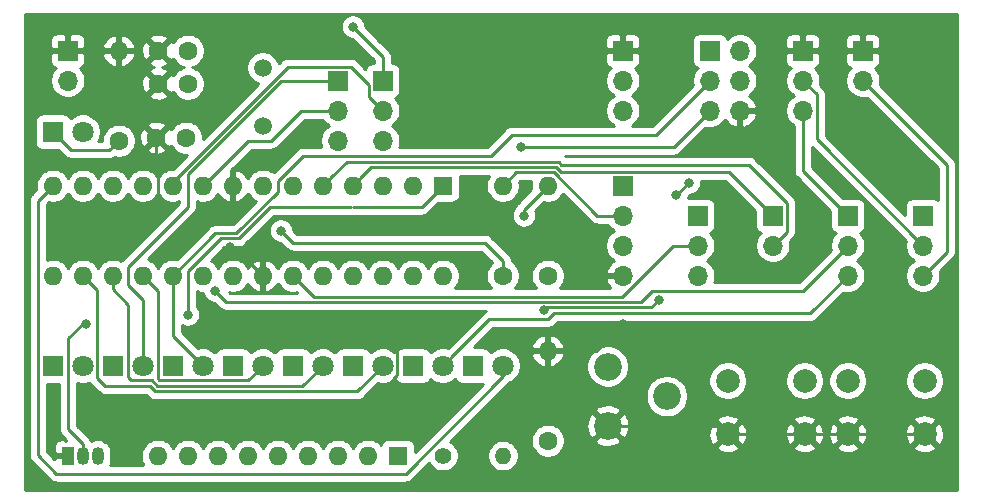
<source format=gbr>
G04 #@! TF.GenerationSoftware,KiCad,Pcbnew,5.1.9-73d0e3b20d~88~ubuntu20.04.1*
G04 #@! TF.CreationDate,2021-01-16T14:01:42+01:00*
G04 #@! TF.ProjectId,test,74657374-2e6b-4696-9361-645f70636258,rev?*
G04 #@! TF.SameCoordinates,Original*
G04 #@! TF.FileFunction,Copper,L2,Bot*
G04 #@! TF.FilePolarity,Positive*
%FSLAX46Y46*%
G04 Gerber Fmt 4.6, Leading zero omitted, Abs format (unit mm)*
G04 Created by KiCad (PCBNEW 5.1.9-73d0e3b20d~88~ubuntu20.04.1) date 2021-01-16 14:01:42*
%MOMM*%
%LPD*%
G01*
G04 APERTURE LIST*
G04 #@! TA.AperFunction,ComponentPad*
%ADD10O,1.700000X1.700000*%
G04 #@! TD*
G04 #@! TA.AperFunction,ComponentPad*
%ADD11R,1.700000X1.700000*%
G04 #@! TD*
G04 #@! TA.AperFunction,ComponentPad*
%ADD12O,1.400000X1.400000*%
G04 #@! TD*
G04 #@! TA.AperFunction,ComponentPad*
%ADD13C,1.400000*%
G04 #@! TD*
G04 #@! TA.AperFunction,ComponentPad*
%ADD14C,1.500000*%
G04 #@! TD*
G04 #@! TA.AperFunction,ComponentPad*
%ADD15O,1.600000X1.600000*%
G04 #@! TD*
G04 #@! TA.AperFunction,ComponentPad*
%ADD16R,1.600000X1.600000*%
G04 #@! TD*
G04 #@! TA.AperFunction,ComponentPad*
%ADD17C,2.000000*%
G04 #@! TD*
G04 #@! TA.AperFunction,ComponentPad*
%ADD18C,2.340000*%
G04 #@! TD*
G04 #@! TA.AperFunction,ComponentPad*
%ADD19C,1.600000*%
G04 #@! TD*
G04 #@! TA.AperFunction,ComponentPad*
%ADD20R,1.050000X1.500000*%
G04 #@! TD*
G04 #@! TA.AperFunction,ComponentPad*
%ADD21O,1.050000X1.500000*%
G04 #@! TD*
G04 #@! TA.AperFunction,ComponentPad*
%ADD22C,1.800000*%
G04 #@! TD*
G04 #@! TA.AperFunction,ComponentPad*
%ADD23R,1.800000X1.800000*%
G04 #@! TD*
G04 #@! TA.AperFunction,ViaPad*
%ADD24C,0.800000*%
G04 #@! TD*
G04 #@! TA.AperFunction,Conductor*
%ADD25C,0.250000*%
G04 #@! TD*
G04 #@! TA.AperFunction,Conductor*
%ADD26C,0.254000*%
G04 #@! TD*
G04 #@! TA.AperFunction,Conductor*
%ADD27C,0.150000*%
G04 #@! TD*
G04 APERTURE END LIST*
D10*
X149860000Y-86360000D03*
D11*
X149860000Y-83820000D03*
D10*
X142240000Y-100330000D03*
D11*
X142240000Y-97790000D03*
D10*
X139446000Y-88900000D03*
X136906000Y-88900000D03*
X139446000Y-86360000D03*
X136906000Y-86360000D03*
X139446000Y-83820000D03*
D11*
X136906000Y-83820000D03*
D12*
X119380000Y-118110000D03*
D13*
X114300000Y-118110000D03*
D14*
X99060000Y-85270000D03*
X99060000Y-90170000D03*
D15*
X114300000Y-102870000D03*
X81280000Y-95250000D03*
X111760000Y-102870000D03*
X83820000Y-95250000D03*
X109220000Y-102870000D03*
X86360000Y-95250000D03*
X106680000Y-102870000D03*
X88900000Y-95250000D03*
X104140000Y-102870000D03*
X91440000Y-95250000D03*
X101600000Y-102870000D03*
X93980000Y-95250000D03*
X99060000Y-102870000D03*
X96520000Y-95250000D03*
X96520000Y-102870000D03*
X99060000Y-95250000D03*
X93980000Y-102870000D03*
X101600000Y-95250000D03*
X91440000Y-102870000D03*
X104140000Y-95250000D03*
X88900000Y-102870000D03*
X106680000Y-95250000D03*
X86360000Y-102870000D03*
X109220000Y-95250000D03*
X83820000Y-102870000D03*
X111760000Y-95250000D03*
X81280000Y-102870000D03*
D16*
X114300000Y-95250000D03*
D17*
X155090000Y-111760000D03*
X155090000Y-116260000D03*
X148590000Y-111760000D03*
X148590000Y-116260000D03*
X144930000Y-111760000D03*
X144930000Y-116260000D03*
X138430000Y-111760000D03*
X138430000Y-116260000D03*
D18*
X128270000Y-115570000D03*
X133270000Y-113070000D03*
X128270000Y-110570000D03*
D15*
X90170000Y-118110000D03*
X92710000Y-118110000D03*
X95250000Y-118110000D03*
X97790000Y-118110000D03*
X100330000Y-118110000D03*
X102870000Y-118110000D03*
X105410000Y-118110000D03*
X107950000Y-118110000D03*
D16*
X110490000Y-118110000D03*
D15*
X119380000Y-95250000D03*
D19*
X119380000Y-102870000D03*
D15*
X123190000Y-95250000D03*
D19*
X123190000Y-102870000D03*
D15*
X123190000Y-109220000D03*
D19*
X123190000Y-116840000D03*
D15*
X86868000Y-83820000D03*
D19*
X86868000Y-91440000D03*
D20*
X82550000Y-118110000D03*
D21*
X85090000Y-118110000D03*
X83820000Y-118110000D03*
D10*
X154940000Y-102870000D03*
X154940000Y-100330000D03*
D11*
X154940000Y-97790000D03*
D10*
X148590000Y-102870000D03*
X148590000Y-100330000D03*
D11*
X148590000Y-97790000D03*
D10*
X109220000Y-91440000D03*
X109220000Y-88900000D03*
D11*
X109220000Y-86360000D03*
D10*
X135890000Y-102870000D03*
X135890000Y-100330000D03*
D11*
X135890000Y-97790000D03*
D10*
X105410000Y-91440000D03*
X105410000Y-88900000D03*
D11*
X105410000Y-86360000D03*
D10*
X129540000Y-102870000D03*
X129540000Y-100330000D03*
X129540000Y-97790000D03*
D11*
X129540000Y-95250000D03*
D10*
X144780000Y-88900000D03*
X144780000Y-86360000D03*
D11*
X144780000Y-83820000D03*
D10*
X82550000Y-86360000D03*
D11*
X82550000Y-83820000D03*
D10*
X129540000Y-88900000D03*
X129540000Y-86360000D03*
D11*
X129540000Y-83820000D03*
D22*
X83820000Y-110490000D03*
D23*
X81280000Y-110490000D03*
D22*
X88900000Y-110490000D03*
D23*
X86360000Y-110490000D03*
D22*
X93980000Y-110490000D03*
D23*
X91440000Y-110490000D03*
D22*
X99060000Y-110490000D03*
D23*
X96520000Y-110490000D03*
D22*
X104140000Y-110490000D03*
D23*
X101600000Y-110490000D03*
D22*
X109220000Y-110490000D03*
D23*
X106680000Y-110490000D03*
D22*
X114300000Y-110490000D03*
D23*
X111760000Y-110490000D03*
D22*
X119380000Y-110490000D03*
D23*
X116840000Y-110490000D03*
D22*
X83820000Y-90678000D03*
D23*
X81280000Y-90678000D03*
D19*
X90210000Y-83820000D03*
X92710000Y-83820000D03*
X90210000Y-86614000D03*
X92710000Y-86614000D03*
X90044900Y-91186000D03*
X92544900Y-91186000D03*
D24*
X131572000Y-83820000D03*
X151892000Y-83820000D03*
X110236000Y-107442000D03*
X108204000Y-113538000D03*
X129540000Y-106934000D03*
X101854000Y-106426000D03*
X116078000Y-106426000D03*
X96289871Y-100431030D03*
X90170000Y-97536000D03*
X80264000Y-119888000D03*
X84836000Y-83820000D03*
X100584000Y-99060000D03*
X134078839Y-96045161D03*
X135128000Y-94996000D03*
X122847180Y-105823021D03*
X132588000Y-104902002D03*
X106680000Y-81788000D03*
X120904000Y-91948000D03*
X84074000Y-106934000D03*
X92710000Y-106172000D03*
X121158000Y-97790000D03*
X94996000Y-104140000D03*
D25*
X90044900Y-91819100D02*
X90044900Y-91186000D01*
X123190000Y-109220000D02*
X127254000Y-109220000D01*
X127399001Y-109074999D02*
X129540000Y-106934000D01*
X127254000Y-109220000D02*
X127399001Y-109074999D01*
X123190000Y-110490000D02*
X128270000Y-115570000D01*
X123190000Y-109220000D02*
X123190000Y-110490000D01*
X137740000Y-115570000D02*
X138430000Y-116260000D01*
X128270000Y-115570000D02*
X137740000Y-115570000D01*
X138430000Y-116260000D02*
X144930000Y-116260000D01*
X144930000Y-116260000D02*
X148590000Y-116260000D01*
X148590000Y-116260000D02*
X155090000Y-116260000D01*
X114808000Y-106426000D02*
X116078000Y-106426000D01*
X110445001Y-111296999D02*
X108204000Y-113538000D01*
X110445001Y-107651001D02*
X110445001Y-111296999D01*
X110236000Y-107442000D02*
X110445001Y-107651001D01*
X110236000Y-107442000D02*
X110236000Y-106426000D01*
X110236000Y-106426000D02*
X114808000Y-106426000D01*
X101854000Y-106426000D02*
X110236000Y-106426000D01*
X99060000Y-102870000D02*
X96621030Y-100431030D01*
X96621030Y-100431030D02*
X96289871Y-100431030D01*
X90044900Y-91186000D02*
X90044900Y-94108900D01*
X90044900Y-94108900D02*
X90170000Y-94234000D01*
X90170000Y-94234000D02*
X90170000Y-97536000D01*
X119380000Y-102870000D02*
X119380000Y-101600000D01*
X119380000Y-101600000D02*
X117856000Y-100076000D01*
X101600000Y-100076000D02*
X100584000Y-99060000D01*
X117856000Y-100076000D02*
X101600000Y-100076000D01*
X86068001Y-92239999D02*
X86868000Y-91440000D01*
X82841999Y-92239999D02*
X86068001Y-92239999D01*
X81280000Y-90678000D02*
X82841999Y-92239999D01*
X111149991Y-119635011D02*
X119380000Y-111405002D01*
X81578599Y-119635011D02*
X111149991Y-119635011D01*
X119380000Y-111405002D02*
X119380000Y-110490000D01*
X80010000Y-118066412D02*
X81578599Y-119635011D01*
X80010000Y-96520000D02*
X80010000Y-118066412D01*
X81280000Y-95250000D02*
X80010000Y-96520000D01*
X115199999Y-109590001D02*
X114300000Y-110490000D01*
X118241977Y-106548023D02*
X115199999Y-109590001D01*
X123195182Y-106548023D02*
X118241977Y-106548023D01*
X123702893Y-106040312D02*
X123195182Y-106548023D01*
X145419688Y-106040312D02*
X123702893Y-106040312D01*
X148590000Y-102870000D02*
X145419688Y-106040312D01*
X85045001Y-104095001D02*
X83820000Y-102870000D01*
X85045001Y-111560003D02*
X85045001Y-104095001D01*
X85695007Y-112210009D02*
X85045001Y-111560003D01*
X89502185Y-112210009D02*
X85695007Y-112210009D01*
X89952196Y-112660020D02*
X89502185Y-112210009D01*
X109220000Y-110490000D02*
X107049980Y-112660020D01*
X107049980Y-112660020D02*
X89952196Y-112660020D01*
X135128000Y-94996000D02*
X134078839Y-96045161D01*
X87674999Y-105316369D02*
X86360000Y-104001370D01*
X87674999Y-111461001D02*
X87674999Y-105316369D01*
X89643588Y-111715001D02*
X87928999Y-111715001D01*
X90138596Y-112210009D02*
X89643588Y-111715001D01*
X102419991Y-112210009D02*
X90138596Y-112210009D01*
X104140000Y-110490000D02*
X102419991Y-112210009D01*
X87928999Y-111715001D02*
X87674999Y-111461001D01*
X86360000Y-104001370D02*
X86360000Y-102870000D01*
X123114202Y-105555999D02*
X131934003Y-105555999D01*
X131934003Y-105555999D02*
X132588000Y-104902002D01*
X122847180Y-105823021D02*
X123114202Y-105555999D01*
X97834999Y-111715001D02*
X90279999Y-111715001D01*
X90214999Y-104184999D02*
X88900000Y-102870000D01*
X90214999Y-111650001D02*
X90214999Y-104184999D01*
X90279999Y-111715001D02*
X90214999Y-111650001D01*
X99060000Y-110490000D02*
X97834999Y-111715001D01*
X93980000Y-110490000D02*
X91440000Y-107950000D01*
X91440000Y-107950000D02*
X91440000Y-102870000D01*
X102474998Y-92710000D02*
X118364998Y-92710000D01*
X100330000Y-94854998D02*
X102474998Y-92710000D01*
X100330000Y-95758000D02*
X100330000Y-94854998D01*
X96831991Y-99256009D02*
X100330000Y-95758000D01*
X132334000Y-90932000D02*
X136906000Y-86360000D01*
X118364998Y-92710000D02*
X120142998Y-90932000D01*
X95053991Y-99256009D02*
X96831991Y-99256009D01*
X120142998Y-90932000D02*
X132334000Y-90932000D01*
X91440000Y-102870000D02*
X95053991Y-99256009D01*
X92710000Y-97028000D02*
X92710000Y-94292587D01*
X87630000Y-102108000D02*
X92710000Y-97028000D01*
X92710000Y-94292587D02*
X100642587Y-86360000D01*
X87630000Y-103632000D02*
X87630000Y-102108000D01*
X100642587Y-86360000D02*
X105410000Y-86360000D01*
X88900000Y-104902000D02*
X87630000Y-103632000D01*
X88900000Y-110490000D02*
X88900000Y-104902000D01*
X109220000Y-84328000D02*
X106680000Y-81788000D01*
X109220000Y-86360000D02*
X109220000Y-84328000D01*
X133858000Y-91948000D02*
X136906000Y-88900000D01*
X120904000Y-91948000D02*
X133858000Y-91948000D01*
X82594999Y-115884999D02*
X82594999Y-108159001D01*
X83820000Y-117110000D02*
X82594999Y-115884999D01*
X83820000Y-118110000D02*
X83820000Y-117110000D01*
X83820000Y-106934000D02*
X84074000Y-106934000D01*
X82594999Y-108159001D02*
X83820000Y-106934000D01*
X92710000Y-102490411D02*
X95494391Y-99706020D01*
X92710000Y-106172000D02*
X92710000Y-102490411D01*
X99696410Y-97028000D02*
X106567002Y-97028000D01*
X112522000Y-97028000D02*
X114300000Y-95250000D01*
X95494391Y-99706020D02*
X97018391Y-99706020D01*
X97018391Y-99706020D02*
X99696410Y-97028000D01*
X109833004Y-97028000D02*
X112522000Y-97028000D01*
X109833004Y-97028000D02*
X106680000Y-97028000D01*
X104939999Y-94450001D02*
X104140000Y-95250000D01*
X106165023Y-93224977D02*
X104939999Y-94450001D01*
X124349824Y-93472000D02*
X124102801Y-93224977D01*
X140207002Y-93472000D02*
X124349824Y-93472000D01*
X143415001Y-96679999D02*
X140207002Y-93472000D01*
X124102801Y-93224977D02*
X106165023Y-93224977D01*
X143415001Y-99154999D02*
X143415001Y-96679999D01*
X142240000Y-100330000D02*
X143415001Y-99154999D01*
X123916401Y-93674988D02*
X108255012Y-93674988D01*
X124316411Y-94074999D02*
X123916401Y-93674988D01*
X108255012Y-93674988D02*
X107479999Y-94450001D01*
X107479999Y-94450001D02*
X106680000Y-95250000D01*
X138524999Y-94074999D02*
X124316411Y-94074999D01*
X142240000Y-97790000D02*
X138524999Y-94074999D01*
X144780000Y-93980000D02*
X148590000Y-97790000D01*
X144780000Y-88900000D02*
X144780000Y-93980000D01*
X145955001Y-87535001D02*
X144780000Y-86360000D01*
X145955001Y-91345001D02*
X145955001Y-87535001D01*
X154940000Y-100330000D02*
X145955001Y-91345001D01*
X149860000Y-86360000D02*
X156972000Y-93472000D01*
X156972000Y-100838000D02*
X154940000Y-102870000D01*
X156972000Y-93472000D02*
X156972000Y-100838000D01*
X121158000Y-97282000D02*
X121158000Y-97790000D01*
X123190000Y-95250000D02*
X121158000Y-97282000D01*
X127395002Y-97790000D02*
X123730001Y-94124999D01*
X129540000Y-97790000D02*
X127395002Y-97790000D01*
X120505001Y-94124999D02*
X119380000Y-95250000D01*
X123730001Y-94124999D02*
X120505001Y-94124999D01*
X97790000Y-91440000D02*
X93980000Y-95250000D01*
X99788499Y-91440000D02*
X97790000Y-91440000D01*
X102328499Y-88900000D02*
X99788499Y-91440000D01*
X105410000Y-88900000D02*
X102328499Y-88900000D01*
X133819002Y-100330000D02*
X129501002Y-104648000D01*
X135890000Y-100330000D02*
X133819002Y-100330000D01*
X103378000Y-104648000D02*
X101600000Y-102870000D01*
X129501002Y-104648000D02*
X103378000Y-104648000D01*
X108044999Y-86709997D02*
X108044999Y-87724999D01*
X101181177Y-85184999D02*
X106520001Y-85184999D01*
X91440000Y-94926176D02*
X101181177Y-85184999D01*
X91440000Y-95250000D02*
X91440000Y-94926176D01*
X106520001Y-85184999D02*
X108044999Y-86709997D01*
X108044999Y-87724999D02*
X109220000Y-88900000D01*
X144780000Y-104140000D02*
X148590000Y-100330000D01*
X132022996Y-104140000D02*
X144780000Y-104140000D01*
X131064985Y-105098011D02*
X132022996Y-104140000D01*
X95954011Y-105098011D02*
X131064985Y-105098011D01*
X94996000Y-104140000D02*
X95954011Y-105098011D01*
D26*
X157811000Y-120981000D02*
X78917000Y-120981000D01*
X78917000Y-96520000D01*
X79246324Y-96520000D01*
X79250000Y-96557322D01*
X79250001Y-118029079D01*
X79246324Y-118066412D01*
X79250001Y-118103745D01*
X79260998Y-118215398D01*
X79267551Y-118237000D01*
X79304454Y-118358658D01*
X79375026Y-118490688D01*
X79433879Y-118562400D01*
X79470000Y-118606413D01*
X79498998Y-118630211D01*
X81014800Y-120146014D01*
X81038598Y-120175012D01*
X81067596Y-120198810D01*
X81154322Y-120269985D01*
X81286352Y-120340557D01*
X81429613Y-120384014D01*
X81541266Y-120395011D01*
X81541276Y-120395011D01*
X81578599Y-120398687D01*
X81615921Y-120395011D01*
X111112669Y-120395011D01*
X111149991Y-120398687D01*
X111187313Y-120395011D01*
X111187324Y-120395011D01*
X111298977Y-120384014D01*
X111442238Y-120340557D01*
X111574267Y-120269985D01*
X111689992Y-120175012D01*
X111713795Y-120146008D01*
X113117141Y-118742662D01*
X113263038Y-118961013D01*
X113448987Y-119146962D01*
X113667641Y-119293061D01*
X113910595Y-119393696D01*
X114168514Y-119445000D01*
X114431486Y-119445000D01*
X114689405Y-119393696D01*
X114932359Y-119293061D01*
X115151013Y-119146962D01*
X115336962Y-118961013D01*
X115483061Y-118742359D01*
X115583696Y-118499405D01*
X115635000Y-118241486D01*
X115635000Y-117978514D01*
X118045000Y-117978514D01*
X118045000Y-118241486D01*
X118096304Y-118499405D01*
X118196939Y-118742359D01*
X118343038Y-118961013D01*
X118528987Y-119146962D01*
X118747641Y-119293061D01*
X118990595Y-119393696D01*
X119248514Y-119445000D01*
X119511486Y-119445000D01*
X119769405Y-119393696D01*
X120012359Y-119293061D01*
X120231013Y-119146962D01*
X120416962Y-118961013D01*
X120563061Y-118742359D01*
X120663696Y-118499405D01*
X120715000Y-118241486D01*
X120715000Y-117978514D01*
X120663696Y-117720595D01*
X120563061Y-117477641D01*
X120416962Y-117258987D01*
X120231013Y-117073038D01*
X120012359Y-116926939D01*
X119769405Y-116826304D01*
X119511486Y-116775000D01*
X119248514Y-116775000D01*
X118990595Y-116826304D01*
X118747641Y-116926939D01*
X118528987Y-117073038D01*
X118343038Y-117258987D01*
X118196939Y-117477641D01*
X118096304Y-117720595D01*
X118045000Y-117978514D01*
X115635000Y-117978514D01*
X115583696Y-117720595D01*
X115483061Y-117477641D01*
X115336962Y-117258987D01*
X115151013Y-117073038D01*
X114932662Y-116927141D01*
X115161138Y-116698665D01*
X121755000Y-116698665D01*
X121755000Y-116981335D01*
X121810147Y-117258574D01*
X121918320Y-117519727D01*
X122075363Y-117754759D01*
X122275241Y-117954637D01*
X122510273Y-118111680D01*
X122771426Y-118219853D01*
X123048665Y-118275000D01*
X123331335Y-118275000D01*
X123608574Y-118219853D01*
X123869727Y-118111680D01*
X124104759Y-117954637D01*
X124304637Y-117754759D01*
X124461680Y-117519727D01*
X124513172Y-117395413D01*
X137474192Y-117395413D01*
X137569956Y-117659814D01*
X137859571Y-117800704D01*
X138171108Y-117882384D01*
X138492595Y-117901718D01*
X138811675Y-117857961D01*
X139116088Y-117752795D01*
X139290044Y-117659814D01*
X139385808Y-117395413D01*
X143974192Y-117395413D01*
X144069956Y-117659814D01*
X144359571Y-117800704D01*
X144671108Y-117882384D01*
X144992595Y-117901718D01*
X145311675Y-117857961D01*
X145616088Y-117752795D01*
X145790044Y-117659814D01*
X145885808Y-117395413D01*
X147634192Y-117395413D01*
X147729956Y-117659814D01*
X148019571Y-117800704D01*
X148331108Y-117882384D01*
X148652595Y-117901718D01*
X148971675Y-117857961D01*
X149276088Y-117752795D01*
X149450044Y-117659814D01*
X149545808Y-117395413D01*
X154134192Y-117395413D01*
X154229956Y-117659814D01*
X154519571Y-117800704D01*
X154831108Y-117882384D01*
X155152595Y-117901718D01*
X155471675Y-117857961D01*
X155776088Y-117752795D01*
X155950044Y-117659814D01*
X156045808Y-117395413D01*
X155090000Y-116439605D01*
X154134192Y-117395413D01*
X149545808Y-117395413D01*
X148590000Y-116439605D01*
X147634192Y-117395413D01*
X145885808Y-117395413D01*
X144930000Y-116439605D01*
X143974192Y-117395413D01*
X139385808Y-117395413D01*
X138430000Y-116439605D01*
X137474192Y-117395413D01*
X124513172Y-117395413D01*
X124569853Y-117258574D01*
X124625000Y-116981335D01*
X124625000Y-116826602D01*
X127193003Y-116826602D01*
X127309275Y-117108389D01*
X127627860Y-117266257D01*
X127971122Y-117358938D01*
X128325869Y-117382873D01*
X128678470Y-117337139D01*
X129015373Y-117223495D01*
X129230725Y-117108389D01*
X129346997Y-116826602D01*
X128270000Y-115749605D01*
X127193003Y-116826602D01*
X124625000Y-116826602D01*
X124625000Y-116698665D01*
X124569853Y-116421426D01*
X124461680Y-116160273D01*
X124304637Y-115925241D01*
X124104759Y-115725363D01*
X123955856Y-115625869D01*
X126457127Y-115625869D01*
X126502861Y-115978470D01*
X126616505Y-116315373D01*
X126731611Y-116530725D01*
X127013398Y-116646997D01*
X128090395Y-115570000D01*
X128449605Y-115570000D01*
X129526602Y-116646997D01*
X129808389Y-116530725D01*
X129911523Y-116322595D01*
X136788282Y-116322595D01*
X136832039Y-116641675D01*
X136937205Y-116946088D01*
X137030186Y-117120044D01*
X137294587Y-117215808D01*
X138250395Y-116260000D01*
X138609605Y-116260000D01*
X139565413Y-117215808D01*
X139829814Y-117120044D01*
X139970704Y-116830429D01*
X140052384Y-116518892D01*
X140064189Y-116322595D01*
X143288282Y-116322595D01*
X143332039Y-116641675D01*
X143437205Y-116946088D01*
X143530186Y-117120044D01*
X143794587Y-117215808D01*
X144750395Y-116260000D01*
X145109605Y-116260000D01*
X146065413Y-117215808D01*
X146329814Y-117120044D01*
X146470704Y-116830429D01*
X146552384Y-116518892D01*
X146564189Y-116322595D01*
X146948282Y-116322595D01*
X146992039Y-116641675D01*
X147097205Y-116946088D01*
X147190186Y-117120044D01*
X147454587Y-117215808D01*
X148410395Y-116260000D01*
X148769605Y-116260000D01*
X149725413Y-117215808D01*
X149989814Y-117120044D01*
X150130704Y-116830429D01*
X150212384Y-116518892D01*
X150224189Y-116322595D01*
X153448282Y-116322595D01*
X153492039Y-116641675D01*
X153597205Y-116946088D01*
X153690186Y-117120044D01*
X153954587Y-117215808D01*
X154910395Y-116260000D01*
X155269605Y-116260000D01*
X156225413Y-117215808D01*
X156489814Y-117120044D01*
X156630704Y-116830429D01*
X156712384Y-116518892D01*
X156731718Y-116197405D01*
X156687961Y-115878325D01*
X156582795Y-115573912D01*
X156489814Y-115399956D01*
X156225413Y-115304192D01*
X155269605Y-116260000D01*
X154910395Y-116260000D01*
X153954587Y-115304192D01*
X153690186Y-115399956D01*
X153549296Y-115689571D01*
X153467616Y-116001108D01*
X153448282Y-116322595D01*
X150224189Y-116322595D01*
X150231718Y-116197405D01*
X150187961Y-115878325D01*
X150082795Y-115573912D01*
X149989814Y-115399956D01*
X149725413Y-115304192D01*
X148769605Y-116260000D01*
X148410395Y-116260000D01*
X147454587Y-115304192D01*
X147190186Y-115399956D01*
X147049296Y-115689571D01*
X146967616Y-116001108D01*
X146948282Y-116322595D01*
X146564189Y-116322595D01*
X146571718Y-116197405D01*
X146527961Y-115878325D01*
X146422795Y-115573912D01*
X146329814Y-115399956D01*
X146065413Y-115304192D01*
X145109605Y-116260000D01*
X144750395Y-116260000D01*
X143794587Y-115304192D01*
X143530186Y-115399956D01*
X143389296Y-115689571D01*
X143307616Y-116001108D01*
X143288282Y-116322595D01*
X140064189Y-116322595D01*
X140071718Y-116197405D01*
X140027961Y-115878325D01*
X139922795Y-115573912D01*
X139829814Y-115399956D01*
X139565413Y-115304192D01*
X138609605Y-116260000D01*
X138250395Y-116260000D01*
X137294587Y-115304192D01*
X137030186Y-115399956D01*
X136889296Y-115689571D01*
X136807616Y-116001108D01*
X136788282Y-116322595D01*
X129911523Y-116322595D01*
X129966257Y-116212140D01*
X130058938Y-115868878D01*
X130082873Y-115514131D01*
X130037139Y-115161530D01*
X130024678Y-115124587D01*
X137474192Y-115124587D01*
X138430000Y-116080395D01*
X139385808Y-115124587D01*
X143974192Y-115124587D01*
X144930000Y-116080395D01*
X145885808Y-115124587D01*
X147634192Y-115124587D01*
X148590000Y-116080395D01*
X149545808Y-115124587D01*
X154134192Y-115124587D01*
X155090000Y-116080395D01*
X156045808Y-115124587D01*
X155950044Y-114860186D01*
X155660429Y-114719296D01*
X155348892Y-114637616D01*
X155027405Y-114618282D01*
X154708325Y-114662039D01*
X154403912Y-114767205D01*
X154229956Y-114860186D01*
X154134192Y-115124587D01*
X149545808Y-115124587D01*
X149450044Y-114860186D01*
X149160429Y-114719296D01*
X148848892Y-114637616D01*
X148527405Y-114618282D01*
X148208325Y-114662039D01*
X147903912Y-114767205D01*
X147729956Y-114860186D01*
X147634192Y-115124587D01*
X145885808Y-115124587D01*
X145790044Y-114860186D01*
X145500429Y-114719296D01*
X145188892Y-114637616D01*
X144867405Y-114618282D01*
X144548325Y-114662039D01*
X144243912Y-114767205D01*
X144069956Y-114860186D01*
X143974192Y-115124587D01*
X139385808Y-115124587D01*
X139290044Y-114860186D01*
X139000429Y-114719296D01*
X138688892Y-114637616D01*
X138367405Y-114618282D01*
X138048325Y-114662039D01*
X137743912Y-114767205D01*
X137569956Y-114860186D01*
X137474192Y-115124587D01*
X130024678Y-115124587D01*
X129923495Y-114824627D01*
X129808389Y-114609275D01*
X129526602Y-114493003D01*
X128449605Y-115570000D01*
X128090395Y-115570000D01*
X127013398Y-114493003D01*
X126731611Y-114609275D01*
X126573743Y-114927860D01*
X126481062Y-115271122D01*
X126457127Y-115625869D01*
X123955856Y-115625869D01*
X123869727Y-115568320D01*
X123608574Y-115460147D01*
X123331335Y-115405000D01*
X123048665Y-115405000D01*
X122771426Y-115460147D01*
X122510273Y-115568320D01*
X122275241Y-115725363D01*
X122075363Y-115925241D01*
X121918320Y-116160273D01*
X121810147Y-116421426D01*
X121755000Y-116698665D01*
X115161138Y-116698665D01*
X117546405Y-114313398D01*
X127193003Y-114313398D01*
X128270000Y-115390395D01*
X129346997Y-114313398D01*
X129230725Y-114031611D01*
X128912140Y-113873743D01*
X128568878Y-113781062D01*
X128214131Y-113757127D01*
X127861530Y-113802861D01*
X127524627Y-113916505D01*
X127309275Y-114031611D01*
X127193003Y-114313398D01*
X117546405Y-114313398D01*
X118967580Y-112892223D01*
X131465000Y-112892223D01*
X131465000Y-113247777D01*
X131534365Y-113596499D01*
X131670429Y-113924988D01*
X131867965Y-114220621D01*
X132119379Y-114472035D01*
X132415012Y-114669571D01*
X132743501Y-114805635D01*
X133092223Y-114875000D01*
X133447777Y-114875000D01*
X133796499Y-114805635D01*
X134124988Y-114669571D01*
X134420621Y-114472035D01*
X134672035Y-114220621D01*
X134869571Y-113924988D01*
X135005635Y-113596499D01*
X135075000Y-113247777D01*
X135075000Y-112892223D01*
X135005635Y-112543501D01*
X134869571Y-112215012D01*
X134672035Y-111919379D01*
X134420621Y-111667965D01*
X134317359Y-111598967D01*
X136795000Y-111598967D01*
X136795000Y-111921033D01*
X136857832Y-112236912D01*
X136981082Y-112534463D01*
X137160013Y-112802252D01*
X137387748Y-113029987D01*
X137655537Y-113208918D01*
X137953088Y-113332168D01*
X138268967Y-113395000D01*
X138591033Y-113395000D01*
X138906912Y-113332168D01*
X139204463Y-113208918D01*
X139472252Y-113029987D01*
X139699987Y-112802252D01*
X139878918Y-112534463D01*
X140002168Y-112236912D01*
X140065000Y-111921033D01*
X140065000Y-111598967D01*
X143295000Y-111598967D01*
X143295000Y-111921033D01*
X143357832Y-112236912D01*
X143481082Y-112534463D01*
X143660013Y-112802252D01*
X143887748Y-113029987D01*
X144155537Y-113208918D01*
X144453088Y-113332168D01*
X144768967Y-113395000D01*
X145091033Y-113395000D01*
X145406912Y-113332168D01*
X145704463Y-113208918D01*
X145972252Y-113029987D01*
X146199987Y-112802252D01*
X146378918Y-112534463D01*
X146502168Y-112236912D01*
X146565000Y-111921033D01*
X146565000Y-111598967D01*
X146955000Y-111598967D01*
X146955000Y-111921033D01*
X147017832Y-112236912D01*
X147141082Y-112534463D01*
X147320013Y-112802252D01*
X147547748Y-113029987D01*
X147815537Y-113208918D01*
X148113088Y-113332168D01*
X148428967Y-113395000D01*
X148751033Y-113395000D01*
X149066912Y-113332168D01*
X149364463Y-113208918D01*
X149632252Y-113029987D01*
X149859987Y-112802252D01*
X150038918Y-112534463D01*
X150162168Y-112236912D01*
X150225000Y-111921033D01*
X150225000Y-111598967D01*
X153455000Y-111598967D01*
X153455000Y-111921033D01*
X153517832Y-112236912D01*
X153641082Y-112534463D01*
X153820013Y-112802252D01*
X154047748Y-113029987D01*
X154315537Y-113208918D01*
X154613088Y-113332168D01*
X154928967Y-113395000D01*
X155251033Y-113395000D01*
X155566912Y-113332168D01*
X155864463Y-113208918D01*
X156132252Y-113029987D01*
X156359987Y-112802252D01*
X156538918Y-112534463D01*
X156662168Y-112236912D01*
X156725000Y-111921033D01*
X156725000Y-111598967D01*
X156662168Y-111283088D01*
X156538918Y-110985537D01*
X156359987Y-110717748D01*
X156132252Y-110490013D01*
X155864463Y-110311082D01*
X155566912Y-110187832D01*
X155251033Y-110125000D01*
X154928967Y-110125000D01*
X154613088Y-110187832D01*
X154315537Y-110311082D01*
X154047748Y-110490013D01*
X153820013Y-110717748D01*
X153641082Y-110985537D01*
X153517832Y-111283088D01*
X153455000Y-111598967D01*
X150225000Y-111598967D01*
X150162168Y-111283088D01*
X150038918Y-110985537D01*
X149859987Y-110717748D01*
X149632252Y-110490013D01*
X149364463Y-110311082D01*
X149066912Y-110187832D01*
X148751033Y-110125000D01*
X148428967Y-110125000D01*
X148113088Y-110187832D01*
X147815537Y-110311082D01*
X147547748Y-110490013D01*
X147320013Y-110717748D01*
X147141082Y-110985537D01*
X147017832Y-111283088D01*
X146955000Y-111598967D01*
X146565000Y-111598967D01*
X146502168Y-111283088D01*
X146378918Y-110985537D01*
X146199987Y-110717748D01*
X145972252Y-110490013D01*
X145704463Y-110311082D01*
X145406912Y-110187832D01*
X145091033Y-110125000D01*
X144768967Y-110125000D01*
X144453088Y-110187832D01*
X144155537Y-110311082D01*
X143887748Y-110490013D01*
X143660013Y-110717748D01*
X143481082Y-110985537D01*
X143357832Y-111283088D01*
X143295000Y-111598967D01*
X140065000Y-111598967D01*
X140002168Y-111283088D01*
X139878918Y-110985537D01*
X139699987Y-110717748D01*
X139472252Y-110490013D01*
X139204463Y-110311082D01*
X138906912Y-110187832D01*
X138591033Y-110125000D01*
X138268967Y-110125000D01*
X137953088Y-110187832D01*
X137655537Y-110311082D01*
X137387748Y-110490013D01*
X137160013Y-110717748D01*
X136981082Y-110985537D01*
X136857832Y-111283088D01*
X136795000Y-111598967D01*
X134317359Y-111598967D01*
X134124988Y-111470429D01*
X133796499Y-111334365D01*
X133447777Y-111265000D01*
X133092223Y-111265000D01*
X132743501Y-111334365D01*
X132415012Y-111470429D01*
X132119379Y-111667965D01*
X131867965Y-111919379D01*
X131670429Y-112215012D01*
X131534365Y-112543501D01*
X131465000Y-112892223D01*
X118967580Y-112892223D01*
X119891004Y-111968800D01*
X119920001Y-111945003D01*
X119941395Y-111918935D01*
X120107095Y-111850299D01*
X120358505Y-111682312D01*
X120572312Y-111468505D01*
X120740299Y-111217095D01*
X120856011Y-110937743D01*
X120915000Y-110641184D01*
X120915000Y-110338816D01*
X120856011Y-110042257D01*
X120740299Y-109762905D01*
X120610763Y-109569040D01*
X121798091Y-109569040D01*
X121892930Y-109833881D01*
X122037615Y-110075131D01*
X122226586Y-110283519D01*
X122452580Y-110451037D01*
X122706913Y-110571246D01*
X122840961Y-110611904D01*
X123063000Y-110489915D01*
X123063000Y-109347000D01*
X123317000Y-109347000D01*
X123317000Y-110489915D01*
X123539039Y-110611904D01*
X123673087Y-110571246D01*
X123927420Y-110451037D01*
X124006764Y-110392223D01*
X126465000Y-110392223D01*
X126465000Y-110747777D01*
X126534365Y-111096499D01*
X126670429Y-111424988D01*
X126867965Y-111720621D01*
X127119379Y-111972035D01*
X127415012Y-112169571D01*
X127743501Y-112305635D01*
X128092223Y-112375000D01*
X128447777Y-112375000D01*
X128796499Y-112305635D01*
X129124988Y-112169571D01*
X129420621Y-111972035D01*
X129672035Y-111720621D01*
X129869571Y-111424988D01*
X130005635Y-111096499D01*
X130075000Y-110747777D01*
X130075000Y-110392223D01*
X130005635Y-110043501D01*
X129869571Y-109715012D01*
X129672035Y-109419379D01*
X129420621Y-109167965D01*
X129124988Y-108970429D01*
X128796499Y-108834365D01*
X128447777Y-108765000D01*
X128092223Y-108765000D01*
X127743501Y-108834365D01*
X127415012Y-108970429D01*
X127119379Y-109167965D01*
X126867965Y-109419379D01*
X126670429Y-109715012D01*
X126534365Y-110043501D01*
X126465000Y-110392223D01*
X124006764Y-110392223D01*
X124153414Y-110283519D01*
X124342385Y-110075131D01*
X124487070Y-109833881D01*
X124581909Y-109569040D01*
X124460624Y-109347000D01*
X123317000Y-109347000D01*
X123063000Y-109347000D01*
X121919376Y-109347000D01*
X121798091Y-109569040D01*
X120610763Y-109569040D01*
X120572312Y-109511495D01*
X120358505Y-109297688D01*
X120107095Y-109129701D01*
X119827743Y-109013989D01*
X119531184Y-108955000D01*
X119228816Y-108955000D01*
X118932257Y-109013989D01*
X118652905Y-109129701D01*
X118401495Y-109297688D01*
X118335056Y-109364127D01*
X118329502Y-109345820D01*
X118270537Y-109235506D01*
X118191185Y-109138815D01*
X118094494Y-109059463D01*
X117984180Y-109000498D01*
X117864482Y-108964188D01*
X117740000Y-108951928D01*
X116912873Y-108951928D01*
X116993841Y-108870960D01*
X121798091Y-108870960D01*
X121919376Y-109093000D01*
X123063000Y-109093000D01*
X123063000Y-107950085D01*
X123317000Y-107950085D01*
X123317000Y-109093000D01*
X124460624Y-109093000D01*
X124581909Y-108870960D01*
X124487070Y-108606119D01*
X124342385Y-108364869D01*
X124153414Y-108156481D01*
X123927420Y-107988963D01*
X123673087Y-107868754D01*
X123539039Y-107828096D01*
X123317000Y-107950085D01*
X123063000Y-107950085D01*
X122840961Y-107828096D01*
X122706913Y-107868754D01*
X122452580Y-107988963D01*
X122226586Y-108156481D01*
X122037615Y-108364869D01*
X121892930Y-108606119D01*
X121798091Y-108870960D01*
X116993841Y-108870960D01*
X118556779Y-107308023D01*
X123157860Y-107308023D01*
X123195182Y-107311699D01*
X123232504Y-107308023D01*
X123232515Y-107308023D01*
X123344168Y-107297026D01*
X123487429Y-107253569D01*
X123619458Y-107182997D01*
X123735183Y-107088024D01*
X123758986Y-107059020D01*
X124017694Y-106800312D01*
X145382366Y-106800312D01*
X145419688Y-106803988D01*
X145457010Y-106800312D01*
X145457021Y-106800312D01*
X145568674Y-106789315D01*
X145711935Y-106745858D01*
X145843964Y-106675286D01*
X145959689Y-106580313D01*
X145983492Y-106551309D01*
X148223592Y-104311210D01*
X148443740Y-104355000D01*
X148736260Y-104355000D01*
X149023158Y-104297932D01*
X149293411Y-104185990D01*
X149536632Y-104023475D01*
X149743475Y-103816632D01*
X149905990Y-103573411D01*
X150017932Y-103303158D01*
X150075000Y-103016260D01*
X150075000Y-102723740D01*
X150017932Y-102436842D01*
X149905990Y-102166589D01*
X149743475Y-101923368D01*
X149536632Y-101716525D01*
X149362240Y-101600000D01*
X149536632Y-101483475D01*
X149743475Y-101276632D01*
X149905990Y-101033411D01*
X150017932Y-100763158D01*
X150075000Y-100476260D01*
X150075000Y-100183740D01*
X150017932Y-99896842D01*
X149905990Y-99626589D01*
X149743475Y-99383368D01*
X149611620Y-99251513D01*
X149684180Y-99229502D01*
X149794494Y-99170537D01*
X149891185Y-99091185D01*
X149970537Y-98994494D01*
X150029502Y-98884180D01*
X150065812Y-98764482D01*
X150078072Y-98640000D01*
X150078072Y-96940000D01*
X150065812Y-96815518D01*
X150029502Y-96695820D01*
X149970537Y-96585506D01*
X149891185Y-96488815D01*
X149794494Y-96409463D01*
X149684180Y-96350498D01*
X149564482Y-96314188D01*
X149440000Y-96301928D01*
X148176730Y-96301928D01*
X145540000Y-93665199D01*
X145540000Y-92004801D01*
X153498790Y-99963593D01*
X153455000Y-100183740D01*
X153455000Y-100476260D01*
X153512068Y-100763158D01*
X153624010Y-101033411D01*
X153786525Y-101276632D01*
X153993368Y-101483475D01*
X154167760Y-101600000D01*
X153993368Y-101716525D01*
X153786525Y-101923368D01*
X153624010Y-102166589D01*
X153512068Y-102436842D01*
X153455000Y-102723740D01*
X153455000Y-103016260D01*
X153512068Y-103303158D01*
X153624010Y-103573411D01*
X153786525Y-103816632D01*
X153993368Y-104023475D01*
X154236589Y-104185990D01*
X154506842Y-104297932D01*
X154793740Y-104355000D01*
X155086260Y-104355000D01*
X155373158Y-104297932D01*
X155643411Y-104185990D01*
X155886632Y-104023475D01*
X156093475Y-103816632D01*
X156255990Y-103573411D01*
X156367932Y-103303158D01*
X156425000Y-103016260D01*
X156425000Y-102723740D01*
X156381209Y-102503592D01*
X157483003Y-101401799D01*
X157512001Y-101378001D01*
X157569652Y-101307753D01*
X157606974Y-101262277D01*
X157677546Y-101130247D01*
X157721003Y-100986986D01*
X157732000Y-100875333D01*
X157732000Y-100875323D01*
X157735676Y-100838000D01*
X157732000Y-100800677D01*
X157732000Y-93509323D01*
X157735676Y-93472000D01*
X157732000Y-93434677D01*
X157732000Y-93434667D01*
X157721003Y-93323014D01*
X157677546Y-93179753D01*
X157606974Y-93047724D01*
X157512001Y-92931999D01*
X157483003Y-92908201D01*
X151301209Y-86726408D01*
X151345000Y-86506260D01*
X151345000Y-86213740D01*
X151287932Y-85926842D01*
X151175990Y-85656589D01*
X151013475Y-85413368D01*
X150881620Y-85281513D01*
X150954180Y-85259502D01*
X151064494Y-85200537D01*
X151161185Y-85121185D01*
X151240537Y-85024494D01*
X151299502Y-84914180D01*
X151335812Y-84794482D01*
X151348072Y-84670000D01*
X151345000Y-84105750D01*
X151186250Y-83947000D01*
X149987000Y-83947000D01*
X149987000Y-83967000D01*
X149733000Y-83967000D01*
X149733000Y-83947000D01*
X148533750Y-83947000D01*
X148375000Y-84105750D01*
X148371928Y-84670000D01*
X148384188Y-84794482D01*
X148420498Y-84914180D01*
X148479463Y-85024494D01*
X148558815Y-85121185D01*
X148655506Y-85200537D01*
X148765820Y-85259502D01*
X148838380Y-85281513D01*
X148706525Y-85413368D01*
X148544010Y-85656589D01*
X148432068Y-85926842D01*
X148375000Y-86213740D01*
X148375000Y-86506260D01*
X148432068Y-86793158D01*
X148544010Y-87063411D01*
X148706525Y-87306632D01*
X148913368Y-87513475D01*
X149156589Y-87675990D01*
X149426842Y-87787932D01*
X149713740Y-87845000D01*
X150006260Y-87845000D01*
X150226408Y-87801209D01*
X156212000Y-93786802D01*
X156212000Y-96464864D01*
X156144494Y-96409463D01*
X156034180Y-96350498D01*
X155914482Y-96314188D01*
X155790000Y-96301928D01*
X154090000Y-96301928D01*
X153965518Y-96314188D01*
X153845820Y-96350498D01*
X153735506Y-96409463D01*
X153638815Y-96488815D01*
X153559463Y-96585506D01*
X153500498Y-96695820D01*
X153464188Y-96815518D01*
X153451928Y-96940000D01*
X153451928Y-97767125D01*
X146715001Y-91030200D01*
X146715001Y-87572323D01*
X146718677Y-87535000D01*
X146715001Y-87497677D01*
X146715001Y-87497668D01*
X146704004Y-87386015D01*
X146660547Y-87242754D01*
X146589975Y-87110725D01*
X146495002Y-86995000D01*
X146466004Y-86971202D01*
X146221210Y-86726408D01*
X146265000Y-86506260D01*
X146265000Y-86213740D01*
X146207932Y-85926842D01*
X146095990Y-85656589D01*
X145933475Y-85413368D01*
X145801620Y-85281513D01*
X145874180Y-85259502D01*
X145984494Y-85200537D01*
X146081185Y-85121185D01*
X146160537Y-85024494D01*
X146219502Y-84914180D01*
X146255812Y-84794482D01*
X146268072Y-84670000D01*
X146265000Y-84105750D01*
X146106250Y-83947000D01*
X144907000Y-83947000D01*
X144907000Y-83967000D01*
X144653000Y-83967000D01*
X144653000Y-83947000D01*
X143453750Y-83947000D01*
X143295000Y-84105750D01*
X143291928Y-84670000D01*
X143304188Y-84794482D01*
X143340498Y-84914180D01*
X143399463Y-85024494D01*
X143478815Y-85121185D01*
X143575506Y-85200537D01*
X143685820Y-85259502D01*
X143758380Y-85281513D01*
X143626525Y-85413368D01*
X143464010Y-85656589D01*
X143352068Y-85926842D01*
X143295000Y-86213740D01*
X143295000Y-86506260D01*
X143352068Y-86793158D01*
X143464010Y-87063411D01*
X143626525Y-87306632D01*
X143833368Y-87513475D01*
X144007760Y-87630000D01*
X143833368Y-87746525D01*
X143626525Y-87953368D01*
X143464010Y-88196589D01*
X143352068Y-88466842D01*
X143295000Y-88753740D01*
X143295000Y-89046260D01*
X143352068Y-89333158D01*
X143464010Y-89603411D01*
X143626525Y-89846632D01*
X143833368Y-90053475D01*
X144020000Y-90178179D01*
X144020001Y-93942668D01*
X144016324Y-93980000D01*
X144020001Y-94017333D01*
X144030998Y-94128986D01*
X144035432Y-94143602D01*
X144074454Y-94272246D01*
X144145026Y-94404276D01*
X144212362Y-94486324D01*
X144240000Y-94520001D01*
X144268998Y-94543799D01*
X147101928Y-97376730D01*
X147101928Y-98640000D01*
X147114188Y-98764482D01*
X147150498Y-98884180D01*
X147209463Y-98994494D01*
X147288815Y-99091185D01*
X147385506Y-99170537D01*
X147495820Y-99229502D01*
X147568380Y-99251513D01*
X147436525Y-99383368D01*
X147274010Y-99626589D01*
X147162068Y-99896842D01*
X147105000Y-100183740D01*
X147105000Y-100476260D01*
X147148790Y-100696408D01*
X144465199Y-103380000D01*
X137286103Y-103380000D01*
X137317932Y-103303158D01*
X137375000Y-103016260D01*
X137375000Y-102723740D01*
X137317932Y-102436842D01*
X137205990Y-102166589D01*
X137043475Y-101923368D01*
X136836632Y-101716525D01*
X136662240Y-101600000D01*
X136836632Y-101483475D01*
X137043475Y-101276632D01*
X137205990Y-101033411D01*
X137317932Y-100763158D01*
X137375000Y-100476260D01*
X137375000Y-100183740D01*
X137317932Y-99896842D01*
X137205990Y-99626589D01*
X137043475Y-99383368D01*
X136911620Y-99251513D01*
X136984180Y-99229502D01*
X137094494Y-99170537D01*
X137191185Y-99091185D01*
X137270537Y-98994494D01*
X137329502Y-98884180D01*
X137365812Y-98764482D01*
X137378072Y-98640000D01*
X137378072Y-96940000D01*
X137365812Y-96815518D01*
X137329502Y-96695820D01*
X137270537Y-96585506D01*
X137191185Y-96488815D01*
X137094494Y-96409463D01*
X136984180Y-96350498D01*
X136864482Y-96314188D01*
X136740000Y-96301928D01*
X135083042Y-96301928D01*
X135113839Y-96147100D01*
X135113839Y-96084962D01*
X135167802Y-96031000D01*
X135229939Y-96031000D01*
X135429898Y-95991226D01*
X135618256Y-95913205D01*
X135787774Y-95799937D01*
X135931937Y-95655774D01*
X136045205Y-95486256D01*
X136123226Y-95297898D01*
X136163000Y-95097939D01*
X136163000Y-94894061D01*
X136151252Y-94834999D01*
X138210198Y-94834999D01*
X140751928Y-97376730D01*
X140751928Y-98640000D01*
X140764188Y-98764482D01*
X140800498Y-98884180D01*
X140859463Y-98994494D01*
X140938815Y-99091185D01*
X141035506Y-99170537D01*
X141145820Y-99229502D01*
X141218380Y-99251513D01*
X141086525Y-99383368D01*
X140924010Y-99626589D01*
X140812068Y-99896842D01*
X140755000Y-100183740D01*
X140755000Y-100476260D01*
X140812068Y-100763158D01*
X140924010Y-101033411D01*
X141086525Y-101276632D01*
X141293368Y-101483475D01*
X141536589Y-101645990D01*
X141806842Y-101757932D01*
X142093740Y-101815000D01*
X142386260Y-101815000D01*
X142673158Y-101757932D01*
X142943411Y-101645990D01*
X143186632Y-101483475D01*
X143393475Y-101276632D01*
X143555990Y-101033411D01*
X143667932Y-100763158D01*
X143725000Y-100476260D01*
X143725000Y-100183740D01*
X143681210Y-99963592D01*
X143926005Y-99718797D01*
X143955002Y-99695000D01*
X144049975Y-99579275D01*
X144120547Y-99447246D01*
X144164004Y-99303985D01*
X144175001Y-99192332D01*
X144175001Y-99192323D01*
X144178677Y-99155000D01*
X144175001Y-99117677D01*
X144175001Y-96717324D01*
X144178677Y-96679999D01*
X144175001Y-96642674D01*
X144175001Y-96642666D01*
X144164004Y-96531013D01*
X144120547Y-96387752D01*
X144049975Y-96255723D01*
X143955002Y-96139998D01*
X143926004Y-96116200D01*
X140770806Y-92961003D01*
X140747003Y-92931999D01*
X140631278Y-92837026D01*
X140499249Y-92766454D01*
X140355988Y-92722997D01*
X140244335Y-92712000D01*
X140244324Y-92712000D01*
X140207002Y-92708324D01*
X140169680Y-92712000D01*
X124664980Y-92712000D01*
X124661697Y-92708000D01*
X133820678Y-92708000D01*
X133858000Y-92711676D01*
X133895322Y-92708000D01*
X133895333Y-92708000D01*
X134006986Y-92697003D01*
X134150247Y-92653546D01*
X134282276Y-92582974D01*
X134398001Y-92488001D01*
X134421804Y-92458997D01*
X136539592Y-90341210D01*
X136759740Y-90385000D01*
X137052260Y-90385000D01*
X137339158Y-90327932D01*
X137609411Y-90215990D01*
X137852632Y-90053475D01*
X138059475Y-89846632D01*
X138177100Y-89670594D01*
X138348412Y-89900269D01*
X138564645Y-90095178D01*
X138814748Y-90244157D01*
X139089109Y-90341481D01*
X139319000Y-90220814D01*
X139319000Y-89027000D01*
X139573000Y-89027000D01*
X139573000Y-90220814D01*
X139802891Y-90341481D01*
X140077252Y-90244157D01*
X140327355Y-90095178D01*
X140543588Y-89900269D01*
X140717641Y-89666920D01*
X140842825Y-89404099D01*
X140887476Y-89256890D01*
X140766155Y-89027000D01*
X139573000Y-89027000D01*
X139319000Y-89027000D01*
X139299000Y-89027000D01*
X139299000Y-88773000D01*
X139319000Y-88773000D01*
X139319000Y-88753000D01*
X139573000Y-88753000D01*
X139573000Y-88773000D01*
X140766155Y-88773000D01*
X140887476Y-88543110D01*
X140842825Y-88395901D01*
X140717641Y-88133080D01*
X140543588Y-87899731D01*
X140327355Y-87704822D01*
X140210466Y-87635195D01*
X140392632Y-87513475D01*
X140599475Y-87306632D01*
X140761990Y-87063411D01*
X140873932Y-86793158D01*
X140931000Y-86506260D01*
X140931000Y-86213740D01*
X140873932Y-85926842D01*
X140761990Y-85656589D01*
X140599475Y-85413368D01*
X140392632Y-85206525D01*
X140218240Y-85090000D01*
X140392632Y-84973475D01*
X140599475Y-84766632D01*
X140761990Y-84523411D01*
X140873932Y-84253158D01*
X140931000Y-83966260D01*
X140931000Y-83673740D01*
X140873932Y-83386842D01*
X140761990Y-83116589D01*
X140664043Y-82970000D01*
X143291928Y-82970000D01*
X143295000Y-83534250D01*
X143453750Y-83693000D01*
X144653000Y-83693000D01*
X144653000Y-82493750D01*
X144907000Y-82493750D01*
X144907000Y-83693000D01*
X146106250Y-83693000D01*
X146265000Y-83534250D01*
X146268072Y-82970000D01*
X148371928Y-82970000D01*
X148375000Y-83534250D01*
X148533750Y-83693000D01*
X149733000Y-83693000D01*
X149733000Y-82493750D01*
X149987000Y-82493750D01*
X149987000Y-83693000D01*
X151186250Y-83693000D01*
X151345000Y-83534250D01*
X151348072Y-82970000D01*
X151335812Y-82845518D01*
X151299502Y-82725820D01*
X151240537Y-82615506D01*
X151161185Y-82518815D01*
X151064494Y-82439463D01*
X150954180Y-82380498D01*
X150834482Y-82344188D01*
X150710000Y-82331928D01*
X150145750Y-82335000D01*
X149987000Y-82493750D01*
X149733000Y-82493750D01*
X149574250Y-82335000D01*
X149010000Y-82331928D01*
X148885518Y-82344188D01*
X148765820Y-82380498D01*
X148655506Y-82439463D01*
X148558815Y-82518815D01*
X148479463Y-82615506D01*
X148420498Y-82725820D01*
X148384188Y-82845518D01*
X148371928Y-82970000D01*
X146268072Y-82970000D01*
X146255812Y-82845518D01*
X146219502Y-82725820D01*
X146160537Y-82615506D01*
X146081185Y-82518815D01*
X145984494Y-82439463D01*
X145874180Y-82380498D01*
X145754482Y-82344188D01*
X145630000Y-82331928D01*
X145065750Y-82335000D01*
X144907000Y-82493750D01*
X144653000Y-82493750D01*
X144494250Y-82335000D01*
X143930000Y-82331928D01*
X143805518Y-82344188D01*
X143685820Y-82380498D01*
X143575506Y-82439463D01*
X143478815Y-82518815D01*
X143399463Y-82615506D01*
X143340498Y-82725820D01*
X143304188Y-82845518D01*
X143291928Y-82970000D01*
X140664043Y-82970000D01*
X140599475Y-82873368D01*
X140392632Y-82666525D01*
X140149411Y-82504010D01*
X139879158Y-82392068D01*
X139592260Y-82335000D01*
X139299740Y-82335000D01*
X139012842Y-82392068D01*
X138742589Y-82504010D01*
X138499368Y-82666525D01*
X138367513Y-82798380D01*
X138345502Y-82725820D01*
X138286537Y-82615506D01*
X138207185Y-82518815D01*
X138110494Y-82439463D01*
X138000180Y-82380498D01*
X137880482Y-82344188D01*
X137756000Y-82331928D01*
X136056000Y-82331928D01*
X135931518Y-82344188D01*
X135811820Y-82380498D01*
X135701506Y-82439463D01*
X135604815Y-82518815D01*
X135525463Y-82615506D01*
X135466498Y-82725820D01*
X135430188Y-82845518D01*
X135417928Y-82970000D01*
X135417928Y-84670000D01*
X135430188Y-84794482D01*
X135466498Y-84914180D01*
X135525463Y-85024494D01*
X135604815Y-85121185D01*
X135701506Y-85200537D01*
X135811820Y-85259502D01*
X135884380Y-85281513D01*
X135752525Y-85413368D01*
X135590010Y-85656589D01*
X135478068Y-85926842D01*
X135421000Y-86213740D01*
X135421000Y-86506260D01*
X135464790Y-86726407D01*
X132019199Y-90172000D01*
X130309247Y-90172000D01*
X130486632Y-90053475D01*
X130693475Y-89846632D01*
X130855990Y-89603411D01*
X130967932Y-89333158D01*
X131025000Y-89046260D01*
X131025000Y-88753740D01*
X130967932Y-88466842D01*
X130855990Y-88196589D01*
X130693475Y-87953368D01*
X130486632Y-87746525D01*
X130312240Y-87630000D01*
X130486632Y-87513475D01*
X130693475Y-87306632D01*
X130855990Y-87063411D01*
X130967932Y-86793158D01*
X131025000Y-86506260D01*
X131025000Y-86213740D01*
X130967932Y-85926842D01*
X130855990Y-85656589D01*
X130693475Y-85413368D01*
X130561620Y-85281513D01*
X130634180Y-85259502D01*
X130744494Y-85200537D01*
X130841185Y-85121185D01*
X130920537Y-85024494D01*
X130979502Y-84914180D01*
X131015812Y-84794482D01*
X131028072Y-84670000D01*
X131025000Y-84105750D01*
X130866250Y-83947000D01*
X129667000Y-83947000D01*
X129667000Y-83967000D01*
X129413000Y-83967000D01*
X129413000Y-83947000D01*
X128213750Y-83947000D01*
X128055000Y-84105750D01*
X128051928Y-84670000D01*
X128064188Y-84794482D01*
X128100498Y-84914180D01*
X128159463Y-85024494D01*
X128238815Y-85121185D01*
X128335506Y-85200537D01*
X128445820Y-85259502D01*
X128518380Y-85281513D01*
X128386525Y-85413368D01*
X128224010Y-85656589D01*
X128112068Y-85926842D01*
X128055000Y-86213740D01*
X128055000Y-86506260D01*
X128112068Y-86793158D01*
X128224010Y-87063411D01*
X128386525Y-87306632D01*
X128593368Y-87513475D01*
X128767760Y-87630000D01*
X128593368Y-87746525D01*
X128386525Y-87953368D01*
X128224010Y-88196589D01*
X128112068Y-88466842D01*
X128055000Y-88753740D01*
X128055000Y-89046260D01*
X128112068Y-89333158D01*
X128224010Y-89603411D01*
X128386525Y-89846632D01*
X128593368Y-90053475D01*
X128770753Y-90172000D01*
X120180323Y-90172000D01*
X120142998Y-90168324D01*
X120105673Y-90172000D01*
X120105665Y-90172000D01*
X119994012Y-90182997D01*
X119850751Y-90226454D01*
X119718722Y-90297026D01*
X119602997Y-90391999D01*
X119579199Y-90420997D01*
X118050197Y-91950000D01*
X110616103Y-91950000D01*
X110647932Y-91873158D01*
X110705000Y-91586260D01*
X110705000Y-91293740D01*
X110647932Y-91006842D01*
X110535990Y-90736589D01*
X110373475Y-90493368D01*
X110166632Y-90286525D01*
X109992240Y-90170000D01*
X110166632Y-90053475D01*
X110373475Y-89846632D01*
X110535990Y-89603411D01*
X110647932Y-89333158D01*
X110705000Y-89046260D01*
X110705000Y-88753740D01*
X110647932Y-88466842D01*
X110535990Y-88196589D01*
X110373475Y-87953368D01*
X110241620Y-87821513D01*
X110314180Y-87799502D01*
X110424494Y-87740537D01*
X110521185Y-87661185D01*
X110600537Y-87564494D01*
X110659502Y-87454180D01*
X110695812Y-87334482D01*
X110708072Y-87210000D01*
X110708072Y-85510000D01*
X110695812Y-85385518D01*
X110659502Y-85265820D01*
X110600537Y-85155506D01*
X110521185Y-85058815D01*
X110424494Y-84979463D01*
X110314180Y-84920498D01*
X110194482Y-84884188D01*
X110070000Y-84871928D01*
X109980000Y-84871928D01*
X109980000Y-84365322D01*
X109983676Y-84327999D01*
X109980000Y-84290676D01*
X109980000Y-84290667D01*
X109969003Y-84179014D01*
X109925546Y-84035753D01*
X109854974Y-83903724D01*
X109786264Y-83820000D01*
X109783799Y-83816996D01*
X109783795Y-83816992D01*
X109760001Y-83787999D01*
X109731008Y-83764205D01*
X108936803Y-82970000D01*
X128051928Y-82970000D01*
X128055000Y-83534250D01*
X128213750Y-83693000D01*
X129413000Y-83693000D01*
X129413000Y-82493750D01*
X129667000Y-82493750D01*
X129667000Y-83693000D01*
X130866250Y-83693000D01*
X131025000Y-83534250D01*
X131028072Y-82970000D01*
X131015812Y-82845518D01*
X130979502Y-82725820D01*
X130920537Y-82615506D01*
X130841185Y-82518815D01*
X130744494Y-82439463D01*
X130634180Y-82380498D01*
X130514482Y-82344188D01*
X130390000Y-82331928D01*
X129825750Y-82335000D01*
X129667000Y-82493750D01*
X129413000Y-82493750D01*
X129254250Y-82335000D01*
X128690000Y-82331928D01*
X128565518Y-82344188D01*
X128445820Y-82380498D01*
X128335506Y-82439463D01*
X128238815Y-82518815D01*
X128159463Y-82615506D01*
X128100498Y-82725820D01*
X128064188Y-82845518D01*
X128051928Y-82970000D01*
X108936803Y-82970000D01*
X107715000Y-81748199D01*
X107715000Y-81686061D01*
X107675226Y-81486102D01*
X107597205Y-81297744D01*
X107483937Y-81128226D01*
X107339774Y-80984063D01*
X107170256Y-80870795D01*
X106981898Y-80792774D01*
X106781939Y-80753000D01*
X106578061Y-80753000D01*
X106378102Y-80792774D01*
X106189744Y-80870795D01*
X106020226Y-80984063D01*
X105876063Y-81128226D01*
X105762795Y-81297744D01*
X105684774Y-81486102D01*
X105645000Y-81686061D01*
X105645000Y-81889939D01*
X105684774Y-82089898D01*
X105762795Y-82278256D01*
X105876063Y-82447774D01*
X106020226Y-82591937D01*
X106189744Y-82705205D01*
X106378102Y-82783226D01*
X106578061Y-82823000D01*
X106640199Y-82823000D01*
X108460001Y-84642804D01*
X108460001Y-84871928D01*
X108370000Y-84871928D01*
X108245518Y-84884188D01*
X108125820Y-84920498D01*
X108015506Y-84979463D01*
X107918815Y-85058815D01*
X107839463Y-85155506D01*
X107780498Y-85265820D01*
X107756089Y-85346286D01*
X107083805Y-84674002D01*
X107060002Y-84644998D01*
X106944277Y-84550025D01*
X106812248Y-84479453D01*
X106668987Y-84435996D01*
X106557334Y-84424999D01*
X106557323Y-84424999D01*
X106520001Y-84421323D01*
X106482679Y-84424999D01*
X101218510Y-84424999D01*
X101181177Y-84421322D01*
X101143844Y-84424999D01*
X101032191Y-84435996D01*
X100888930Y-84479453D01*
X100756901Y-84550025D01*
X100641176Y-84644998D01*
X100617378Y-84673996D01*
X100397348Y-84894026D01*
X100391775Y-84866011D01*
X100287371Y-84613957D01*
X100135799Y-84387114D01*
X99942886Y-84194201D01*
X99716043Y-84042629D01*
X99463989Y-83938225D01*
X99196411Y-83885000D01*
X98923589Y-83885000D01*
X98656011Y-83938225D01*
X98403957Y-84042629D01*
X98177114Y-84194201D01*
X97984201Y-84387114D01*
X97832629Y-84613957D01*
X97728225Y-84866011D01*
X97675000Y-85133589D01*
X97675000Y-85406411D01*
X97728225Y-85673989D01*
X97832629Y-85926043D01*
X97984201Y-86152886D01*
X98177114Y-86345799D01*
X98403957Y-86497371D01*
X98656011Y-86601775D01*
X98684027Y-86607348D01*
X93979900Y-91311475D01*
X93979900Y-91044665D01*
X93924753Y-90767426D01*
X93816580Y-90506273D01*
X93659537Y-90271241D01*
X93459659Y-90071363D01*
X93224627Y-89914320D01*
X92963474Y-89806147D01*
X92686235Y-89751000D01*
X92403565Y-89751000D01*
X92126326Y-89806147D01*
X91865173Y-89914320D01*
X91630141Y-90071363D01*
X91430263Y-90271241D01*
X91296208Y-90471869D01*
X91281571Y-90444486D01*
X91037602Y-90372903D01*
X90224505Y-91186000D01*
X91037602Y-91999097D01*
X91281571Y-91927514D01*
X91295224Y-91898659D01*
X91430263Y-92100759D01*
X91630141Y-92300637D01*
X91865173Y-92457680D01*
X92126326Y-92565853D01*
X92403565Y-92621000D01*
X92670375Y-92621000D01*
X91476375Y-93815000D01*
X91298665Y-93815000D01*
X91021426Y-93870147D01*
X90760273Y-93978320D01*
X90525241Y-94135363D01*
X90325363Y-94335241D01*
X90170000Y-94567759D01*
X90014637Y-94335241D01*
X89814759Y-94135363D01*
X89579727Y-93978320D01*
X89318574Y-93870147D01*
X89041335Y-93815000D01*
X88758665Y-93815000D01*
X88481426Y-93870147D01*
X88220273Y-93978320D01*
X87985241Y-94135363D01*
X87785363Y-94335241D01*
X87630000Y-94567759D01*
X87474637Y-94335241D01*
X87274759Y-94135363D01*
X87039727Y-93978320D01*
X86778574Y-93870147D01*
X86501335Y-93815000D01*
X86218665Y-93815000D01*
X85941426Y-93870147D01*
X85680273Y-93978320D01*
X85445241Y-94135363D01*
X85245363Y-94335241D01*
X85090000Y-94567759D01*
X84934637Y-94335241D01*
X84734759Y-94135363D01*
X84499727Y-93978320D01*
X84238574Y-93870147D01*
X83961335Y-93815000D01*
X83678665Y-93815000D01*
X83401426Y-93870147D01*
X83140273Y-93978320D01*
X82905241Y-94135363D01*
X82705363Y-94335241D01*
X82550000Y-94567759D01*
X82394637Y-94335241D01*
X82194759Y-94135363D01*
X81959727Y-93978320D01*
X81698574Y-93870147D01*
X81421335Y-93815000D01*
X81138665Y-93815000D01*
X80861426Y-93870147D01*
X80600273Y-93978320D01*
X80365241Y-94135363D01*
X80165363Y-94335241D01*
X80008320Y-94570273D01*
X79900147Y-94831426D01*
X79845000Y-95108665D01*
X79845000Y-95391335D01*
X79881312Y-95573886D01*
X79499003Y-95956196D01*
X79469999Y-95979999D01*
X79428144Y-96031000D01*
X79375026Y-96095724D01*
X79369998Y-96105131D01*
X79304454Y-96227754D01*
X79260997Y-96371015D01*
X79250000Y-96482668D01*
X79250000Y-96482678D01*
X79246324Y-96520000D01*
X78917000Y-96520000D01*
X78917000Y-89778000D01*
X79741928Y-89778000D01*
X79741928Y-91578000D01*
X79754188Y-91702482D01*
X79790498Y-91822180D01*
X79849463Y-91932494D01*
X79928815Y-92029185D01*
X80025506Y-92108537D01*
X80135820Y-92167502D01*
X80255518Y-92203812D01*
X80380000Y-92216072D01*
X81743270Y-92216072D01*
X82278200Y-92751002D01*
X82301998Y-92780000D01*
X82417723Y-92874973D01*
X82549752Y-92945545D01*
X82693013Y-92989002D01*
X82804666Y-92999999D01*
X82804675Y-92999999D01*
X82841998Y-93003675D01*
X82879321Y-92999999D01*
X86030679Y-92999999D01*
X86068001Y-93003675D01*
X86105323Y-92999999D01*
X86105334Y-92999999D01*
X86216987Y-92989002D01*
X86360248Y-92945545D01*
X86492277Y-92874973D01*
X86537978Y-92837467D01*
X86726665Y-92875000D01*
X87009335Y-92875000D01*
X87286574Y-92819853D01*
X87547727Y-92711680D01*
X87782759Y-92554637D01*
X87982637Y-92354759D01*
X88100274Y-92178702D01*
X89231803Y-92178702D01*
X89303386Y-92422671D01*
X89558896Y-92543571D01*
X89833084Y-92612300D01*
X90115412Y-92626217D01*
X90395030Y-92584787D01*
X90661192Y-92489603D01*
X90786414Y-92422671D01*
X90857997Y-92178702D01*
X90044900Y-91365605D01*
X89231803Y-92178702D01*
X88100274Y-92178702D01*
X88139680Y-92119727D01*
X88247853Y-91858574D01*
X88303000Y-91581335D01*
X88303000Y-91298665D01*
X88294616Y-91256512D01*
X88604683Y-91256512D01*
X88646113Y-91536130D01*
X88741297Y-91802292D01*
X88808229Y-91927514D01*
X89052198Y-91999097D01*
X89865295Y-91186000D01*
X89052198Y-90372903D01*
X88808229Y-90444486D01*
X88687329Y-90699996D01*
X88618600Y-90974184D01*
X88604683Y-91256512D01*
X88294616Y-91256512D01*
X88247853Y-91021426D01*
X88139680Y-90760273D01*
X87982637Y-90525241D01*
X87782759Y-90325363D01*
X87585110Y-90193298D01*
X89231803Y-90193298D01*
X90044900Y-91006395D01*
X90857997Y-90193298D01*
X90786414Y-89949329D01*
X90530904Y-89828429D01*
X90256716Y-89759700D01*
X89974388Y-89745783D01*
X89694770Y-89787213D01*
X89428608Y-89882397D01*
X89303386Y-89949329D01*
X89231803Y-90193298D01*
X87585110Y-90193298D01*
X87547727Y-90168320D01*
X87286574Y-90060147D01*
X87009335Y-90005000D01*
X86726665Y-90005000D01*
X86449426Y-90060147D01*
X86188273Y-90168320D01*
X85953241Y-90325363D01*
X85753363Y-90525241D01*
X85596320Y-90760273D01*
X85488147Y-91021426D01*
X85433000Y-91298665D01*
X85433000Y-91479999D01*
X85130250Y-91479999D01*
X85180299Y-91405095D01*
X85296011Y-91125743D01*
X85355000Y-90829184D01*
X85355000Y-90526816D01*
X85296011Y-90230257D01*
X85180299Y-89950905D01*
X85012312Y-89699495D01*
X84798505Y-89485688D01*
X84547095Y-89317701D01*
X84267743Y-89201989D01*
X83971184Y-89143000D01*
X83668816Y-89143000D01*
X83372257Y-89201989D01*
X83092905Y-89317701D01*
X82841495Y-89485688D01*
X82775056Y-89552127D01*
X82769502Y-89533820D01*
X82710537Y-89423506D01*
X82631185Y-89326815D01*
X82534494Y-89247463D01*
X82424180Y-89188498D01*
X82304482Y-89152188D01*
X82180000Y-89139928D01*
X80380000Y-89139928D01*
X80255518Y-89152188D01*
X80135820Y-89188498D01*
X80025506Y-89247463D01*
X79928815Y-89326815D01*
X79849463Y-89423506D01*
X79790498Y-89533820D01*
X79754188Y-89653518D01*
X79741928Y-89778000D01*
X78917000Y-89778000D01*
X78917000Y-84670000D01*
X81061928Y-84670000D01*
X81074188Y-84794482D01*
X81110498Y-84914180D01*
X81169463Y-85024494D01*
X81248815Y-85121185D01*
X81345506Y-85200537D01*
X81455820Y-85259502D01*
X81528380Y-85281513D01*
X81396525Y-85413368D01*
X81234010Y-85656589D01*
X81122068Y-85926842D01*
X81065000Y-86213740D01*
X81065000Y-86506260D01*
X81122068Y-86793158D01*
X81234010Y-87063411D01*
X81396525Y-87306632D01*
X81603368Y-87513475D01*
X81846589Y-87675990D01*
X82116842Y-87787932D01*
X82403740Y-87845000D01*
X82696260Y-87845000D01*
X82983158Y-87787932D01*
X83253411Y-87675990D01*
X83357107Y-87606702D01*
X89396903Y-87606702D01*
X89468486Y-87850671D01*
X89723996Y-87971571D01*
X89998184Y-88040300D01*
X90280512Y-88054217D01*
X90560130Y-88012787D01*
X90826292Y-87917603D01*
X90951514Y-87850671D01*
X91023097Y-87606702D01*
X90210000Y-86793605D01*
X89396903Y-87606702D01*
X83357107Y-87606702D01*
X83496632Y-87513475D01*
X83703475Y-87306632D01*
X83865990Y-87063411D01*
X83977932Y-86793158D01*
X83999543Y-86684512D01*
X88769783Y-86684512D01*
X88811213Y-86964130D01*
X88906397Y-87230292D01*
X88973329Y-87355514D01*
X89217298Y-87427097D01*
X90030395Y-86614000D01*
X89217298Y-85800903D01*
X88973329Y-85872486D01*
X88852429Y-86127996D01*
X88783700Y-86402184D01*
X88769783Y-86684512D01*
X83999543Y-86684512D01*
X84035000Y-86506260D01*
X84035000Y-86213740D01*
X83977932Y-85926842D01*
X83865990Y-85656589D01*
X83703475Y-85413368D01*
X83571620Y-85281513D01*
X83644180Y-85259502D01*
X83754494Y-85200537D01*
X83851185Y-85121185D01*
X83930537Y-85024494D01*
X83989502Y-84914180D01*
X84025812Y-84794482D01*
X84038072Y-84670000D01*
X84035345Y-84169040D01*
X85476091Y-84169040D01*
X85570930Y-84433881D01*
X85715615Y-84675131D01*
X85904586Y-84883519D01*
X86130580Y-85051037D01*
X86384913Y-85171246D01*
X86518961Y-85211904D01*
X86741000Y-85089915D01*
X86741000Y-83947000D01*
X86995000Y-83947000D01*
X86995000Y-85089915D01*
X87217039Y-85211904D01*
X87351087Y-85171246D01*
X87605420Y-85051037D01*
X87831414Y-84883519D01*
X87895632Y-84812702D01*
X89396903Y-84812702D01*
X89468486Y-85056671D01*
X89723996Y-85177571D01*
X89868855Y-85213882D01*
X89859870Y-85215213D01*
X89593708Y-85310397D01*
X89468486Y-85377329D01*
X89396903Y-85621298D01*
X90210000Y-86434395D01*
X91023097Y-85621298D01*
X90951514Y-85377329D01*
X90696004Y-85256429D01*
X90551145Y-85220118D01*
X90560130Y-85218787D01*
X90826292Y-85123603D01*
X90951514Y-85056671D01*
X91023097Y-84812702D01*
X90210000Y-83999605D01*
X89396903Y-84812702D01*
X87895632Y-84812702D01*
X88020385Y-84675131D01*
X88165070Y-84433881D01*
X88259909Y-84169040D01*
X88138624Y-83947000D01*
X86995000Y-83947000D01*
X86741000Y-83947000D01*
X85597376Y-83947000D01*
X85476091Y-84169040D01*
X84035345Y-84169040D01*
X84035000Y-84105750D01*
X83876250Y-83947000D01*
X82677000Y-83947000D01*
X82677000Y-83967000D01*
X82423000Y-83967000D01*
X82423000Y-83947000D01*
X81223750Y-83947000D01*
X81065000Y-84105750D01*
X81061928Y-84670000D01*
X78917000Y-84670000D01*
X78917000Y-83890512D01*
X88769783Y-83890512D01*
X88811213Y-84170130D01*
X88906397Y-84436292D01*
X88973329Y-84561514D01*
X89217298Y-84633097D01*
X90030395Y-83820000D01*
X90389605Y-83820000D01*
X91202702Y-84633097D01*
X91446671Y-84561514D01*
X91460324Y-84532659D01*
X91595363Y-84734759D01*
X91795241Y-84934637D01*
X92030273Y-85091680D01*
X92291426Y-85199853D01*
X92377629Y-85217000D01*
X92291426Y-85234147D01*
X92030273Y-85342320D01*
X91795241Y-85499363D01*
X91595363Y-85699241D01*
X91461308Y-85899869D01*
X91446671Y-85872486D01*
X91202702Y-85800903D01*
X90389605Y-86614000D01*
X91202702Y-87427097D01*
X91446671Y-87355514D01*
X91460324Y-87326659D01*
X91595363Y-87528759D01*
X91795241Y-87728637D01*
X92030273Y-87885680D01*
X92291426Y-87993853D01*
X92568665Y-88049000D01*
X92851335Y-88049000D01*
X93128574Y-87993853D01*
X93389727Y-87885680D01*
X93624759Y-87728637D01*
X93824637Y-87528759D01*
X93981680Y-87293727D01*
X94089853Y-87032574D01*
X94145000Y-86755335D01*
X94145000Y-86472665D01*
X94089853Y-86195426D01*
X93981680Y-85934273D01*
X93824637Y-85699241D01*
X93624759Y-85499363D01*
X93389727Y-85342320D01*
X93128574Y-85234147D01*
X93042371Y-85217000D01*
X93128574Y-85199853D01*
X93389727Y-85091680D01*
X93624759Y-84934637D01*
X93824637Y-84734759D01*
X93981680Y-84499727D01*
X94089853Y-84238574D01*
X94145000Y-83961335D01*
X94145000Y-83678665D01*
X94089853Y-83401426D01*
X93981680Y-83140273D01*
X93824637Y-82905241D01*
X93624759Y-82705363D01*
X93389727Y-82548320D01*
X93128574Y-82440147D01*
X92851335Y-82385000D01*
X92568665Y-82385000D01*
X92291426Y-82440147D01*
X92030273Y-82548320D01*
X91795241Y-82705363D01*
X91595363Y-82905241D01*
X91461308Y-83105869D01*
X91446671Y-83078486D01*
X91202702Y-83006903D01*
X90389605Y-83820000D01*
X90030395Y-83820000D01*
X89217298Y-83006903D01*
X88973329Y-83078486D01*
X88852429Y-83333996D01*
X88783700Y-83608184D01*
X88769783Y-83890512D01*
X78917000Y-83890512D01*
X78917000Y-82970000D01*
X81061928Y-82970000D01*
X81065000Y-83534250D01*
X81223750Y-83693000D01*
X82423000Y-83693000D01*
X82423000Y-82493750D01*
X82677000Y-82493750D01*
X82677000Y-83693000D01*
X83876250Y-83693000D01*
X84035000Y-83534250D01*
X84035344Y-83470960D01*
X85476091Y-83470960D01*
X85597376Y-83693000D01*
X86741000Y-83693000D01*
X86741000Y-82550085D01*
X86995000Y-82550085D01*
X86995000Y-83693000D01*
X88138624Y-83693000D01*
X88259909Y-83470960D01*
X88165070Y-83206119D01*
X88020385Y-82964869D01*
X87895633Y-82827298D01*
X89396903Y-82827298D01*
X90210000Y-83640395D01*
X91023097Y-82827298D01*
X90951514Y-82583329D01*
X90696004Y-82462429D01*
X90421816Y-82393700D01*
X90139488Y-82379783D01*
X89859870Y-82421213D01*
X89593708Y-82516397D01*
X89468486Y-82583329D01*
X89396903Y-82827298D01*
X87895633Y-82827298D01*
X87831414Y-82756481D01*
X87605420Y-82588963D01*
X87351087Y-82468754D01*
X87217039Y-82428096D01*
X86995000Y-82550085D01*
X86741000Y-82550085D01*
X86518961Y-82428096D01*
X86384913Y-82468754D01*
X86130580Y-82588963D01*
X85904586Y-82756481D01*
X85715615Y-82964869D01*
X85570930Y-83206119D01*
X85476091Y-83470960D01*
X84035344Y-83470960D01*
X84038072Y-82970000D01*
X84025812Y-82845518D01*
X83989502Y-82725820D01*
X83930537Y-82615506D01*
X83851185Y-82518815D01*
X83754494Y-82439463D01*
X83644180Y-82380498D01*
X83524482Y-82344188D01*
X83400000Y-82331928D01*
X82835750Y-82335000D01*
X82677000Y-82493750D01*
X82423000Y-82493750D01*
X82264250Y-82335000D01*
X81700000Y-82331928D01*
X81575518Y-82344188D01*
X81455820Y-82380498D01*
X81345506Y-82439463D01*
X81248815Y-82518815D01*
X81169463Y-82615506D01*
X81110498Y-82725820D01*
X81074188Y-82845518D01*
X81061928Y-82970000D01*
X78917000Y-82970000D01*
X78917000Y-80695000D01*
X157811001Y-80695000D01*
X157811000Y-120981000D01*
G04 #@! TA.AperFunction,Conductor*
D27*
G36*
X157811000Y-120981000D02*
G01*
X78917000Y-120981000D01*
X78917000Y-96520000D01*
X79246324Y-96520000D01*
X79250000Y-96557322D01*
X79250001Y-118029079D01*
X79246324Y-118066412D01*
X79250001Y-118103745D01*
X79260998Y-118215398D01*
X79267551Y-118237000D01*
X79304454Y-118358658D01*
X79375026Y-118490688D01*
X79433879Y-118562400D01*
X79470000Y-118606413D01*
X79498998Y-118630211D01*
X81014800Y-120146014D01*
X81038598Y-120175012D01*
X81067596Y-120198810D01*
X81154322Y-120269985D01*
X81286352Y-120340557D01*
X81429613Y-120384014D01*
X81541266Y-120395011D01*
X81541276Y-120395011D01*
X81578599Y-120398687D01*
X81615921Y-120395011D01*
X111112669Y-120395011D01*
X111149991Y-120398687D01*
X111187313Y-120395011D01*
X111187324Y-120395011D01*
X111298977Y-120384014D01*
X111442238Y-120340557D01*
X111574267Y-120269985D01*
X111689992Y-120175012D01*
X111713795Y-120146008D01*
X113117141Y-118742662D01*
X113263038Y-118961013D01*
X113448987Y-119146962D01*
X113667641Y-119293061D01*
X113910595Y-119393696D01*
X114168514Y-119445000D01*
X114431486Y-119445000D01*
X114689405Y-119393696D01*
X114932359Y-119293061D01*
X115151013Y-119146962D01*
X115336962Y-118961013D01*
X115483061Y-118742359D01*
X115583696Y-118499405D01*
X115635000Y-118241486D01*
X115635000Y-117978514D01*
X118045000Y-117978514D01*
X118045000Y-118241486D01*
X118096304Y-118499405D01*
X118196939Y-118742359D01*
X118343038Y-118961013D01*
X118528987Y-119146962D01*
X118747641Y-119293061D01*
X118990595Y-119393696D01*
X119248514Y-119445000D01*
X119511486Y-119445000D01*
X119769405Y-119393696D01*
X120012359Y-119293061D01*
X120231013Y-119146962D01*
X120416962Y-118961013D01*
X120563061Y-118742359D01*
X120663696Y-118499405D01*
X120715000Y-118241486D01*
X120715000Y-117978514D01*
X120663696Y-117720595D01*
X120563061Y-117477641D01*
X120416962Y-117258987D01*
X120231013Y-117073038D01*
X120012359Y-116926939D01*
X119769405Y-116826304D01*
X119511486Y-116775000D01*
X119248514Y-116775000D01*
X118990595Y-116826304D01*
X118747641Y-116926939D01*
X118528987Y-117073038D01*
X118343038Y-117258987D01*
X118196939Y-117477641D01*
X118096304Y-117720595D01*
X118045000Y-117978514D01*
X115635000Y-117978514D01*
X115583696Y-117720595D01*
X115483061Y-117477641D01*
X115336962Y-117258987D01*
X115151013Y-117073038D01*
X114932662Y-116927141D01*
X115161138Y-116698665D01*
X121755000Y-116698665D01*
X121755000Y-116981335D01*
X121810147Y-117258574D01*
X121918320Y-117519727D01*
X122075363Y-117754759D01*
X122275241Y-117954637D01*
X122510273Y-118111680D01*
X122771426Y-118219853D01*
X123048665Y-118275000D01*
X123331335Y-118275000D01*
X123608574Y-118219853D01*
X123869727Y-118111680D01*
X124104759Y-117954637D01*
X124304637Y-117754759D01*
X124461680Y-117519727D01*
X124513172Y-117395413D01*
X137474192Y-117395413D01*
X137569956Y-117659814D01*
X137859571Y-117800704D01*
X138171108Y-117882384D01*
X138492595Y-117901718D01*
X138811675Y-117857961D01*
X139116088Y-117752795D01*
X139290044Y-117659814D01*
X139385808Y-117395413D01*
X143974192Y-117395413D01*
X144069956Y-117659814D01*
X144359571Y-117800704D01*
X144671108Y-117882384D01*
X144992595Y-117901718D01*
X145311675Y-117857961D01*
X145616088Y-117752795D01*
X145790044Y-117659814D01*
X145885808Y-117395413D01*
X147634192Y-117395413D01*
X147729956Y-117659814D01*
X148019571Y-117800704D01*
X148331108Y-117882384D01*
X148652595Y-117901718D01*
X148971675Y-117857961D01*
X149276088Y-117752795D01*
X149450044Y-117659814D01*
X149545808Y-117395413D01*
X154134192Y-117395413D01*
X154229956Y-117659814D01*
X154519571Y-117800704D01*
X154831108Y-117882384D01*
X155152595Y-117901718D01*
X155471675Y-117857961D01*
X155776088Y-117752795D01*
X155950044Y-117659814D01*
X156045808Y-117395413D01*
X155090000Y-116439605D01*
X154134192Y-117395413D01*
X149545808Y-117395413D01*
X148590000Y-116439605D01*
X147634192Y-117395413D01*
X145885808Y-117395413D01*
X144930000Y-116439605D01*
X143974192Y-117395413D01*
X139385808Y-117395413D01*
X138430000Y-116439605D01*
X137474192Y-117395413D01*
X124513172Y-117395413D01*
X124569853Y-117258574D01*
X124625000Y-116981335D01*
X124625000Y-116826602D01*
X127193003Y-116826602D01*
X127309275Y-117108389D01*
X127627860Y-117266257D01*
X127971122Y-117358938D01*
X128325869Y-117382873D01*
X128678470Y-117337139D01*
X129015373Y-117223495D01*
X129230725Y-117108389D01*
X129346997Y-116826602D01*
X128270000Y-115749605D01*
X127193003Y-116826602D01*
X124625000Y-116826602D01*
X124625000Y-116698665D01*
X124569853Y-116421426D01*
X124461680Y-116160273D01*
X124304637Y-115925241D01*
X124104759Y-115725363D01*
X123955856Y-115625869D01*
X126457127Y-115625869D01*
X126502861Y-115978470D01*
X126616505Y-116315373D01*
X126731611Y-116530725D01*
X127013398Y-116646997D01*
X128090395Y-115570000D01*
X128449605Y-115570000D01*
X129526602Y-116646997D01*
X129808389Y-116530725D01*
X129911523Y-116322595D01*
X136788282Y-116322595D01*
X136832039Y-116641675D01*
X136937205Y-116946088D01*
X137030186Y-117120044D01*
X137294587Y-117215808D01*
X138250395Y-116260000D01*
X138609605Y-116260000D01*
X139565413Y-117215808D01*
X139829814Y-117120044D01*
X139970704Y-116830429D01*
X140052384Y-116518892D01*
X140064189Y-116322595D01*
X143288282Y-116322595D01*
X143332039Y-116641675D01*
X143437205Y-116946088D01*
X143530186Y-117120044D01*
X143794587Y-117215808D01*
X144750395Y-116260000D01*
X145109605Y-116260000D01*
X146065413Y-117215808D01*
X146329814Y-117120044D01*
X146470704Y-116830429D01*
X146552384Y-116518892D01*
X146564189Y-116322595D01*
X146948282Y-116322595D01*
X146992039Y-116641675D01*
X147097205Y-116946088D01*
X147190186Y-117120044D01*
X147454587Y-117215808D01*
X148410395Y-116260000D01*
X148769605Y-116260000D01*
X149725413Y-117215808D01*
X149989814Y-117120044D01*
X150130704Y-116830429D01*
X150212384Y-116518892D01*
X150224189Y-116322595D01*
X153448282Y-116322595D01*
X153492039Y-116641675D01*
X153597205Y-116946088D01*
X153690186Y-117120044D01*
X153954587Y-117215808D01*
X154910395Y-116260000D01*
X155269605Y-116260000D01*
X156225413Y-117215808D01*
X156489814Y-117120044D01*
X156630704Y-116830429D01*
X156712384Y-116518892D01*
X156731718Y-116197405D01*
X156687961Y-115878325D01*
X156582795Y-115573912D01*
X156489814Y-115399956D01*
X156225413Y-115304192D01*
X155269605Y-116260000D01*
X154910395Y-116260000D01*
X153954587Y-115304192D01*
X153690186Y-115399956D01*
X153549296Y-115689571D01*
X153467616Y-116001108D01*
X153448282Y-116322595D01*
X150224189Y-116322595D01*
X150231718Y-116197405D01*
X150187961Y-115878325D01*
X150082795Y-115573912D01*
X149989814Y-115399956D01*
X149725413Y-115304192D01*
X148769605Y-116260000D01*
X148410395Y-116260000D01*
X147454587Y-115304192D01*
X147190186Y-115399956D01*
X147049296Y-115689571D01*
X146967616Y-116001108D01*
X146948282Y-116322595D01*
X146564189Y-116322595D01*
X146571718Y-116197405D01*
X146527961Y-115878325D01*
X146422795Y-115573912D01*
X146329814Y-115399956D01*
X146065413Y-115304192D01*
X145109605Y-116260000D01*
X144750395Y-116260000D01*
X143794587Y-115304192D01*
X143530186Y-115399956D01*
X143389296Y-115689571D01*
X143307616Y-116001108D01*
X143288282Y-116322595D01*
X140064189Y-116322595D01*
X140071718Y-116197405D01*
X140027961Y-115878325D01*
X139922795Y-115573912D01*
X139829814Y-115399956D01*
X139565413Y-115304192D01*
X138609605Y-116260000D01*
X138250395Y-116260000D01*
X137294587Y-115304192D01*
X137030186Y-115399956D01*
X136889296Y-115689571D01*
X136807616Y-116001108D01*
X136788282Y-116322595D01*
X129911523Y-116322595D01*
X129966257Y-116212140D01*
X130058938Y-115868878D01*
X130082873Y-115514131D01*
X130037139Y-115161530D01*
X130024678Y-115124587D01*
X137474192Y-115124587D01*
X138430000Y-116080395D01*
X139385808Y-115124587D01*
X143974192Y-115124587D01*
X144930000Y-116080395D01*
X145885808Y-115124587D01*
X147634192Y-115124587D01*
X148590000Y-116080395D01*
X149545808Y-115124587D01*
X154134192Y-115124587D01*
X155090000Y-116080395D01*
X156045808Y-115124587D01*
X155950044Y-114860186D01*
X155660429Y-114719296D01*
X155348892Y-114637616D01*
X155027405Y-114618282D01*
X154708325Y-114662039D01*
X154403912Y-114767205D01*
X154229956Y-114860186D01*
X154134192Y-115124587D01*
X149545808Y-115124587D01*
X149450044Y-114860186D01*
X149160429Y-114719296D01*
X148848892Y-114637616D01*
X148527405Y-114618282D01*
X148208325Y-114662039D01*
X147903912Y-114767205D01*
X147729956Y-114860186D01*
X147634192Y-115124587D01*
X145885808Y-115124587D01*
X145790044Y-114860186D01*
X145500429Y-114719296D01*
X145188892Y-114637616D01*
X144867405Y-114618282D01*
X144548325Y-114662039D01*
X144243912Y-114767205D01*
X144069956Y-114860186D01*
X143974192Y-115124587D01*
X139385808Y-115124587D01*
X139290044Y-114860186D01*
X139000429Y-114719296D01*
X138688892Y-114637616D01*
X138367405Y-114618282D01*
X138048325Y-114662039D01*
X137743912Y-114767205D01*
X137569956Y-114860186D01*
X137474192Y-115124587D01*
X130024678Y-115124587D01*
X129923495Y-114824627D01*
X129808389Y-114609275D01*
X129526602Y-114493003D01*
X128449605Y-115570000D01*
X128090395Y-115570000D01*
X127013398Y-114493003D01*
X126731611Y-114609275D01*
X126573743Y-114927860D01*
X126481062Y-115271122D01*
X126457127Y-115625869D01*
X123955856Y-115625869D01*
X123869727Y-115568320D01*
X123608574Y-115460147D01*
X123331335Y-115405000D01*
X123048665Y-115405000D01*
X122771426Y-115460147D01*
X122510273Y-115568320D01*
X122275241Y-115725363D01*
X122075363Y-115925241D01*
X121918320Y-116160273D01*
X121810147Y-116421426D01*
X121755000Y-116698665D01*
X115161138Y-116698665D01*
X117546405Y-114313398D01*
X127193003Y-114313398D01*
X128270000Y-115390395D01*
X129346997Y-114313398D01*
X129230725Y-114031611D01*
X128912140Y-113873743D01*
X128568878Y-113781062D01*
X128214131Y-113757127D01*
X127861530Y-113802861D01*
X127524627Y-113916505D01*
X127309275Y-114031611D01*
X127193003Y-114313398D01*
X117546405Y-114313398D01*
X118967580Y-112892223D01*
X131465000Y-112892223D01*
X131465000Y-113247777D01*
X131534365Y-113596499D01*
X131670429Y-113924988D01*
X131867965Y-114220621D01*
X132119379Y-114472035D01*
X132415012Y-114669571D01*
X132743501Y-114805635D01*
X133092223Y-114875000D01*
X133447777Y-114875000D01*
X133796499Y-114805635D01*
X134124988Y-114669571D01*
X134420621Y-114472035D01*
X134672035Y-114220621D01*
X134869571Y-113924988D01*
X135005635Y-113596499D01*
X135075000Y-113247777D01*
X135075000Y-112892223D01*
X135005635Y-112543501D01*
X134869571Y-112215012D01*
X134672035Y-111919379D01*
X134420621Y-111667965D01*
X134317359Y-111598967D01*
X136795000Y-111598967D01*
X136795000Y-111921033D01*
X136857832Y-112236912D01*
X136981082Y-112534463D01*
X137160013Y-112802252D01*
X137387748Y-113029987D01*
X137655537Y-113208918D01*
X137953088Y-113332168D01*
X138268967Y-113395000D01*
X138591033Y-113395000D01*
X138906912Y-113332168D01*
X139204463Y-113208918D01*
X139472252Y-113029987D01*
X139699987Y-112802252D01*
X139878918Y-112534463D01*
X140002168Y-112236912D01*
X140065000Y-111921033D01*
X140065000Y-111598967D01*
X143295000Y-111598967D01*
X143295000Y-111921033D01*
X143357832Y-112236912D01*
X143481082Y-112534463D01*
X143660013Y-112802252D01*
X143887748Y-113029987D01*
X144155537Y-113208918D01*
X144453088Y-113332168D01*
X144768967Y-113395000D01*
X145091033Y-113395000D01*
X145406912Y-113332168D01*
X145704463Y-113208918D01*
X145972252Y-113029987D01*
X146199987Y-112802252D01*
X146378918Y-112534463D01*
X146502168Y-112236912D01*
X146565000Y-111921033D01*
X146565000Y-111598967D01*
X146955000Y-111598967D01*
X146955000Y-111921033D01*
X147017832Y-112236912D01*
X147141082Y-112534463D01*
X147320013Y-112802252D01*
X147547748Y-113029987D01*
X147815537Y-113208918D01*
X148113088Y-113332168D01*
X148428967Y-113395000D01*
X148751033Y-113395000D01*
X149066912Y-113332168D01*
X149364463Y-113208918D01*
X149632252Y-113029987D01*
X149859987Y-112802252D01*
X150038918Y-112534463D01*
X150162168Y-112236912D01*
X150225000Y-111921033D01*
X150225000Y-111598967D01*
X153455000Y-111598967D01*
X153455000Y-111921033D01*
X153517832Y-112236912D01*
X153641082Y-112534463D01*
X153820013Y-112802252D01*
X154047748Y-113029987D01*
X154315537Y-113208918D01*
X154613088Y-113332168D01*
X154928967Y-113395000D01*
X155251033Y-113395000D01*
X155566912Y-113332168D01*
X155864463Y-113208918D01*
X156132252Y-113029987D01*
X156359987Y-112802252D01*
X156538918Y-112534463D01*
X156662168Y-112236912D01*
X156725000Y-111921033D01*
X156725000Y-111598967D01*
X156662168Y-111283088D01*
X156538918Y-110985537D01*
X156359987Y-110717748D01*
X156132252Y-110490013D01*
X155864463Y-110311082D01*
X155566912Y-110187832D01*
X155251033Y-110125000D01*
X154928967Y-110125000D01*
X154613088Y-110187832D01*
X154315537Y-110311082D01*
X154047748Y-110490013D01*
X153820013Y-110717748D01*
X153641082Y-110985537D01*
X153517832Y-111283088D01*
X153455000Y-111598967D01*
X150225000Y-111598967D01*
X150162168Y-111283088D01*
X150038918Y-110985537D01*
X149859987Y-110717748D01*
X149632252Y-110490013D01*
X149364463Y-110311082D01*
X149066912Y-110187832D01*
X148751033Y-110125000D01*
X148428967Y-110125000D01*
X148113088Y-110187832D01*
X147815537Y-110311082D01*
X147547748Y-110490013D01*
X147320013Y-110717748D01*
X147141082Y-110985537D01*
X147017832Y-111283088D01*
X146955000Y-111598967D01*
X146565000Y-111598967D01*
X146502168Y-111283088D01*
X146378918Y-110985537D01*
X146199987Y-110717748D01*
X145972252Y-110490013D01*
X145704463Y-110311082D01*
X145406912Y-110187832D01*
X145091033Y-110125000D01*
X144768967Y-110125000D01*
X144453088Y-110187832D01*
X144155537Y-110311082D01*
X143887748Y-110490013D01*
X143660013Y-110717748D01*
X143481082Y-110985537D01*
X143357832Y-111283088D01*
X143295000Y-111598967D01*
X140065000Y-111598967D01*
X140002168Y-111283088D01*
X139878918Y-110985537D01*
X139699987Y-110717748D01*
X139472252Y-110490013D01*
X139204463Y-110311082D01*
X138906912Y-110187832D01*
X138591033Y-110125000D01*
X138268967Y-110125000D01*
X137953088Y-110187832D01*
X137655537Y-110311082D01*
X137387748Y-110490013D01*
X137160013Y-110717748D01*
X136981082Y-110985537D01*
X136857832Y-111283088D01*
X136795000Y-111598967D01*
X134317359Y-111598967D01*
X134124988Y-111470429D01*
X133796499Y-111334365D01*
X133447777Y-111265000D01*
X133092223Y-111265000D01*
X132743501Y-111334365D01*
X132415012Y-111470429D01*
X132119379Y-111667965D01*
X131867965Y-111919379D01*
X131670429Y-112215012D01*
X131534365Y-112543501D01*
X131465000Y-112892223D01*
X118967580Y-112892223D01*
X119891004Y-111968800D01*
X119920001Y-111945003D01*
X119941395Y-111918935D01*
X120107095Y-111850299D01*
X120358505Y-111682312D01*
X120572312Y-111468505D01*
X120740299Y-111217095D01*
X120856011Y-110937743D01*
X120915000Y-110641184D01*
X120915000Y-110338816D01*
X120856011Y-110042257D01*
X120740299Y-109762905D01*
X120610763Y-109569040D01*
X121798091Y-109569040D01*
X121892930Y-109833881D01*
X122037615Y-110075131D01*
X122226586Y-110283519D01*
X122452580Y-110451037D01*
X122706913Y-110571246D01*
X122840961Y-110611904D01*
X123063000Y-110489915D01*
X123063000Y-109347000D01*
X123317000Y-109347000D01*
X123317000Y-110489915D01*
X123539039Y-110611904D01*
X123673087Y-110571246D01*
X123927420Y-110451037D01*
X124006764Y-110392223D01*
X126465000Y-110392223D01*
X126465000Y-110747777D01*
X126534365Y-111096499D01*
X126670429Y-111424988D01*
X126867965Y-111720621D01*
X127119379Y-111972035D01*
X127415012Y-112169571D01*
X127743501Y-112305635D01*
X128092223Y-112375000D01*
X128447777Y-112375000D01*
X128796499Y-112305635D01*
X129124988Y-112169571D01*
X129420621Y-111972035D01*
X129672035Y-111720621D01*
X129869571Y-111424988D01*
X130005635Y-111096499D01*
X130075000Y-110747777D01*
X130075000Y-110392223D01*
X130005635Y-110043501D01*
X129869571Y-109715012D01*
X129672035Y-109419379D01*
X129420621Y-109167965D01*
X129124988Y-108970429D01*
X128796499Y-108834365D01*
X128447777Y-108765000D01*
X128092223Y-108765000D01*
X127743501Y-108834365D01*
X127415012Y-108970429D01*
X127119379Y-109167965D01*
X126867965Y-109419379D01*
X126670429Y-109715012D01*
X126534365Y-110043501D01*
X126465000Y-110392223D01*
X124006764Y-110392223D01*
X124153414Y-110283519D01*
X124342385Y-110075131D01*
X124487070Y-109833881D01*
X124581909Y-109569040D01*
X124460624Y-109347000D01*
X123317000Y-109347000D01*
X123063000Y-109347000D01*
X121919376Y-109347000D01*
X121798091Y-109569040D01*
X120610763Y-109569040D01*
X120572312Y-109511495D01*
X120358505Y-109297688D01*
X120107095Y-109129701D01*
X119827743Y-109013989D01*
X119531184Y-108955000D01*
X119228816Y-108955000D01*
X118932257Y-109013989D01*
X118652905Y-109129701D01*
X118401495Y-109297688D01*
X118335056Y-109364127D01*
X118329502Y-109345820D01*
X118270537Y-109235506D01*
X118191185Y-109138815D01*
X118094494Y-109059463D01*
X117984180Y-109000498D01*
X117864482Y-108964188D01*
X117740000Y-108951928D01*
X116912873Y-108951928D01*
X116993841Y-108870960D01*
X121798091Y-108870960D01*
X121919376Y-109093000D01*
X123063000Y-109093000D01*
X123063000Y-107950085D01*
X123317000Y-107950085D01*
X123317000Y-109093000D01*
X124460624Y-109093000D01*
X124581909Y-108870960D01*
X124487070Y-108606119D01*
X124342385Y-108364869D01*
X124153414Y-108156481D01*
X123927420Y-107988963D01*
X123673087Y-107868754D01*
X123539039Y-107828096D01*
X123317000Y-107950085D01*
X123063000Y-107950085D01*
X122840961Y-107828096D01*
X122706913Y-107868754D01*
X122452580Y-107988963D01*
X122226586Y-108156481D01*
X122037615Y-108364869D01*
X121892930Y-108606119D01*
X121798091Y-108870960D01*
X116993841Y-108870960D01*
X118556779Y-107308023D01*
X123157860Y-107308023D01*
X123195182Y-107311699D01*
X123232504Y-107308023D01*
X123232515Y-107308023D01*
X123344168Y-107297026D01*
X123487429Y-107253569D01*
X123619458Y-107182997D01*
X123735183Y-107088024D01*
X123758986Y-107059020D01*
X124017694Y-106800312D01*
X145382366Y-106800312D01*
X145419688Y-106803988D01*
X145457010Y-106800312D01*
X145457021Y-106800312D01*
X145568674Y-106789315D01*
X145711935Y-106745858D01*
X145843964Y-106675286D01*
X145959689Y-106580313D01*
X145983492Y-106551309D01*
X148223592Y-104311210D01*
X148443740Y-104355000D01*
X148736260Y-104355000D01*
X149023158Y-104297932D01*
X149293411Y-104185990D01*
X149536632Y-104023475D01*
X149743475Y-103816632D01*
X149905990Y-103573411D01*
X150017932Y-103303158D01*
X150075000Y-103016260D01*
X150075000Y-102723740D01*
X150017932Y-102436842D01*
X149905990Y-102166589D01*
X149743475Y-101923368D01*
X149536632Y-101716525D01*
X149362240Y-101600000D01*
X149536632Y-101483475D01*
X149743475Y-101276632D01*
X149905990Y-101033411D01*
X150017932Y-100763158D01*
X150075000Y-100476260D01*
X150075000Y-100183740D01*
X150017932Y-99896842D01*
X149905990Y-99626589D01*
X149743475Y-99383368D01*
X149611620Y-99251513D01*
X149684180Y-99229502D01*
X149794494Y-99170537D01*
X149891185Y-99091185D01*
X149970537Y-98994494D01*
X150029502Y-98884180D01*
X150065812Y-98764482D01*
X150078072Y-98640000D01*
X150078072Y-96940000D01*
X150065812Y-96815518D01*
X150029502Y-96695820D01*
X149970537Y-96585506D01*
X149891185Y-96488815D01*
X149794494Y-96409463D01*
X149684180Y-96350498D01*
X149564482Y-96314188D01*
X149440000Y-96301928D01*
X148176730Y-96301928D01*
X145540000Y-93665199D01*
X145540000Y-92004801D01*
X153498790Y-99963593D01*
X153455000Y-100183740D01*
X153455000Y-100476260D01*
X153512068Y-100763158D01*
X153624010Y-101033411D01*
X153786525Y-101276632D01*
X153993368Y-101483475D01*
X154167760Y-101600000D01*
X153993368Y-101716525D01*
X153786525Y-101923368D01*
X153624010Y-102166589D01*
X153512068Y-102436842D01*
X153455000Y-102723740D01*
X153455000Y-103016260D01*
X153512068Y-103303158D01*
X153624010Y-103573411D01*
X153786525Y-103816632D01*
X153993368Y-104023475D01*
X154236589Y-104185990D01*
X154506842Y-104297932D01*
X154793740Y-104355000D01*
X155086260Y-104355000D01*
X155373158Y-104297932D01*
X155643411Y-104185990D01*
X155886632Y-104023475D01*
X156093475Y-103816632D01*
X156255990Y-103573411D01*
X156367932Y-103303158D01*
X156425000Y-103016260D01*
X156425000Y-102723740D01*
X156381209Y-102503592D01*
X157483003Y-101401799D01*
X157512001Y-101378001D01*
X157569652Y-101307753D01*
X157606974Y-101262277D01*
X157677546Y-101130247D01*
X157721003Y-100986986D01*
X157732000Y-100875333D01*
X157732000Y-100875323D01*
X157735676Y-100838000D01*
X157732000Y-100800677D01*
X157732000Y-93509323D01*
X157735676Y-93472000D01*
X157732000Y-93434677D01*
X157732000Y-93434667D01*
X157721003Y-93323014D01*
X157677546Y-93179753D01*
X157606974Y-93047724D01*
X157512001Y-92931999D01*
X157483003Y-92908201D01*
X151301209Y-86726408D01*
X151345000Y-86506260D01*
X151345000Y-86213740D01*
X151287932Y-85926842D01*
X151175990Y-85656589D01*
X151013475Y-85413368D01*
X150881620Y-85281513D01*
X150954180Y-85259502D01*
X151064494Y-85200537D01*
X151161185Y-85121185D01*
X151240537Y-85024494D01*
X151299502Y-84914180D01*
X151335812Y-84794482D01*
X151348072Y-84670000D01*
X151345000Y-84105750D01*
X151186250Y-83947000D01*
X149987000Y-83947000D01*
X149987000Y-83967000D01*
X149733000Y-83967000D01*
X149733000Y-83947000D01*
X148533750Y-83947000D01*
X148375000Y-84105750D01*
X148371928Y-84670000D01*
X148384188Y-84794482D01*
X148420498Y-84914180D01*
X148479463Y-85024494D01*
X148558815Y-85121185D01*
X148655506Y-85200537D01*
X148765820Y-85259502D01*
X148838380Y-85281513D01*
X148706525Y-85413368D01*
X148544010Y-85656589D01*
X148432068Y-85926842D01*
X148375000Y-86213740D01*
X148375000Y-86506260D01*
X148432068Y-86793158D01*
X148544010Y-87063411D01*
X148706525Y-87306632D01*
X148913368Y-87513475D01*
X149156589Y-87675990D01*
X149426842Y-87787932D01*
X149713740Y-87845000D01*
X150006260Y-87845000D01*
X150226408Y-87801209D01*
X156212000Y-93786802D01*
X156212000Y-96464864D01*
X156144494Y-96409463D01*
X156034180Y-96350498D01*
X155914482Y-96314188D01*
X155790000Y-96301928D01*
X154090000Y-96301928D01*
X153965518Y-96314188D01*
X153845820Y-96350498D01*
X153735506Y-96409463D01*
X153638815Y-96488815D01*
X153559463Y-96585506D01*
X153500498Y-96695820D01*
X153464188Y-96815518D01*
X153451928Y-96940000D01*
X153451928Y-97767125D01*
X146715001Y-91030200D01*
X146715001Y-87572323D01*
X146718677Y-87535000D01*
X146715001Y-87497677D01*
X146715001Y-87497668D01*
X146704004Y-87386015D01*
X146660547Y-87242754D01*
X146589975Y-87110725D01*
X146495002Y-86995000D01*
X146466004Y-86971202D01*
X146221210Y-86726408D01*
X146265000Y-86506260D01*
X146265000Y-86213740D01*
X146207932Y-85926842D01*
X146095990Y-85656589D01*
X145933475Y-85413368D01*
X145801620Y-85281513D01*
X145874180Y-85259502D01*
X145984494Y-85200537D01*
X146081185Y-85121185D01*
X146160537Y-85024494D01*
X146219502Y-84914180D01*
X146255812Y-84794482D01*
X146268072Y-84670000D01*
X146265000Y-84105750D01*
X146106250Y-83947000D01*
X144907000Y-83947000D01*
X144907000Y-83967000D01*
X144653000Y-83967000D01*
X144653000Y-83947000D01*
X143453750Y-83947000D01*
X143295000Y-84105750D01*
X143291928Y-84670000D01*
X143304188Y-84794482D01*
X143340498Y-84914180D01*
X143399463Y-85024494D01*
X143478815Y-85121185D01*
X143575506Y-85200537D01*
X143685820Y-85259502D01*
X143758380Y-85281513D01*
X143626525Y-85413368D01*
X143464010Y-85656589D01*
X143352068Y-85926842D01*
X143295000Y-86213740D01*
X143295000Y-86506260D01*
X143352068Y-86793158D01*
X143464010Y-87063411D01*
X143626525Y-87306632D01*
X143833368Y-87513475D01*
X144007760Y-87630000D01*
X143833368Y-87746525D01*
X143626525Y-87953368D01*
X143464010Y-88196589D01*
X143352068Y-88466842D01*
X143295000Y-88753740D01*
X143295000Y-89046260D01*
X143352068Y-89333158D01*
X143464010Y-89603411D01*
X143626525Y-89846632D01*
X143833368Y-90053475D01*
X144020000Y-90178179D01*
X144020001Y-93942668D01*
X144016324Y-93980000D01*
X144020001Y-94017333D01*
X144030998Y-94128986D01*
X144035432Y-94143602D01*
X144074454Y-94272246D01*
X144145026Y-94404276D01*
X144212362Y-94486324D01*
X144240000Y-94520001D01*
X144268998Y-94543799D01*
X147101928Y-97376730D01*
X147101928Y-98640000D01*
X147114188Y-98764482D01*
X147150498Y-98884180D01*
X147209463Y-98994494D01*
X147288815Y-99091185D01*
X147385506Y-99170537D01*
X147495820Y-99229502D01*
X147568380Y-99251513D01*
X147436525Y-99383368D01*
X147274010Y-99626589D01*
X147162068Y-99896842D01*
X147105000Y-100183740D01*
X147105000Y-100476260D01*
X147148790Y-100696408D01*
X144465199Y-103380000D01*
X137286103Y-103380000D01*
X137317932Y-103303158D01*
X137375000Y-103016260D01*
X137375000Y-102723740D01*
X137317932Y-102436842D01*
X137205990Y-102166589D01*
X137043475Y-101923368D01*
X136836632Y-101716525D01*
X136662240Y-101600000D01*
X136836632Y-101483475D01*
X137043475Y-101276632D01*
X137205990Y-101033411D01*
X137317932Y-100763158D01*
X137375000Y-100476260D01*
X137375000Y-100183740D01*
X137317932Y-99896842D01*
X137205990Y-99626589D01*
X137043475Y-99383368D01*
X136911620Y-99251513D01*
X136984180Y-99229502D01*
X137094494Y-99170537D01*
X137191185Y-99091185D01*
X137270537Y-98994494D01*
X137329502Y-98884180D01*
X137365812Y-98764482D01*
X137378072Y-98640000D01*
X137378072Y-96940000D01*
X137365812Y-96815518D01*
X137329502Y-96695820D01*
X137270537Y-96585506D01*
X137191185Y-96488815D01*
X137094494Y-96409463D01*
X136984180Y-96350498D01*
X136864482Y-96314188D01*
X136740000Y-96301928D01*
X135083042Y-96301928D01*
X135113839Y-96147100D01*
X135113839Y-96084962D01*
X135167802Y-96031000D01*
X135229939Y-96031000D01*
X135429898Y-95991226D01*
X135618256Y-95913205D01*
X135787774Y-95799937D01*
X135931937Y-95655774D01*
X136045205Y-95486256D01*
X136123226Y-95297898D01*
X136163000Y-95097939D01*
X136163000Y-94894061D01*
X136151252Y-94834999D01*
X138210198Y-94834999D01*
X140751928Y-97376730D01*
X140751928Y-98640000D01*
X140764188Y-98764482D01*
X140800498Y-98884180D01*
X140859463Y-98994494D01*
X140938815Y-99091185D01*
X141035506Y-99170537D01*
X141145820Y-99229502D01*
X141218380Y-99251513D01*
X141086525Y-99383368D01*
X140924010Y-99626589D01*
X140812068Y-99896842D01*
X140755000Y-100183740D01*
X140755000Y-100476260D01*
X140812068Y-100763158D01*
X140924010Y-101033411D01*
X141086525Y-101276632D01*
X141293368Y-101483475D01*
X141536589Y-101645990D01*
X141806842Y-101757932D01*
X142093740Y-101815000D01*
X142386260Y-101815000D01*
X142673158Y-101757932D01*
X142943411Y-101645990D01*
X143186632Y-101483475D01*
X143393475Y-101276632D01*
X143555990Y-101033411D01*
X143667932Y-100763158D01*
X143725000Y-100476260D01*
X143725000Y-100183740D01*
X143681210Y-99963592D01*
X143926005Y-99718797D01*
X143955002Y-99695000D01*
X144049975Y-99579275D01*
X144120547Y-99447246D01*
X144164004Y-99303985D01*
X144175001Y-99192332D01*
X144175001Y-99192323D01*
X144178677Y-99155000D01*
X144175001Y-99117677D01*
X144175001Y-96717324D01*
X144178677Y-96679999D01*
X144175001Y-96642674D01*
X144175001Y-96642666D01*
X144164004Y-96531013D01*
X144120547Y-96387752D01*
X144049975Y-96255723D01*
X143955002Y-96139998D01*
X143926004Y-96116200D01*
X140770806Y-92961003D01*
X140747003Y-92931999D01*
X140631278Y-92837026D01*
X140499249Y-92766454D01*
X140355988Y-92722997D01*
X140244335Y-92712000D01*
X140244324Y-92712000D01*
X140207002Y-92708324D01*
X140169680Y-92712000D01*
X124664980Y-92712000D01*
X124661697Y-92708000D01*
X133820678Y-92708000D01*
X133858000Y-92711676D01*
X133895322Y-92708000D01*
X133895333Y-92708000D01*
X134006986Y-92697003D01*
X134150247Y-92653546D01*
X134282276Y-92582974D01*
X134398001Y-92488001D01*
X134421804Y-92458997D01*
X136539592Y-90341210D01*
X136759740Y-90385000D01*
X137052260Y-90385000D01*
X137339158Y-90327932D01*
X137609411Y-90215990D01*
X137852632Y-90053475D01*
X138059475Y-89846632D01*
X138177100Y-89670594D01*
X138348412Y-89900269D01*
X138564645Y-90095178D01*
X138814748Y-90244157D01*
X139089109Y-90341481D01*
X139319000Y-90220814D01*
X139319000Y-89027000D01*
X139573000Y-89027000D01*
X139573000Y-90220814D01*
X139802891Y-90341481D01*
X140077252Y-90244157D01*
X140327355Y-90095178D01*
X140543588Y-89900269D01*
X140717641Y-89666920D01*
X140842825Y-89404099D01*
X140887476Y-89256890D01*
X140766155Y-89027000D01*
X139573000Y-89027000D01*
X139319000Y-89027000D01*
X139299000Y-89027000D01*
X139299000Y-88773000D01*
X139319000Y-88773000D01*
X139319000Y-88753000D01*
X139573000Y-88753000D01*
X139573000Y-88773000D01*
X140766155Y-88773000D01*
X140887476Y-88543110D01*
X140842825Y-88395901D01*
X140717641Y-88133080D01*
X140543588Y-87899731D01*
X140327355Y-87704822D01*
X140210466Y-87635195D01*
X140392632Y-87513475D01*
X140599475Y-87306632D01*
X140761990Y-87063411D01*
X140873932Y-86793158D01*
X140931000Y-86506260D01*
X140931000Y-86213740D01*
X140873932Y-85926842D01*
X140761990Y-85656589D01*
X140599475Y-85413368D01*
X140392632Y-85206525D01*
X140218240Y-85090000D01*
X140392632Y-84973475D01*
X140599475Y-84766632D01*
X140761990Y-84523411D01*
X140873932Y-84253158D01*
X140931000Y-83966260D01*
X140931000Y-83673740D01*
X140873932Y-83386842D01*
X140761990Y-83116589D01*
X140664043Y-82970000D01*
X143291928Y-82970000D01*
X143295000Y-83534250D01*
X143453750Y-83693000D01*
X144653000Y-83693000D01*
X144653000Y-82493750D01*
X144907000Y-82493750D01*
X144907000Y-83693000D01*
X146106250Y-83693000D01*
X146265000Y-83534250D01*
X146268072Y-82970000D01*
X148371928Y-82970000D01*
X148375000Y-83534250D01*
X148533750Y-83693000D01*
X149733000Y-83693000D01*
X149733000Y-82493750D01*
X149987000Y-82493750D01*
X149987000Y-83693000D01*
X151186250Y-83693000D01*
X151345000Y-83534250D01*
X151348072Y-82970000D01*
X151335812Y-82845518D01*
X151299502Y-82725820D01*
X151240537Y-82615506D01*
X151161185Y-82518815D01*
X151064494Y-82439463D01*
X150954180Y-82380498D01*
X150834482Y-82344188D01*
X150710000Y-82331928D01*
X150145750Y-82335000D01*
X149987000Y-82493750D01*
X149733000Y-82493750D01*
X149574250Y-82335000D01*
X149010000Y-82331928D01*
X148885518Y-82344188D01*
X148765820Y-82380498D01*
X148655506Y-82439463D01*
X148558815Y-82518815D01*
X148479463Y-82615506D01*
X148420498Y-82725820D01*
X148384188Y-82845518D01*
X148371928Y-82970000D01*
X146268072Y-82970000D01*
X146255812Y-82845518D01*
X146219502Y-82725820D01*
X146160537Y-82615506D01*
X146081185Y-82518815D01*
X145984494Y-82439463D01*
X145874180Y-82380498D01*
X145754482Y-82344188D01*
X145630000Y-82331928D01*
X145065750Y-82335000D01*
X144907000Y-82493750D01*
X144653000Y-82493750D01*
X144494250Y-82335000D01*
X143930000Y-82331928D01*
X143805518Y-82344188D01*
X143685820Y-82380498D01*
X143575506Y-82439463D01*
X143478815Y-82518815D01*
X143399463Y-82615506D01*
X143340498Y-82725820D01*
X143304188Y-82845518D01*
X143291928Y-82970000D01*
X140664043Y-82970000D01*
X140599475Y-82873368D01*
X140392632Y-82666525D01*
X140149411Y-82504010D01*
X139879158Y-82392068D01*
X139592260Y-82335000D01*
X139299740Y-82335000D01*
X139012842Y-82392068D01*
X138742589Y-82504010D01*
X138499368Y-82666525D01*
X138367513Y-82798380D01*
X138345502Y-82725820D01*
X138286537Y-82615506D01*
X138207185Y-82518815D01*
X138110494Y-82439463D01*
X138000180Y-82380498D01*
X137880482Y-82344188D01*
X137756000Y-82331928D01*
X136056000Y-82331928D01*
X135931518Y-82344188D01*
X135811820Y-82380498D01*
X135701506Y-82439463D01*
X135604815Y-82518815D01*
X135525463Y-82615506D01*
X135466498Y-82725820D01*
X135430188Y-82845518D01*
X135417928Y-82970000D01*
X135417928Y-84670000D01*
X135430188Y-84794482D01*
X135466498Y-84914180D01*
X135525463Y-85024494D01*
X135604815Y-85121185D01*
X135701506Y-85200537D01*
X135811820Y-85259502D01*
X135884380Y-85281513D01*
X135752525Y-85413368D01*
X135590010Y-85656589D01*
X135478068Y-85926842D01*
X135421000Y-86213740D01*
X135421000Y-86506260D01*
X135464790Y-86726407D01*
X132019199Y-90172000D01*
X130309247Y-90172000D01*
X130486632Y-90053475D01*
X130693475Y-89846632D01*
X130855990Y-89603411D01*
X130967932Y-89333158D01*
X131025000Y-89046260D01*
X131025000Y-88753740D01*
X130967932Y-88466842D01*
X130855990Y-88196589D01*
X130693475Y-87953368D01*
X130486632Y-87746525D01*
X130312240Y-87630000D01*
X130486632Y-87513475D01*
X130693475Y-87306632D01*
X130855990Y-87063411D01*
X130967932Y-86793158D01*
X131025000Y-86506260D01*
X131025000Y-86213740D01*
X130967932Y-85926842D01*
X130855990Y-85656589D01*
X130693475Y-85413368D01*
X130561620Y-85281513D01*
X130634180Y-85259502D01*
X130744494Y-85200537D01*
X130841185Y-85121185D01*
X130920537Y-85024494D01*
X130979502Y-84914180D01*
X131015812Y-84794482D01*
X131028072Y-84670000D01*
X131025000Y-84105750D01*
X130866250Y-83947000D01*
X129667000Y-83947000D01*
X129667000Y-83967000D01*
X129413000Y-83967000D01*
X129413000Y-83947000D01*
X128213750Y-83947000D01*
X128055000Y-84105750D01*
X128051928Y-84670000D01*
X128064188Y-84794482D01*
X128100498Y-84914180D01*
X128159463Y-85024494D01*
X128238815Y-85121185D01*
X128335506Y-85200537D01*
X128445820Y-85259502D01*
X128518380Y-85281513D01*
X128386525Y-85413368D01*
X128224010Y-85656589D01*
X128112068Y-85926842D01*
X128055000Y-86213740D01*
X128055000Y-86506260D01*
X128112068Y-86793158D01*
X128224010Y-87063411D01*
X128386525Y-87306632D01*
X128593368Y-87513475D01*
X128767760Y-87630000D01*
X128593368Y-87746525D01*
X128386525Y-87953368D01*
X128224010Y-88196589D01*
X128112068Y-88466842D01*
X128055000Y-88753740D01*
X128055000Y-89046260D01*
X128112068Y-89333158D01*
X128224010Y-89603411D01*
X128386525Y-89846632D01*
X128593368Y-90053475D01*
X128770753Y-90172000D01*
X120180323Y-90172000D01*
X120142998Y-90168324D01*
X120105673Y-90172000D01*
X120105665Y-90172000D01*
X119994012Y-90182997D01*
X119850751Y-90226454D01*
X119718722Y-90297026D01*
X119602997Y-90391999D01*
X119579199Y-90420997D01*
X118050197Y-91950000D01*
X110616103Y-91950000D01*
X110647932Y-91873158D01*
X110705000Y-91586260D01*
X110705000Y-91293740D01*
X110647932Y-91006842D01*
X110535990Y-90736589D01*
X110373475Y-90493368D01*
X110166632Y-90286525D01*
X109992240Y-90170000D01*
X110166632Y-90053475D01*
X110373475Y-89846632D01*
X110535990Y-89603411D01*
X110647932Y-89333158D01*
X110705000Y-89046260D01*
X110705000Y-88753740D01*
X110647932Y-88466842D01*
X110535990Y-88196589D01*
X110373475Y-87953368D01*
X110241620Y-87821513D01*
X110314180Y-87799502D01*
X110424494Y-87740537D01*
X110521185Y-87661185D01*
X110600537Y-87564494D01*
X110659502Y-87454180D01*
X110695812Y-87334482D01*
X110708072Y-87210000D01*
X110708072Y-85510000D01*
X110695812Y-85385518D01*
X110659502Y-85265820D01*
X110600537Y-85155506D01*
X110521185Y-85058815D01*
X110424494Y-84979463D01*
X110314180Y-84920498D01*
X110194482Y-84884188D01*
X110070000Y-84871928D01*
X109980000Y-84871928D01*
X109980000Y-84365322D01*
X109983676Y-84327999D01*
X109980000Y-84290676D01*
X109980000Y-84290667D01*
X109969003Y-84179014D01*
X109925546Y-84035753D01*
X109854974Y-83903724D01*
X109786264Y-83820000D01*
X109783799Y-83816996D01*
X109783795Y-83816992D01*
X109760001Y-83787999D01*
X109731008Y-83764205D01*
X108936803Y-82970000D01*
X128051928Y-82970000D01*
X128055000Y-83534250D01*
X128213750Y-83693000D01*
X129413000Y-83693000D01*
X129413000Y-82493750D01*
X129667000Y-82493750D01*
X129667000Y-83693000D01*
X130866250Y-83693000D01*
X131025000Y-83534250D01*
X131028072Y-82970000D01*
X131015812Y-82845518D01*
X130979502Y-82725820D01*
X130920537Y-82615506D01*
X130841185Y-82518815D01*
X130744494Y-82439463D01*
X130634180Y-82380498D01*
X130514482Y-82344188D01*
X130390000Y-82331928D01*
X129825750Y-82335000D01*
X129667000Y-82493750D01*
X129413000Y-82493750D01*
X129254250Y-82335000D01*
X128690000Y-82331928D01*
X128565518Y-82344188D01*
X128445820Y-82380498D01*
X128335506Y-82439463D01*
X128238815Y-82518815D01*
X128159463Y-82615506D01*
X128100498Y-82725820D01*
X128064188Y-82845518D01*
X128051928Y-82970000D01*
X108936803Y-82970000D01*
X107715000Y-81748199D01*
X107715000Y-81686061D01*
X107675226Y-81486102D01*
X107597205Y-81297744D01*
X107483937Y-81128226D01*
X107339774Y-80984063D01*
X107170256Y-80870795D01*
X106981898Y-80792774D01*
X106781939Y-80753000D01*
X106578061Y-80753000D01*
X106378102Y-80792774D01*
X106189744Y-80870795D01*
X106020226Y-80984063D01*
X105876063Y-81128226D01*
X105762795Y-81297744D01*
X105684774Y-81486102D01*
X105645000Y-81686061D01*
X105645000Y-81889939D01*
X105684774Y-82089898D01*
X105762795Y-82278256D01*
X105876063Y-82447774D01*
X106020226Y-82591937D01*
X106189744Y-82705205D01*
X106378102Y-82783226D01*
X106578061Y-82823000D01*
X106640199Y-82823000D01*
X108460001Y-84642804D01*
X108460001Y-84871928D01*
X108370000Y-84871928D01*
X108245518Y-84884188D01*
X108125820Y-84920498D01*
X108015506Y-84979463D01*
X107918815Y-85058815D01*
X107839463Y-85155506D01*
X107780498Y-85265820D01*
X107756089Y-85346286D01*
X107083805Y-84674002D01*
X107060002Y-84644998D01*
X106944277Y-84550025D01*
X106812248Y-84479453D01*
X106668987Y-84435996D01*
X106557334Y-84424999D01*
X106557323Y-84424999D01*
X106520001Y-84421323D01*
X106482679Y-84424999D01*
X101218510Y-84424999D01*
X101181177Y-84421322D01*
X101143844Y-84424999D01*
X101032191Y-84435996D01*
X100888930Y-84479453D01*
X100756901Y-84550025D01*
X100641176Y-84644998D01*
X100617378Y-84673996D01*
X100397348Y-84894026D01*
X100391775Y-84866011D01*
X100287371Y-84613957D01*
X100135799Y-84387114D01*
X99942886Y-84194201D01*
X99716043Y-84042629D01*
X99463989Y-83938225D01*
X99196411Y-83885000D01*
X98923589Y-83885000D01*
X98656011Y-83938225D01*
X98403957Y-84042629D01*
X98177114Y-84194201D01*
X97984201Y-84387114D01*
X97832629Y-84613957D01*
X97728225Y-84866011D01*
X97675000Y-85133589D01*
X97675000Y-85406411D01*
X97728225Y-85673989D01*
X97832629Y-85926043D01*
X97984201Y-86152886D01*
X98177114Y-86345799D01*
X98403957Y-86497371D01*
X98656011Y-86601775D01*
X98684027Y-86607348D01*
X93979900Y-91311475D01*
X93979900Y-91044665D01*
X93924753Y-90767426D01*
X93816580Y-90506273D01*
X93659537Y-90271241D01*
X93459659Y-90071363D01*
X93224627Y-89914320D01*
X92963474Y-89806147D01*
X92686235Y-89751000D01*
X92403565Y-89751000D01*
X92126326Y-89806147D01*
X91865173Y-89914320D01*
X91630141Y-90071363D01*
X91430263Y-90271241D01*
X91296208Y-90471869D01*
X91281571Y-90444486D01*
X91037602Y-90372903D01*
X90224505Y-91186000D01*
X91037602Y-91999097D01*
X91281571Y-91927514D01*
X91295224Y-91898659D01*
X91430263Y-92100759D01*
X91630141Y-92300637D01*
X91865173Y-92457680D01*
X92126326Y-92565853D01*
X92403565Y-92621000D01*
X92670375Y-92621000D01*
X91476375Y-93815000D01*
X91298665Y-93815000D01*
X91021426Y-93870147D01*
X90760273Y-93978320D01*
X90525241Y-94135363D01*
X90325363Y-94335241D01*
X90170000Y-94567759D01*
X90014637Y-94335241D01*
X89814759Y-94135363D01*
X89579727Y-93978320D01*
X89318574Y-93870147D01*
X89041335Y-93815000D01*
X88758665Y-93815000D01*
X88481426Y-93870147D01*
X88220273Y-93978320D01*
X87985241Y-94135363D01*
X87785363Y-94335241D01*
X87630000Y-94567759D01*
X87474637Y-94335241D01*
X87274759Y-94135363D01*
X87039727Y-93978320D01*
X86778574Y-93870147D01*
X86501335Y-93815000D01*
X86218665Y-93815000D01*
X85941426Y-93870147D01*
X85680273Y-93978320D01*
X85445241Y-94135363D01*
X85245363Y-94335241D01*
X85090000Y-94567759D01*
X84934637Y-94335241D01*
X84734759Y-94135363D01*
X84499727Y-93978320D01*
X84238574Y-93870147D01*
X83961335Y-93815000D01*
X83678665Y-93815000D01*
X83401426Y-93870147D01*
X83140273Y-93978320D01*
X82905241Y-94135363D01*
X82705363Y-94335241D01*
X82550000Y-94567759D01*
X82394637Y-94335241D01*
X82194759Y-94135363D01*
X81959727Y-93978320D01*
X81698574Y-93870147D01*
X81421335Y-93815000D01*
X81138665Y-93815000D01*
X80861426Y-93870147D01*
X80600273Y-93978320D01*
X80365241Y-94135363D01*
X80165363Y-94335241D01*
X80008320Y-94570273D01*
X79900147Y-94831426D01*
X79845000Y-95108665D01*
X79845000Y-95391335D01*
X79881312Y-95573886D01*
X79499003Y-95956196D01*
X79469999Y-95979999D01*
X79428144Y-96031000D01*
X79375026Y-96095724D01*
X79369998Y-96105131D01*
X79304454Y-96227754D01*
X79260997Y-96371015D01*
X79250000Y-96482668D01*
X79250000Y-96482678D01*
X79246324Y-96520000D01*
X78917000Y-96520000D01*
X78917000Y-89778000D01*
X79741928Y-89778000D01*
X79741928Y-91578000D01*
X79754188Y-91702482D01*
X79790498Y-91822180D01*
X79849463Y-91932494D01*
X79928815Y-92029185D01*
X80025506Y-92108537D01*
X80135820Y-92167502D01*
X80255518Y-92203812D01*
X80380000Y-92216072D01*
X81743270Y-92216072D01*
X82278200Y-92751002D01*
X82301998Y-92780000D01*
X82417723Y-92874973D01*
X82549752Y-92945545D01*
X82693013Y-92989002D01*
X82804666Y-92999999D01*
X82804675Y-92999999D01*
X82841998Y-93003675D01*
X82879321Y-92999999D01*
X86030679Y-92999999D01*
X86068001Y-93003675D01*
X86105323Y-92999999D01*
X86105334Y-92999999D01*
X86216987Y-92989002D01*
X86360248Y-92945545D01*
X86492277Y-92874973D01*
X86537978Y-92837467D01*
X86726665Y-92875000D01*
X87009335Y-92875000D01*
X87286574Y-92819853D01*
X87547727Y-92711680D01*
X87782759Y-92554637D01*
X87982637Y-92354759D01*
X88100274Y-92178702D01*
X89231803Y-92178702D01*
X89303386Y-92422671D01*
X89558896Y-92543571D01*
X89833084Y-92612300D01*
X90115412Y-92626217D01*
X90395030Y-92584787D01*
X90661192Y-92489603D01*
X90786414Y-92422671D01*
X90857997Y-92178702D01*
X90044900Y-91365605D01*
X89231803Y-92178702D01*
X88100274Y-92178702D01*
X88139680Y-92119727D01*
X88247853Y-91858574D01*
X88303000Y-91581335D01*
X88303000Y-91298665D01*
X88294616Y-91256512D01*
X88604683Y-91256512D01*
X88646113Y-91536130D01*
X88741297Y-91802292D01*
X88808229Y-91927514D01*
X89052198Y-91999097D01*
X89865295Y-91186000D01*
X89052198Y-90372903D01*
X88808229Y-90444486D01*
X88687329Y-90699996D01*
X88618600Y-90974184D01*
X88604683Y-91256512D01*
X88294616Y-91256512D01*
X88247853Y-91021426D01*
X88139680Y-90760273D01*
X87982637Y-90525241D01*
X87782759Y-90325363D01*
X87585110Y-90193298D01*
X89231803Y-90193298D01*
X90044900Y-91006395D01*
X90857997Y-90193298D01*
X90786414Y-89949329D01*
X90530904Y-89828429D01*
X90256716Y-89759700D01*
X89974388Y-89745783D01*
X89694770Y-89787213D01*
X89428608Y-89882397D01*
X89303386Y-89949329D01*
X89231803Y-90193298D01*
X87585110Y-90193298D01*
X87547727Y-90168320D01*
X87286574Y-90060147D01*
X87009335Y-90005000D01*
X86726665Y-90005000D01*
X86449426Y-90060147D01*
X86188273Y-90168320D01*
X85953241Y-90325363D01*
X85753363Y-90525241D01*
X85596320Y-90760273D01*
X85488147Y-91021426D01*
X85433000Y-91298665D01*
X85433000Y-91479999D01*
X85130250Y-91479999D01*
X85180299Y-91405095D01*
X85296011Y-91125743D01*
X85355000Y-90829184D01*
X85355000Y-90526816D01*
X85296011Y-90230257D01*
X85180299Y-89950905D01*
X85012312Y-89699495D01*
X84798505Y-89485688D01*
X84547095Y-89317701D01*
X84267743Y-89201989D01*
X83971184Y-89143000D01*
X83668816Y-89143000D01*
X83372257Y-89201989D01*
X83092905Y-89317701D01*
X82841495Y-89485688D01*
X82775056Y-89552127D01*
X82769502Y-89533820D01*
X82710537Y-89423506D01*
X82631185Y-89326815D01*
X82534494Y-89247463D01*
X82424180Y-89188498D01*
X82304482Y-89152188D01*
X82180000Y-89139928D01*
X80380000Y-89139928D01*
X80255518Y-89152188D01*
X80135820Y-89188498D01*
X80025506Y-89247463D01*
X79928815Y-89326815D01*
X79849463Y-89423506D01*
X79790498Y-89533820D01*
X79754188Y-89653518D01*
X79741928Y-89778000D01*
X78917000Y-89778000D01*
X78917000Y-84670000D01*
X81061928Y-84670000D01*
X81074188Y-84794482D01*
X81110498Y-84914180D01*
X81169463Y-85024494D01*
X81248815Y-85121185D01*
X81345506Y-85200537D01*
X81455820Y-85259502D01*
X81528380Y-85281513D01*
X81396525Y-85413368D01*
X81234010Y-85656589D01*
X81122068Y-85926842D01*
X81065000Y-86213740D01*
X81065000Y-86506260D01*
X81122068Y-86793158D01*
X81234010Y-87063411D01*
X81396525Y-87306632D01*
X81603368Y-87513475D01*
X81846589Y-87675990D01*
X82116842Y-87787932D01*
X82403740Y-87845000D01*
X82696260Y-87845000D01*
X82983158Y-87787932D01*
X83253411Y-87675990D01*
X83357107Y-87606702D01*
X89396903Y-87606702D01*
X89468486Y-87850671D01*
X89723996Y-87971571D01*
X89998184Y-88040300D01*
X90280512Y-88054217D01*
X90560130Y-88012787D01*
X90826292Y-87917603D01*
X90951514Y-87850671D01*
X91023097Y-87606702D01*
X90210000Y-86793605D01*
X89396903Y-87606702D01*
X83357107Y-87606702D01*
X83496632Y-87513475D01*
X83703475Y-87306632D01*
X83865990Y-87063411D01*
X83977932Y-86793158D01*
X83999543Y-86684512D01*
X88769783Y-86684512D01*
X88811213Y-86964130D01*
X88906397Y-87230292D01*
X88973329Y-87355514D01*
X89217298Y-87427097D01*
X90030395Y-86614000D01*
X89217298Y-85800903D01*
X88973329Y-85872486D01*
X88852429Y-86127996D01*
X88783700Y-86402184D01*
X88769783Y-86684512D01*
X83999543Y-86684512D01*
X84035000Y-86506260D01*
X84035000Y-86213740D01*
X83977932Y-85926842D01*
X83865990Y-85656589D01*
X83703475Y-85413368D01*
X83571620Y-85281513D01*
X83644180Y-85259502D01*
X83754494Y-85200537D01*
X83851185Y-85121185D01*
X83930537Y-85024494D01*
X83989502Y-84914180D01*
X84025812Y-84794482D01*
X84038072Y-84670000D01*
X84035345Y-84169040D01*
X85476091Y-84169040D01*
X85570930Y-84433881D01*
X85715615Y-84675131D01*
X85904586Y-84883519D01*
X86130580Y-85051037D01*
X86384913Y-85171246D01*
X86518961Y-85211904D01*
X86741000Y-85089915D01*
X86741000Y-83947000D01*
X86995000Y-83947000D01*
X86995000Y-85089915D01*
X87217039Y-85211904D01*
X87351087Y-85171246D01*
X87605420Y-85051037D01*
X87831414Y-84883519D01*
X87895632Y-84812702D01*
X89396903Y-84812702D01*
X89468486Y-85056671D01*
X89723996Y-85177571D01*
X89868855Y-85213882D01*
X89859870Y-85215213D01*
X89593708Y-85310397D01*
X89468486Y-85377329D01*
X89396903Y-85621298D01*
X90210000Y-86434395D01*
X91023097Y-85621298D01*
X90951514Y-85377329D01*
X90696004Y-85256429D01*
X90551145Y-85220118D01*
X90560130Y-85218787D01*
X90826292Y-85123603D01*
X90951514Y-85056671D01*
X91023097Y-84812702D01*
X90210000Y-83999605D01*
X89396903Y-84812702D01*
X87895632Y-84812702D01*
X88020385Y-84675131D01*
X88165070Y-84433881D01*
X88259909Y-84169040D01*
X88138624Y-83947000D01*
X86995000Y-83947000D01*
X86741000Y-83947000D01*
X85597376Y-83947000D01*
X85476091Y-84169040D01*
X84035345Y-84169040D01*
X84035000Y-84105750D01*
X83876250Y-83947000D01*
X82677000Y-83947000D01*
X82677000Y-83967000D01*
X82423000Y-83967000D01*
X82423000Y-83947000D01*
X81223750Y-83947000D01*
X81065000Y-84105750D01*
X81061928Y-84670000D01*
X78917000Y-84670000D01*
X78917000Y-83890512D01*
X88769783Y-83890512D01*
X88811213Y-84170130D01*
X88906397Y-84436292D01*
X88973329Y-84561514D01*
X89217298Y-84633097D01*
X90030395Y-83820000D01*
X90389605Y-83820000D01*
X91202702Y-84633097D01*
X91446671Y-84561514D01*
X91460324Y-84532659D01*
X91595363Y-84734759D01*
X91795241Y-84934637D01*
X92030273Y-85091680D01*
X92291426Y-85199853D01*
X92377629Y-85217000D01*
X92291426Y-85234147D01*
X92030273Y-85342320D01*
X91795241Y-85499363D01*
X91595363Y-85699241D01*
X91461308Y-85899869D01*
X91446671Y-85872486D01*
X91202702Y-85800903D01*
X90389605Y-86614000D01*
X91202702Y-87427097D01*
X91446671Y-87355514D01*
X91460324Y-87326659D01*
X91595363Y-87528759D01*
X91795241Y-87728637D01*
X92030273Y-87885680D01*
X92291426Y-87993853D01*
X92568665Y-88049000D01*
X92851335Y-88049000D01*
X93128574Y-87993853D01*
X93389727Y-87885680D01*
X93624759Y-87728637D01*
X93824637Y-87528759D01*
X93981680Y-87293727D01*
X94089853Y-87032574D01*
X94145000Y-86755335D01*
X94145000Y-86472665D01*
X94089853Y-86195426D01*
X93981680Y-85934273D01*
X93824637Y-85699241D01*
X93624759Y-85499363D01*
X93389727Y-85342320D01*
X93128574Y-85234147D01*
X93042371Y-85217000D01*
X93128574Y-85199853D01*
X93389727Y-85091680D01*
X93624759Y-84934637D01*
X93824637Y-84734759D01*
X93981680Y-84499727D01*
X94089853Y-84238574D01*
X94145000Y-83961335D01*
X94145000Y-83678665D01*
X94089853Y-83401426D01*
X93981680Y-83140273D01*
X93824637Y-82905241D01*
X93624759Y-82705363D01*
X93389727Y-82548320D01*
X93128574Y-82440147D01*
X92851335Y-82385000D01*
X92568665Y-82385000D01*
X92291426Y-82440147D01*
X92030273Y-82548320D01*
X91795241Y-82705363D01*
X91595363Y-82905241D01*
X91461308Y-83105869D01*
X91446671Y-83078486D01*
X91202702Y-83006903D01*
X90389605Y-83820000D01*
X90030395Y-83820000D01*
X89217298Y-83006903D01*
X88973329Y-83078486D01*
X88852429Y-83333996D01*
X88783700Y-83608184D01*
X88769783Y-83890512D01*
X78917000Y-83890512D01*
X78917000Y-82970000D01*
X81061928Y-82970000D01*
X81065000Y-83534250D01*
X81223750Y-83693000D01*
X82423000Y-83693000D01*
X82423000Y-82493750D01*
X82677000Y-82493750D01*
X82677000Y-83693000D01*
X83876250Y-83693000D01*
X84035000Y-83534250D01*
X84035344Y-83470960D01*
X85476091Y-83470960D01*
X85597376Y-83693000D01*
X86741000Y-83693000D01*
X86741000Y-82550085D01*
X86995000Y-82550085D01*
X86995000Y-83693000D01*
X88138624Y-83693000D01*
X88259909Y-83470960D01*
X88165070Y-83206119D01*
X88020385Y-82964869D01*
X87895633Y-82827298D01*
X89396903Y-82827298D01*
X90210000Y-83640395D01*
X91023097Y-82827298D01*
X90951514Y-82583329D01*
X90696004Y-82462429D01*
X90421816Y-82393700D01*
X90139488Y-82379783D01*
X89859870Y-82421213D01*
X89593708Y-82516397D01*
X89468486Y-82583329D01*
X89396903Y-82827298D01*
X87895633Y-82827298D01*
X87831414Y-82756481D01*
X87605420Y-82588963D01*
X87351087Y-82468754D01*
X87217039Y-82428096D01*
X86995000Y-82550085D01*
X86741000Y-82550085D01*
X86518961Y-82428096D01*
X86384913Y-82468754D01*
X86130580Y-82588963D01*
X85904586Y-82756481D01*
X85715615Y-82964869D01*
X85570930Y-83206119D01*
X85476091Y-83470960D01*
X84035344Y-83470960D01*
X84038072Y-82970000D01*
X84025812Y-82845518D01*
X83989502Y-82725820D01*
X83930537Y-82615506D01*
X83851185Y-82518815D01*
X83754494Y-82439463D01*
X83644180Y-82380498D01*
X83524482Y-82344188D01*
X83400000Y-82331928D01*
X82835750Y-82335000D01*
X82677000Y-82493750D01*
X82423000Y-82493750D01*
X82264250Y-82335000D01*
X81700000Y-82331928D01*
X81575518Y-82344188D01*
X81455820Y-82380498D01*
X81345506Y-82439463D01*
X81248815Y-82518815D01*
X81169463Y-82615506D01*
X81110498Y-82725820D01*
X81074188Y-82845518D01*
X81061928Y-82970000D01*
X78917000Y-82970000D01*
X78917000Y-80695000D01*
X157811001Y-80695000D01*
X157811000Y-120981000D01*
G37*
G04 #@! TD.AperFunction*
D26*
X115350498Y-111634180D02*
X115409463Y-111744494D01*
X115488815Y-111841185D01*
X115585506Y-111920537D01*
X115695820Y-111979502D01*
X115815518Y-112015812D01*
X115940000Y-112028072D01*
X117682128Y-112028072D01*
X111928072Y-117782129D01*
X111928072Y-117310000D01*
X111915812Y-117185518D01*
X111879502Y-117065820D01*
X111820537Y-116955506D01*
X111741185Y-116858815D01*
X111644494Y-116779463D01*
X111534180Y-116720498D01*
X111414482Y-116684188D01*
X111290000Y-116671928D01*
X109690000Y-116671928D01*
X109565518Y-116684188D01*
X109445820Y-116720498D01*
X109335506Y-116779463D01*
X109238815Y-116858815D01*
X109159463Y-116955506D01*
X109100498Y-117065820D01*
X109064188Y-117185518D01*
X109063357Y-117193961D01*
X108864759Y-116995363D01*
X108629727Y-116838320D01*
X108368574Y-116730147D01*
X108091335Y-116675000D01*
X107808665Y-116675000D01*
X107531426Y-116730147D01*
X107270273Y-116838320D01*
X107035241Y-116995363D01*
X106835363Y-117195241D01*
X106680000Y-117427759D01*
X106524637Y-117195241D01*
X106324759Y-116995363D01*
X106089727Y-116838320D01*
X105828574Y-116730147D01*
X105551335Y-116675000D01*
X105268665Y-116675000D01*
X104991426Y-116730147D01*
X104730273Y-116838320D01*
X104495241Y-116995363D01*
X104295363Y-117195241D01*
X104140000Y-117427759D01*
X103984637Y-117195241D01*
X103784759Y-116995363D01*
X103549727Y-116838320D01*
X103288574Y-116730147D01*
X103011335Y-116675000D01*
X102728665Y-116675000D01*
X102451426Y-116730147D01*
X102190273Y-116838320D01*
X101955241Y-116995363D01*
X101755363Y-117195241D01*
X101600000Y-117427759D01*
X101444637Y-117195241D01*
X101244759Y-116995363D01*
X101009727Y-116838320D01*
X100748574Y-116730147D01*
X100471335Y-116675000D01*
X100188665Y-116675000D01*
X99911426Y-116730147D01*
X99650273Y-116838320D01*
X99415241Y-116995363D01*
X99215363Y-117195241D01*
X99060000Y-117427759D01*
X98904637Y-117195241D01*
X98704759Y-116995363D01*
X98469727Y-116838320D01*
X98208574Y-116730147D01*
X97931335Y-116675000D01*
X97648665Y-116675000D01*
X97371426Y-116730147D01*
X97110273Y-116838320D01*
X96875241Y-116995363D01*
X96675363Y-117195241D01*
X96520000Y-117427759D01*
X96364637Y-117195241D01*
X96164759Y-116995363D01*
X95929727Y-116838320D01*
X95668574Y-116730147D01*
X95391335Y-116675000D01*
X95108665Y-116675000D01*
X94831426Y-116730147D01*
X94570273Y-116838320D01*
X94335241Y-116995363D01*
X94135363Y-117195241D01*
X93980000Y-117427759D01*
X93824637Y-117195241D01*
X93624759Y-116995363D01*
X93389727Y-116838320D01*
X93128574Y-116730147D01*
X92851335Y-116675000D01*
X92568665Y-116675000D01*
X92291426Y-116730147D01*
X92030273Y-116838320D01*
X91795241Y-116995363D01*
X91595363Y-117195241D01*
X91440000Y-117427759D01*
X91284637Y-117195241D01*
X91084759Y-116995363D01*
X90849727Y-116838320D01*
X90588574Y-116730147D01*
X90311335Y-116675000D01*
X90028665Y-116675000D01*
X89751426Y-116730147D01*
X89490273Y-116838320D01*
X89255241Y-116995363D01*
X89055363Y-117195241D01*
X88898320Y-117430273D01*
X88790147Y-117691426D01*
X88735000Y-117968665D01*
X88735000Y-118251335D01*
X88790147Y-118528574D01*
X88898320Y-118789727D01*
X88955305Y-118875011D01*
X86116667Y-118875011D01*
X86166885Y-118781059D01*
X86233215Y-118562399D01*
X86250000Y-118391978D01*
X86250000Y-117828021D01*
X86233215Y-117657600D01*
X86166885Y-117438940D01*
X86059171Y-117237421D01*
X85914212Y-117060788D01*
X85737578Y-116915829D01*
X85536059Y-116808115D01*
X85317399Y-116741785D01*
X85090000Y-116719388D01*
X84862600Y-116741785D01*
X84643940Y-116808115D01*
X84539548Y-116863913D01*
X84525546Y-116817753D01*
X84474326Y-116721928D01*
X84454974Y-116685723D01*
X84383799Y-116598997D01*
X84360001Y-116569999D01*
X84331003Y-116546201D01*
X83354999Y-115570198D01*
X83354999Y-111958862D01*
X83372257Y-111966011D01*
X83668816Y-112025000D01*
X83971184Y-112025000D01*
X84267743Y-111966011D01*
X84376241Y-111921070D01*
X84410027Y-111984279D01*
X84435906Y-112015812D01*
X84505000Y-112100004D01*
X84534003Y-112123806D01*
X85131207Y-112721011D01*
X85155006Y-112750010D01*
X85270731Y-112844983D01*
X85402760Y-112915555D01*
X85546021Y-112959012D01*
X85657674Y-112970009D01*
X85657683Y-112970009D01*
X85695006Y-112973685D01*
X85732329Y-112970009D01*
X89187384Y-112970009D01*
X89388392Y-113171017D01*
X89412195Y-113200021D01*
X89527920Y-113294994D01*
X89659949Y-113365566D01*
X89803210Y-113409023D01*
X89914863Y-113420020D01*
X89914871Y-113420020D01*
X89952196Y-113423696D01*
X89989521Y-113420020D01*
X107012658Y-113420020D01*
X107049980Y-113423696D01*
X107087302Y-113420020D01*
X107087313Y-113420020D01*
X107198966Y-113409023D01*
X107342227Y-113365566D01*
X107474256Y-113294994D01*
X107589981Y-113200021D01*
X107613784Y-113171017D01*
X108811070Y-111973731D01*
X109068816Y-112025000D01*
X109371184Y-112025000D01*
X109667743Y-111966011D01*
X109947095Y-111850299D01*
X110198505Y-111682312D01*
X110264944Y-111615873D01*
X110270498Y-111634180D01*
X110329463Y-111744494D01*
X110408815Y-111841185D01*
X110505506Y-111920537D01*
X110615820Y-111979502D01*
X110735518Y-112015812D01*
X110860000Y-112028072D01*
X112660000Y-112028072D01*
X112784482Y-112015812D01*
X112904180Y-111979502D01*
X113014494Y-111920537D01*
X113111185Y-111841185D01*
X113190537Y-111744494D01*
X113249502Y-111634180D01*
X113255056Y-111615873D01*
X113321495Y-111682312D01*
X113572905Y-111850299D01*
X113852257Y-111966011D01*
X114148816Y-112025000D01*
X114451184Y-112025000D01*
X114747743Y-111966011D01*
X115027095Y-111850299D01*
X115278505Y-111682312D01*
X115344944Y-111615873D01*
X115350498Y-111634180D01*
G04 #@! TA.AperFunction,Conductor*
D27*
G36*
X115350498Y-111634180D02*
G01*
X115409463Y-111744494D01*
X115488815Y-111841185D01*
X115585506Y-111920537D01*
X115695820Y-111979502D01*
X115815518Y-112015812D01*
X115940000Y-112028072D01*
X117682128Y-112028072D01*
X111928072Y-117782129D01*
X111928072Y-117310000D01*
X111915812Y-117185518D01*
X111879502Y-117065820D01*
X111820537Y-116955506D01*
X111741185Y-116858815D01*
X111644494Y-116779463D01*
X111534180Y-116720498D01*
X111414482Y-116684188D01*
X111290000Y-116671928D01*
X109690000Y-116671928D01*
X109565518Y-116684188D01*
X109445820Y-116720498D01*
X109335506Y-116779463D01*
X109238815Y-116858815D01*
X109159463Y-116955506D01*
X109100498Y-117065820D01*
X109064188Y-117185518D01*
X109063357Y-117193961D01*
X108864759Y-116995363D01*
X108629727Y-116838320D01*
X108368574Y-116730147D01*
X108091335Y-116675000D01*
X107808665Y-116675000D01*
X107531426Y-116730147D01*
X107270273Y-116838320D01*
X107035241Y-116995363D01*
X106835363Y-117195241D01*
X106680000Y-117427759D01*
X106524637Y-117195241D01*
X106324759Y-116995363D01*
X106089727Y-116838320D01*
X105828574Y-116730147D01*
X105551335Y-116675000D01*
X105268665Y-116675000D01*
X104991426Y-116730147D01*
X104730273Y-116838320D01*
X104495241Y-116995363D01*
X104295363Y-117195241D01*
X104140000Y-117427759D01*
X103984637Y-117195241D01*
X103784759Y-116995363D01*
X103549727Y-116838320D01*
X103288574Y-116730147D01*
X103011335Y-116675000D01*
X102728665Y-116675000D01*
X102451426Y-116730147D01*
X102190273Y-116838320D01*
X101955241Y-116995363D01*
X101755363Y-117195241D01*
X101600000Y-117427759D01*
X101444637Y-117195241D01*
X101244759Y-116995363D01*
X101009727Y-116838320D01*
X100748574Y-116730147D01*
X100471335Y-116675000D01*
X100188665Y-116675000D01*
X99911426Y-116730147D01*
X99650273Y-116838320D01*
X99415241Y-116995363D01*
X99215363Y-117195241D01*
X99060000Y-117427759D01*
X98904637Y-117195241D01*
X98704759Y-116995363D01*
X98469727Y-116838320D01*
X98208574Y-116730147D01*
X97931335Y-116675000D01*
X97648665Y-116675000D01*
X97371426Y-116730147D01*
X97110273Y-116838320D01*
X96875241Y-116995363D01*
X96675363Y-117195241D01*
X96520000Y-117427759D01*
X96364637Y-117195241D01*
X96164759Y-116995363D01*
X95929727Y-116838320D01*
X95668574Y-116730147D01*
X95391335Y-116675000D01*
X95108665Y-116675000D01*
X94831426Y-116730147D01*
X94570273Y-116838320D01*
X94335241Y-116995363D01*
X94135363Y-117195241D01*
X93980000Y-117427759D01*
X93824637Y-117195241D01*
X93624759Y-116995363D01*
X93389727Y-116838320D01*
X93128574Y-116730147D01*
X92851335Y-116675000D01*
X92568665Y-116675000D01*
X92291426Y-116730147D01*
X92030273Y-116838320D01*
X91795241Y-116995363D01*
X91595363Y-117195241D01*
X91440000Y-117427759D01*
X91284637Y-117195241D01*
X91084759Y-116995363D01*
X90849727Y-116838320D01*
X90588574Y-116730147D01*
X90311335Y-116675000D01*
X90028665Y-116675000D01*
X89751426Y-116730147D01*
X89490273Y-116838320D01*
X89255241Y-116995363D01*
X89055363Y-117195241D01*
X88898320Y-117430273D01*
X88790147Y-117691426D01*
X88735000Y-117968665D01*
X88735000Y-118251335D01*
X88790147Y-118528574D01*
X88898320Y-118789727D01*
X88955305Y-118875011D01*
X86116667Y-118875011D01*
X86166885Y-118781059D01*
X86233215Y-118562399D01*
X86250000Y-118391978D01*
X86250000Y-117828021D01*
X86233215Y-117657600D01*
X86166885Y-117438940D01*
X86059171Y-117237421D01*
X85914212Y-117060788D01*
X85737578Y-116915829D01*
X85536059Y-116808115D01*
X85317399Y-116741785D01*
X85090000Y-116719388D01*
X84862600Y-116741785D01*
X84643940Y-116808115D01*
X84539548Y-116863913D01*
X84525546Y-116817753D01*
X84474326Y-116721928D01*
X84454974Y-116685723D01*
X84383799Y-116598997D01*
X84360001Y-116569999D01*
X84331003Y-116546201D01*
X83354999Y-115570198D01*
X83354999Y-111958862D01*
X83372257Y-111966011D01*
X83668816Y-112025000D01*
X83971184Y-112025000D01*
X84267743Y-111966011D01*
X84376241Y-111921070D01*
X84410027Y-111984279D01*
X84435906Y-112015812D01*
X84505000Y-112100004D01*
X84534003Y-112123806D01*
X85131207Y-112721011D01*
X85155006Y-112750010D01*
X85270731Y-112844983D01*
X85402760Y-112915555D01*
X85546021Y-112959012D01*
X85657674Y-112970009D01*
X85657683Y-112970009D01*
X85695006Y-112973685D01*
X85732329Y-112970009D01*
X89187384Y-112970009D01*
X89388392Y-113171017D01*
X89412195Y-113200021D01*
X89527920Y-113294994D01*
X89659949Y-113365566D01*
X89803210Y-113409023D01*
X89914863Y-113420020D01*
X89914871Y-113420020D01*
X89952196Y-113423696D01*
X89989521Y-113420020D01*
X107012658Y-113420020D01*
X107049980Y-113423696D01*
X107087302Y-113420020D01*
X107087313Y-113420020D01*
X107198966Y-113409023D01*
X107342227Y-113365566D01*
X107474256Y-113294994D01*
X107589981Y-113200021D01*
X107613784Y-113171017D01*
X108811070Y-111973731D01*
X109068816Y-112025000D01*
X109371184Y-112025000D01*
X109667743Y-111966011D01*
X109947095Y-111850299D01*
X110198505Y-111682312D01*
X110264944Y-111615873D01*
X110270498Y-111634180D01*
X110329463Y-111744494D01*
X110408815Y-111841185D01*
X110505506Y-111920537D01*
X110615820Y-111979502D01*
X110735518Y-112015812D01*
X110860000Y-112028072D01*
X112660000Y-112028072D01*
X112784482Y-112015812D01*
X112904180Y-111979502D01*
X113014494Y-111920537D01*
X113111185Y-111841185D01*
X113190537Y-111744494D01*
X113249502Y-111634180D01*
X113255056Y-111615873D01*
X113321495Y-111682312D01*
X113572905Y-111850299D01*
X113852257Y-111966011D01*
X114148816Y-112025000D01*
X114451184Y-112025000D01*
X114747743Y-111966011D01*
X115027095Y-111850299D01*
X115278505Y-111682312D01*
X115344944Y-111615873D01*
X115350498Y-111634180D01*
G37*
G04 #@! TD.AperFunction*
D26*
X81834999Y-115847677D02*
X81831323Y-115884999D01*
X81834999Y-115922321D01*
X81834999Y-115922331D01*
X81845996Y-116033984D01*
X81884305Y-116160273D01*
X81889453Y-116177245D01*
X81960025Y-116309275D01*
X81965030Y-116315373D01*
X82054998Y-116425000D01*
X82084002Y-116448803D01*
X82422998Y-116787800D01*
X82422998Y-116883748D01*
X82264250Y-116725000D01*
X82025000Y-116721928D01*
X81900518Y-116734188D01*
X81780820Y-116770498D01*
X81670506Y-116829463D01*
X81573815Y-116908815D01*
X81494463Y-117005506D01*
X81435498Y-117115820D01*
X81399188Y-117235518D01*
X81386928Y-117360000D01*
X81390000Y-117824250D01*
X81548750Y-117983000D01*
X82423000Y-117983000D01*
X82423000Y-117963000D01*
X82660000Y-117963000D01*
X82660000Y-118257000D01*
X82423000Y-118257000D01*
X82423000Y-118237000D01*
X81548750Y-118237000D01*
X81402070Y-118383680D01*
X80770000Y-117751611D01*
X80770000Y-112028072D01*
X81834999Y-112028072D01*
X81834999Y-115847677D01*
G04 #@! TA.AperFunction,Conductor*
D27*
G36*
X81834999Y-115847677D02*
G01*
X81831323Y-115884999D01*
X81834999Y-115922321D01*
X81834999Y-115922331D01*
X81845996Y-116033984D01*
X81884305Y-116160273D01*
X81889453Y-116177245D01*
X81960025Y-116309275D01*
X81965030Y-116315373D01*
X82054998Y-116425000D01*
X82084002Y-116448803D01*
X82422998Y-116787800D01*
X82422998Y-116883748D01*
X82264250Y-116725000D01*
X82025000Y-116721928D01*
X81900518Y-116734188D01*
X81780820Y-116770498D01*
X81670506Y-116829463D01*
X81573815Y-116908815D01*
X81494463Y-117005506D01*
X81435498Y-117115820D01*
X81399188Y-117235518D01*
X81386928Y-117360000D01*
X81390000Y-117824250D01*
X81548750Y-117983000D01*
X82423000Y-117983000D01*
X82423000Y-117963000D01*
X82660000Y-117963000D01*
X82660000Y-118257000D01*
X82423000Y-118257000D01*
X82423000Y-118237000D01*
X81548750Y-118237000D01*
X81402070Y-118383680D01*
X80770000Y-117751611D01*
X80770000Y-112028072D01*
X81834999Y-112028072D01*
X81834999Y-115847677D01*
G37*
G04 #@! TD.AperFunction*
D26*
X93561426Y-104249853D02*
X93838665Y-104305000D01*
X93973544Y-104305000D01*
X94000774Y-104441898D01*
X94078795Y-104630256D01*
X94192063Y-104799774D01*
X94336226Y-104943937D01*
X94505744Y-105057205D01*
X94694102Y-105135226D01*
X94894061Y-105175000D01*
X94956198Y-105175000D01*
X95390212Y-105609014D01*
X95414010Y-105638012D01*
X95443008Y-105661810D01*
X95529734Y-105732985D01*
X95625823Y-105784346D01*
X95661764Y-105803557D01*
X95805025Y-105847014D01*
X95916678Y-105858011D01*
X95916687Y-105858011D01*
X95954010Y-105861687D01*
X95991333Y-105858011D01*
X117920668Y-105858011D01*
X117817701Y-105913049D01*
X117701976Y-106008022D01*
X117678178Y-106037020D01*
X114708930Y-109006269D01*
X114451184Y-108955000D01*
X114148816Y-108955000D01*
X113852257Y-109013989D01*
X113572905Y-109129701D01*
X113321495Y-109297688D01*
X113255056Y-109364127D01*
X113249502Y-109345820D01*
X113190537Y-109235506D01*
X113111185Y-109138815D01*
X113014494Y-109059463D01*
X112904180Y-109000498D01*
X112784482Y-108964188D01*
X112660000Y-108951928D01*
X110860000Y-108951928D01*
X110735518Y-108964188D01*
X110615820Y-109000498D01*
X110505506Y-109059463D01*
X110408815Y-109138815D01*
X110329463Y-109235506D01*
X110270498Y-109345820D01*
X110264944Y-109364127D01*
X110198505Y-109297688D01*
X109947095Y-109129701D01*
X109667743Y-109013989D01*
X109371184Y-108955000D01*
X109068816Y-108955000D01*
X108772257Y-109013989D01*
X108492905Y-109129701D01*
X108241495Y-109297688D01*
X108175056Y-109364127D01*
X108169502Y-109345820D01*
X108110537Y-109235506D01*
X108031185Y-109138815D01*
X107934494Y-109059463D01*
X107824180Y-109000498D01*
X107704482Y-108964188D01*
X107580000Y-108951928D01*
X105780000Y-108951928D01*
X105655518Y-108964188D01*
X105535820Y-109000498D01*
X105425506Y-109059463D01*
X105328815Y-109138815D01*
X105249463Y-109235506D01*
X105190498Y-109345820D01*
X105184944Y-109364127D01*
X105118505Y-109297688D01*
X104867095Y-109129701D01*
X104587743Y-109013989D01*
X104291184Y-108955000D01*
X103988816Y-108955000D01*
X103692257Y-109013989D01*
X103412905Y-109129701D01*
X103161495Y-109297688D01*
X103095056Y-109364127D01*
X103089502Y-109345820D01*
X103030537Y-109235506D01*
X102951185Y-109138815D01*
X102854494Y-109059463D01*
X102744180Y-109000498D01*
X102624482Y-108964188D01*
X102500000Y-108951928D01*
X100700000Y-108951928D01*
X100575518Y-108964188D01*
X100455820Y-109000498D01*
X100345506Y-109059463D01*
X100248815Y-109138815D01*
X100169463Y-109235506D01*
X100110498Y-109345820D01*
X100104944Y-109364127D01*
X100038505Y-109297688D01*
X99787095Y-109129701D01*
X99507743Y-109013989D01*
X99211184Y-108955000D01*
X98908816Y-108955000D01*
X98612257Y-109013989D01*
X98332905Y-109129701D01*
X98081495Y-109297688D01*
X98015056Y-109364127D01*
X98009502Y-109345820D01*
X97950537Y-109235506D01*
X97871185Y-109138815D01*
X97774494Y-109059463D01*
X97664180Y-109000498D01*
X97544482Y-108964188D01*
X97420000Y-108951928D01*
X95620000Y-108951928D01*
X95495518Y-108964188D01*
X95375820Y-109000498D01*
X95265506Y-109059463D01*
X95168815Y-109138815D01*
X95089463Y-109235506D01*
X95030498Y-109345820D01*
X95024944Y-109364127D01*
X94958505Y-109297688D01*
X94707095Y-109129701D01*
X94427743Y-109013989D01*
X94131184Y-108955000D01*
X93828816Y-108955000D01*
X93571071Y-109006268D01*
X92200000Y-107635199D01*
X92200000Y-107076013D01*
X92219744Y-107089205D01*
X92408102Y-107167226D01*
X92608061Y-107207000D01*
X92811939Y-107207000D01*
X93011898Y-107167226D01*
X93200256Y-107089205D01*
X93369774Y-106975937D01*
X93513937Y-106831774D01*
X93627205Y-106662256D01*
X93705226Y-106473898D01*
X93745000Y-106273939D01*
X93745000Y-106070061D01*
X93705226Y-105870102D01*
X93627205Y-105681744D01*
X93513937Y-105512226D01*
X93470000Y-105468289D01*
X93470000Y-104211983D01*
X93561426Y-104249853D01*
G04 #@! TA.AperFunction,Conductor*
D27*
G36*
X93561426Y-104249853D02*
G01*
X93838665Y-104305000D01*
X93973544Y-104305000D01*
X94000774Y-104441898D01*
X94078795Y-104630256D01*
X94192063Y-104799774D01*
X94336226Y-104943937D01*
X94505744Y-105057205D01*
X94694102Y-105135226D01*
X94894061Y-105175000D01*
X94956198Y-105175000D01*
X95390212Y-105609014D01*
X95414010Y-105638012D01*
X95443008Y-105661810D01*
X95529734Y-105732985D01*
X95625823Y-105784346D01*
X95661764Y-105803557D01*
X95805025Y-105847014D01*
X95916678Y-105858011D01*
X95916687Y-105858011D01*
X95954010Y-105861687D01*
X95991333Y-105858011D01*
X117920668Y-105858011D01*
X117817701Y-105913049D01*
X117701976Y-106008022D01*
X117678178Y-106037020D01*
X114708930Y-109006269D01*
X114451184Y-108955000D01*
X114148816Y-108955000D01*
X113852257Y-109013989D01*
X113572905Y-109129701D01*
X113321495Y-109297688D01*
X113255056Y-109364127D01*
X113249502Y-109345820D01*
X113190537Y-109235506D01*
X113111185Y-109138815D01*
X113014494Y-109059463D01*
X112904180Y-109000498D01*
X112784482Y-108964188D01*
X112660000Y-108951928D01*
X110860000Y-108951928D01*
X110735518Y-108964188D01*
X110615820Y-109000498D01*
X110505506Y-109059463D01*
X110408815Y-109138815D01*
X110329463Y-109235506D01*
X110270498Y-109345820D01*
X110264944Y-109364127D01*
X110198505Y-109297688D01*
X109947095Y-109129701D01*
X109667743Y-109013989D01*
X109371184Y-108955000D01*
X109068816Y-108955000D01*
X108772257Y-109013989D01*
X108492905Y-109129701D01*
X108241495Y-109297688D01*
X108175056Y-109364127D01*
X108169502Y-109345820D01*
X108110537Y-109235506D01*
X108031185Y-109138815D01*
X107934494Y-109059463D01*
X107824180Y-109000498D01*
X107704482Y-108964188D01*
X107580000Y-108951928D01*
X105780000Y-108951928D01*
X105655518Y-108964188D01*
X105535820Y-109000498D01*
X105425506Y-109059463D01*
X105328815Y-109138815D01*
X105249463Y-109235506D01*
X105190498Y-109345820D01*
X105184944Y-109364127D01*
X105118505Y-109297688D01*
X104867095Y-109129701D01*
X104587743Y-109013989D01*
X104291184Y-108955000D01*
X103988816Y-108955000D01*
X103692257Y-109013989D01*
X103412905Y-109129701D01*
X103161495Y-109297688D01*
X103095056Y-109364127D01*
X103089502Y-109345820D01*
X103030537Y-109235506D01*
X102951185Y-109138815D01*
X102854494Y-109059463D01*
X102744180Y-109000498D01*
X102624482Y-108964188D01*
X102500000Y-108951928D01*
X100700000Y-108951928D01*
X100575518Y-108964188D01*
X100455820Y-109000498D01*
X100345506Y-109059463D01*
X100248815Y-109138815D01*
X100169463Y-109235506D01*
X100110498Y-109345820D01*
X100104944Y-109364127D01*
X100038505Y-109297688D01*
X99787095Y-109129701D01*
X99507743Y-109013989D01*
X99211184Y-108955000D01*
X98908816Y-108955000D01*
X98612257Y-109013989D01*
X98332905Y-109129701D01*
X98081495Y-109297688D01*
X98015056Y-109364127D01*
X98009502Y-109345820D01*
X97950537Y-109235506D01*
X97871185Y-109138815D01*
X97774494Y-109059463D01*
X97664180Y-109000498D01*
X97544482Y-108964188D01*
X97420000Y-108951928D01*
X95620000Y-108951928D01*
X95495518Y-108964188D01*
X95375820Y-109000498D01*
X95265506Y-109059463D01*
X95168815Y-109138815D01*
X95089463Y-109235506D01*
X95030498Y-109345820D01*
X95024944Y-109364127D01*
X94958505Y-109297688D01*
X94707095Y-109129701D01*
X94427743Y-109013989D01*
X94131184Y-108955000D01*
X93828816Y-108955000D01*
X93571071Y-109006268D01*
X92200000Y-107635199D01*
X92200000Y-107076013D01*
X92219744Y-107089205D01*
X92408102Y-107167226D01*
X92608061Y-107207000D01*
X92811939Y-107207000D01*
X93011898Y-107167226D01*
X93200256Y-107089205D01*
X93369774Y-106975937D01*
X93513937Y-106831774D01*
X93627205Y-106662256D01*
X93705226Y-106473898D01*
X93745000Y-106273939D01*
X93745000Y-106070061D01*
X93705226Y-105870102D01*
X93627205Y-105681744D01*
X93513937Y-105512226D01*
X93470000Y-105468289D01*
X93470000Y-104211983D01*
X93561426Y-104249853D01*
G37*
G04 #@! TD.AperFunction*
D26*
X118108320Y-94570273D02*
X118000147Y-94831426D01*
X117945000Y-95108665D01*
X117945000Y-95391335D01*
X118000147Y-95668574D01*
X118108320Y-95929727D01*
X118265363Y-96164759D01*
X118465241Y-96364637D01*
X118700273Y-96521680D01*
X118961426Y-96629853D01*
X119238665Y-96685000D01*
X119521335Y-96685000D01*
X119798574Y-96629853D01*
X120059727Y-96521680D01*
X120294759Y-96364637D01*
X120494637Y-96164759D01*
X120651680Y-95929727D01*
X120759853Y-95668574D01*
X120815000Y-95391335D01*
X120815000Y-95108665D01*
X120778688Y-94926114D01*
X120819803Y-94884999D01*
X121799491Y-94884999D01*
X121755000Y-95108665D01*
X121755000Y-95391335D01*
X121791312Y-95573886D01*
X120647003Y-96718196D01*
X120617999Y-96741999D01*
X120575190Y-96794163D01*
X120523026Y-96857724D01*
X120511646Y-96879015D01*
X120452454Y-96989754D01*
X120434131Y-97050158D01*
X120354063Y-97130226D01*
X120240795Y-97299744D01*
X120162774Y-97488102D01*
X120123000Y-97688061D01*
X120123000Y-97891939D01*
X120162774Y-98091898D01*
X120240795Y-98280256D01*
X120354063Y-98449774D01*
X120498226Y-98593937D01*
X120667744Y-98707205D01*
X120856102Y-98785226D01*
X121056061Y-98825000D01*
X121259939Y-98825000D01*
X121459898Y-98785226D01*
X121648256Y-98707205D01*
X121817774Y-98593937D01*
X121961937Y-98449774D01*
X122075205Y-98280256D01*
X122153226Y-98091898D01*
X122193000Y-97891939D01*
X122193000Y-97688061D01*
X122153226Y-97488102D01*
X122116167Y-97398634D01*
X122866114Y-96648688D01*
X123048665Y-96685000D01*
X123331335Y-96685000D01*
X123608574Y-96629853D01*
X123869727Y-96521680D01*
X124104759Y-96364637D01*
X124304637Y-96164759D01*
X124460978Y-95930777D01*
X126831203Y-98301003D01*
X126855001Y-98330001D01*
X126883999Y-98353799D01*
X126970725Y-98424974D01*
X127096744Y-98492333D01*
X127102755Y-98495546D01*
X127246016Y-98539003D01*
X127357669Y-98550000D01*
X127357678Y-98550000D01*
X127395001Y-98553676D01*
X127432324Y-98550000D01*
X128261822Y-98550000D01*
X128386525Y-98736632D01*
X128593368Y-98943475D01*
X128767760Y-99060000D01*
X128593368Y-99176525D01*
X128386525Y-99383368D01*
X128224010Y-99626589D01*
X128112068Y-99896842D01*
X128055000Y-100183740D01*
X128055000Y-100476260D01*
X128112068Y-100763158D01*
X128224010Y-101033411D01*
X128386525Y-101276632D01*
X128593368Y-101483475D01*
X128775534Y-101605195D01*
X128658645Y-101674822D01*
X128442412Y-101869731D01*
X128268359Y-102103080D01*
X128143175Y-102365901D01*
X128098524Y-102513110D01*
X128219845Y-102743000D01*
X129413000Y-102743000D01*
X129413000Y-102723000D01*
X129667000Y-102723000D01*
X129667000Y-102743000D01*
X129687000Y-102743000D01*
X129687000Y-102997000D01*
X129667000Y-102997000D01*
X129667000Y-103017000D01*
X129413000Y-103017000D01*
X129413000Y-102997000D01*
X128219845Y-102997000D01*
X128098524Y-103226890D01*
X128143175Y-103374099D01*
X128268359Y-103636920D01*
X128442412Y-103870269D01*
X128462083Y-103888000D01*
X124201396Y-103888000D01*
X124304637Y-103784759D01*
X124461680Y-103549727D01*
X124569853Y-103288574D01*
X124625000Y-103011335D01*
X124625000Y-102728665D01*
X124569853Y-102451426D01*
X124461680Y-102190273D01*
X124304637Y-101955241D01*
X124104759Y-101755363D01*
X123869727Y-101598320D01*
X123608574Y-101490147D01*
X123331335Y-101435000D01*
X123048665Y-101435000D01*
X122771426Y-101490147D01*
X122510273Y-101598320D01*
X122275241Y-101755363D01*
X122075363Y-101955241D01*
X121918320Y-102190273D01*
X121810147Y-102451426D01*
X121755000Y-102728665D01*
X121755000Y-103011335D01*
X121810147Y-103288574D01*
X121918320Y-103549727D01*
X122075363Y-103784759D01*
X122178604Y-103888000D01*
X120391396Y-103888000D01*
X120494637Y-103784759D01*
X120651680Y-103549727D01*
X120759853Y-103288574D01*
X120815000Y-103011335D01*
X120815000Y-102728665D01*
X120759853Y-102451426D01*
X120651680Y-102190273D01*
X120494637Y-101955241D01*
X120294759Y-101755363D01*
X120140000Y-101651957D01*
X120140000Y-101637322D01*
X120143676Y-101599999D01*
X120140000Y-101562676D01*
X120140000Y-101562667D01*
X120129003Y-101451014D01*
X120085546Y-101307753D01*
X120014974Y-101175724D01*
X119977652Y-101130247D01*
X119943799Y-101088996D01*
X119943795Y-101088992D01*
X119920001Y-101059999D01*
X119891008Y-101036205D01*
X118419803Y-99565002D01*
X118396001Y-99535999D01*
X118280276Y-99441026D01*
X118148247Y-99370454D01*
X118004986Y-99326997D01*
X117893333Y-99316000D01*
X117893322Y-99316000D01*
X117856000Y-99312324D01*
X117818678Y-99316000D01*
X101914802Y-99316000D01*
X101619000Y-99020199D01*
X101619000Y-98958061D01*
X101579226Y-98758102D01*
X101501205Y-98569744D01*
X101387937Y-98400226D01*
X101243774Y-98256063D01*
X101074256Y-98142795D01*
X100885898Y-98064774D01*
X100685939Y-98025000D01*
X100482061Y-98025000D01*
X100282102Y-98064774D01*
X100093744Y-98142795D01*
X99924226Y-98256063D01*
X99780063Y-98400226D01*
X99666795Y-98569744D01*
X99588774Y-98758102D01*
X99549000Y-98958061D01*
X99549000Y-99161939D01*
X99588774Y-99361898D01*
X99666795Y-99550256D01*
X99780063Y-99719774D01*
X99924226Y-99863937D01*
X100093744Y-99977205D01*
X100282102Y-100055226D01*
X100482061Y-100095000D01*
X100544199Y-100095000D01*
X101036200Y-100587002D01*
X101059999Y-100616001D01*
X101088997Y-100639799D01*
X101175723Y-100710974D01*
X101256733Y-100754275D01*
X101307753Y-100781546D01*
X101451014Y-100825003D01*
X101562667Y-100836000D01*
X101562677Y-100836000D01*
X101600000Y-100839676D01*
X101637322Y-100836000D01*
X117541199Y-100836000D01*
X118462901Y-101757703D01*
X118265363Y-101955241D01*
X118108320Y-102190273D01*
X118000147Y-102451426D01*
X117945000Y-102728665D01*
X117945000Y-103011335D01*
X118000147Y-103288574D01*
X118108320Y-103549727D01*
X118265363Y-103784759D01*
X118368604Y-103888000D01*
X115311396Y-103888000D01*
X115414637Y-103784759D01*
X115571680Y-103549727D01*
X115679853Y-103288574D01*
X115735000Y-103011335D01*
X115735000Y-102728665D01*
X115679853Y-102451426D01*
X115571680Y-102190273D01*
X115414637Y-101955241D01*
X115214759Y-101755363D01*
X114979727Y-101598320D01*
X114718574Y-101490147D01*
X114441335Y-101435000D01*
X114158665Y-101435000D01*
X113881426Y-101490147D01*
X113620273Y-101598320D01*
X113385241Y-101755363D01*
X113185363Y-101955241D01*
X113030000Y-102187759D01*
X112874637Y-101955241D01*
X112674759Y-101755363D01*
X112439727Y-101598320D01*
X112178574Y-101490147D01*
X111901335Y-101435000D01*
X111618665Y-101435000D01*
X111341426Y-101490147D01*
X111080273Y-101598320D01*
X110845241Y-101755363D01*
X110645363Y-101955241D01*
X110490000Y-102187759D01*
X110334637Y-101955241D01*
X110134759Y-101755363D01*
X109899727Y-101598320D01*
X109638574Y-101490147D01*
X109361335Y-101435000D01*
X109078665Y-101435000D01*
X108801426Y-101490147D01*
X108540273Y-101598320D01*
X108305241Y-101755363D01*
X108105363Y-101955241D01*
X107950000Y-102187759D01*
X107794637Y-101955241D01*
X107594759Y-101755363D01*
X107359727Y-101598320D01*
X107098574Y-101490147D01*
X106821335Y-101435000D01*
X106538665Y-101435000D01*
X106261426Y-101490147D01*
X106000273Y-101598320D01*
X105765241Y-101755363D01*
X105565363Y-101955241D01*
X105410000Y-102187759D01*
X105254637Y-101955241D01*
X105054759Y-101755363D01*
X104819727Y-101598320D01*
X104558574Y-101490147D01*
X104281335Y-101435000D01*
X103998665Y-101435000D01*
X103721426Y-101490147D01*
X103460273Y-101598320D01*
X103225241Y-101755363D01*
X103025363Y-101955241D01*
X102870000Y-102187759D01*
X102714637Y-101955241D01*
X102514759Y-101755363D01*
X102279727Y-101598320D01*
X102018574Y-101490147D01*
X101741335Y-101435000D01*
X101458665Y-101435000D01*
X101181426Y-101490147D01*
X100920273Y-101598320D01*
X100685241Y-101755363D01*
X100485363Y-101955241D01*
X100328320Y-102190273D01*
X100323933Y-102200865D01*
X100212385Y-102014869D01*
X100023414Y-101806481D01*
X99797420Y-101638963D01*
X99543087Y-101518754D01*
X99409039Y-101478096D01*
X99187000Y-101600085D01*
X99187000Y-102743000D01*
X99207000Y-102743000D01*
X99207000Y-102997000D01*
X99187000Y-102997000D01*
X99187000Y-104139915D01*
X99409039Y-104261904D01*
X99543087Y-104221246D01*
X99797420Y-104101037D01*
X100023414Y-103933519D01*
X100212385Y-103725131D01*
X100323933Y-103539135D01*
X100328320Y-103549727D01*
X100485363Y-103784759D01*
X100685241Y-103984637D01*
X100920273Y-104141680D01*
X101181426Y-104249853D01*
X101458665Y-104305000D01*
X101741335Y-104305000D01*
X101923886Y-104268688D01*
X101993209Y-104338011D01*
X96268813Y-104338011D01*
X96200328Y-104269526D01*
X96378665Y-104305000D01*
X96661335Y-104305000D01*
X96938574Y-104249853D01*
X97199727Y-104141680D01*
X97434759Y-103984637D01*
X97634637Y-103784759D01*
X97791680Y-103549727D01*
X97796067Y-103539135D01*
X97907615Y-103725131D01*
X98096586Y-103933519D01*
X98322580Y-104101037D01*
X98576913Y-104221246D01*
X98710961Y-104261904D01*
X98933000Y-104139915D01*
X98933000Y-102997000D01*
X98913000Y-102997000D01*
X98913000Y-102743000D01*
X98933000Y-102743000D01*
X98933000Y-101600085D01*
X98710961Y-101478096D01*
X98576913Y-101518754D01*
X98322580Y-101638963D01*
X98096586Y-101806481D01*
X97907615Y-102014869D01*
X97796067Y-102200865D01*
X97791680Y-102190273D01*
X97634637Y-101955241D01*
X97434759Y-101755363D01*
X97199727Y-101598320D01*
X96938574Y-101490147D01*
X96661335Y-101435000D01*
X96378665Y-101435000D01*
X96101426Y-101490147D01*
X95840273Y-101598320D01*
X95605241Y-101755363D01*
X95405363Y-101955241D01*
X95250000Y-102187759D01*
X95094637Y-101955241D01*
X94894759Y-101755363D01*
X94670017Y-101605196D01*
X95809193Y-100466020D01*
X96981069Y-100466020D01*
X97018391Y-100469696D01*
X97055714Y-100466020D01*
X97055724Y-100466020D01*
X97167377Y-100455023D01*
X97310638Y-100411566D01*
X97442667Y-100340994D01*
X97558392Y-100246021D01*
X97582195Y-100217017D01*
X100011212Y-97788000D01*
X106604335Y-97788000D01*
X106623501Y-97786112D01*
X106642667Y-97788000D01*
X112484678Y-97788000D01*
X112522000Y-97791676D01*
X112559322Y-97788000D01*
X112559333Y-97788000D01*
X112670986Y-97777003D01*
X112814247Y-97733546D01*
X112946276Y-97662974D01*
X113062001Y-97568001D01*
X113085804Y-97538997D01*
X113936729Y-96688072D01*
X115100000Y-96688072D01*
X115224482Y-96675812D01*
X115344180Y-96639502D01*
X115454494Y-96580537D01*
X115551185Y-96501185D01*
X115630537Y-96404494D01*
X115689502Y-96294180D01*
X115725812Y-96174482D01*
X115738072Y-96050000D01*
X115738072Y-94450000D01*
X115736593Y-94434988D01*
X118198714Y-94434988D01*
X118108320Y-94570273D01*
G04 #@! TA.AperFunction,Conductor*
D27*
G36*
X118108320Y-94570273D02*
G01*
X118000147Y-94831426D01*
X117945000Y-95108665D01*
X117945000Y-95391335D01*
X118000147Y-95668574D01*
X118108320Y-95929727D01*
X118265363Y-96164759D01*
X118465241Y-96364637D01*
X118700273Y-96521680D01*
X118961426Y-96629853D01*
X119238665Y-96685000D01*
X119521335Y-96685000D01*
X119798574Y-96629853D01*
X120059727Y-96521680D01*
X120294759Y-96364637D01*
X120494637Y-96164759D01*
X120651680Y-95929727D01*
X120759853Y-95668574D01*
X120815000Y-95391335D01*
X120815000Y-95108665D01*
X120778688Y-94926114D01*
X120819803Y-94884999D01*
X121799491Y-94884999D01*
X121755000Y-95108665D01*
X121755000Y-95391335D01*
X121791312Y-95573886D01*
X120647003Y-96718196D01*
X120617999Y-96741999D01*
X120575190Y-96794163D01*
X120523026Y-96857724D01*
X120511646Y-96879015D01*
X120452454Y-96989754D01*
X120434131Y-97050158D01*
X120354063Y-97130226D01*
X120240795Y-97299744D01*
X120162774Y-97488102D01*
X120123000Y-97688061D01*
X120123000Y-97891939D01*
X120162774Y-98091898D01*
X120240795Y-98280256D01*
X120354063Y-98449774D01*
X120498226Y-98593937D01*
X120667744Y-98707205D01*
X120856102Y-98785226D01*
X121056061Y-98825000D01*
X121259939Y-98825000D01*
X121459898Y-98785226D01*
X121648256Y-98707205D01*
X121817774Y-98593937D01*
X121961937Y-98449774D01*
X122075205Y-98280256D01*
X122153226Y-98091898D01*
X122193000Y-97891939D01*
X122193000Y-97688061D01*
X122153226Y-97488102D01*
X122116167Y-97398634D01*
X122866114Y-96648688D01*
X123048665Y-96685000D01*
X123331335Y-96685000D01*
X123608574Y-96629853D01*
X123869727Y-96521680D01*
X124104759Y-96364637D01*
X124304637Y-96164759D01*
X124460978Y-95930777D01*
X126831203Y-98301003D01*
X126855001Y-98330001D01*
X126883999Y-98353799D01*
X126970725Y-98424974D01*
X127096744Y-98492333D01*
X127102755Y-98495546D01*
X127246016Y-98539003D01*
X127357669Y-98550000D01*
X127357678Y-98550000D01*
X127395001Y-98553676D01*
X127432324Y-98550000D01*
X128261822Y-98550000D01*
X128386525Y-98736632D01*
X128593368Y-98943475D01*
X128767760Y-99060000D01*
X128593368Y-99176525D01*
X128386525Y-99383368D01*
X128224010Y-99626589D01*
X128112068Y-99896842D01*
X128055000Y-100183740D01*
X128055000Y-100476260D01*
X128112068Y-100763158D01*
X128224010Y-101033411D01*
X128386525Y-101276632D01*
X128593368Y-101483475D01*
X128775534Y-101605195D01*
X128658645Y-101674822D01*
X128442412Y-101869731D01*
X128268359Y-102103080D01*
X128143175Y-102365901D01*
X128098524Y-102513110D01*
X128219845Y-102743000D01*
X129413000Y-102743000D01*
X129413000Y-102723000D01*
X129667000Y-102723000D01*
X129667000Y-102743000D01*
X129687000Y-102743000D01*
X129687000Y-102997000D01*
X129667000Y-102997000D01*
X129667000Y-103017000D01*
X129413000Y-103017000D01*
X129413000Y-102997000D01*
X128219845Y-102997000D01*
X128098524Y-103226890D01*
X128143175Y-103374099D01*
X128268359Y-103636920D01*
X128442412Y-103870269D01*
X128462083Y-103888000D01*
X124201396Y-103888000D01*
X124304637Y-103784759D01*
X124461680Y-103549727D01*
X124569853Y-103288574D01*
X124625000Y-103011335D01*
X124625000Y-102728665D01*
X124569853Y-102451426D01*
X124461680Y-102190273D01*
X124304637Y-101955241D01*
X124104759Y-101755363D01*
X123869727Y-101598320D01*
X123608574Y-101490147D01*
X123331335Y-101435000D01*
X123048665Y-101435000D01*
X122771426Y-101490147D01*
X122510273Y-101598320D01*
X122275241Y-101755363D01*
X122075363Y-101955241D01*
X121918320Y-102190273D01*
X121810147Y-102451426D01*
X121755000Y-102728665D01*
X121755000Y-103011335D01*
X121810147Y-103288574D01*
X121918320Y-103549727D01*
X122075363Y-103784759D01*
X122178604Y-103888000D01*
X120391396Y-103888000D01*
X120494637Y-103784759D01*
X120651680Y-103549727D01*
X120759853Y-103288574D01*
X120815000Y-103011335D01*
X120815000Y-102728665D01*
X120759853Y-102451426D01*
X120651680Y-102190273D01*
X120494637Y-101955241D01*
X120294759Y-101755363D01*
X120140000Y-101651957D01*
X120140000Y-101637322D01*
X120143676Y-101599999D01*
X120140000Y-101562676D01*
X120140000Y-101562667D01*
X120129003Y-101451014D01*
X120085546Y-101307753D01*
X120014974Y-101175724D01*
X119977652Y-101130247D01*
X119943799Y-101088996D01*
X119943795Y-101088992D01*
X119920001Y-101059999D01*
X119891008Y-101036205D01*
X118419803Y-99565002D01*
X118396001Y-99535999D01*
X118280276Y-99441026D01*
X118148247Y-99370454D01*
X118004986Y-99326997D01*
X117893333Y-99316000D01*
X117893322Y-99316000D01*
X117856000Y-99312324D01*
X117818678Y-99316000D01*
X101914802Y-99316000D01*
X101619000Y-99020199D01*
X101619000Y-98958061D01*
X101579226Y-98758102D01*
X101501205Y-98569744D01*
X101387937Y-98400226D01*
X101243774Y-98256063D01*
X101074256Y-98142795D01*
X100885898Y-98064774D01*
X100685939Y-98025000D01*
X100482061Y-98025000D01*
X100282102Y-98064774D01*
X100093744Y-98142795D01*
X99924226Y-98256063D01*
X99780063Y-98400226D01*
X99666795Y-98569744D01*
X99588774Y-98758102D01*
X99549000Y-98958061D01*
X99549000Y-99161939D01*
X99588774Y-99361898D01*
X99666795Y-99550256D01*
X99780063Y-99719774D01*
X99924226Y-99863937D01*
X100093744Y-99977205D01*
X100282102Y-100055226D01*
X100482061Y-100095000D01*
X100544199Y-100095000D01*
X101036200Y-100587002D01*
X101059999Y-100616001D01*
X101088997Y-100639799D01*
X101175723Y-100710974D01*
X101256733Y-100754275D01*
X101307753Y-100781546D01*
X101451014Y-100825003D01*
X101562667Y-100836000D01*
X101562677Y-100836000D01*
X101600000Y-100839676D01*
X101637322Y-100836000D01*
X117541199Y-100836000D01*
X118462901Y-101757703D01*
X118265363Y-101955241D01*
X118108320Y-102190273D01*
X118000147Y-102451426D01*
X117945000Y-102728665D01*
X117945000Y-103011335D01*
X118000147Y-103288574D01*
X118108320Y-103549727D01*
X118265363Y-103784759D01*
X118368604Y-103888000D01*
X115311396Y-103888000D01*
X115414637Y-103784759D01*
X115571680Y-103549727D01*
X115679853Y-103288574D01*
X115735000Y-103011335D01*
X115735000Y-102728665D01*
X115679853Y-102451426D01*
X115571680Y-102190273D01*
X115414637Y-101955241D01*
X115214759Y-101755363D01*
X114979727Y-101598320D01*
X114718574Y-101490147D01*
X114441335Y-101435000D01*
X114158665Y-101435000D01*
X113881426Y-101490147D01*
X113620273Y-101598320D01*
X113385241Y-101755363D01*
X113185363Y-101955241D01*
X113030000Y-102187759D01*
X112874637Y-101955241D01*
X112674759Y-101755363D01*
X112439727Y-101598320D01*
X112178574Y-101490147D01*
X111901335Y-101435000D01*
X111618665Y-101435000D01*
X111341426Y-101490147D01*
X111080273Y-101598320D01*
X110845241Y-101755363D01*
X110645363Y-101955241D01*
X110490000Y-102187759D01*
X110334637Y-101955241D01*
X110134759Y-101755363D01*
X109899727Y-101598320D01*
X109638574Y-101490147D01*
X109361335Y-101435000D01*
X109078665Y-101435000D01*
X108801426Y-101490147D01*
X108540273Y-101598320D01*
X108305241Y-101755363D01*
X108105363Y-101955241D01*
X107950000Y-102187759D01*
X107794637Y-101955241D01*
X107594759Y-101755363D01*
X107359727Y-101598320D01*
X107098574Y-101490147D01*
X106821335Y-101435000D01*
X106538665Y-101435000D01*
X106261426Y-101490147D01*
X106000273Y-101598320D01*
X105765241Y-101755363D01*
X105565363Y-101955241D01*
X105410000Y-102187759D01*
X105254637Y-101955241D01*
X105054759Y-101755363D01*
X104819727Y-101598320D01*
X104558574Y-101490147D01*
X104281335Y-101435000D01*
X103998665Y-101435000D01*
X103721426Y-101490147D01*
X103460273Y-101598320D01*
X103225241Y-101755363D01*
X103025363Y-101955241D01*
X102870000Y-102187759D01*
X102714637Y-101955241D01*
X102514759Y-101755363D01*
X102279727Y-101598320D01*
X102018574Y-101490147D01*
X101741335Y-101435000D01*
X101458665Y-101435000D01*
X101181426Y-101490147D01*
X100920273Y-101598320D01*
X100685241Y-101755363D01*
X100485363Y-101955241D01*
X100328320Y-102190273D01*
X100323933Y-102200865D01*
X100212385Y-102014869D01*
X100023414Y-101806481D01*
X99797420Y-101638963D01*
X99543087Y-101518754D01*
X99409039Y-101478096D01*
X99187000Y-101600085D01*
X99187000Y-102743000D01*
X99207000Y-102743000D01*
X99207000Y-102997000D01*
X99187000Y-102997000D01*
X99187000Y-104139915D01*
X99409039Y-104261904D01*
X99543087Y-104221246D01*
X99797420Y-104101037D01*
X100023414Y-103933519D01*
X100212385Y-103725131D01*
X100323933Y-103539135D01*
X100328320Y-103549727D01*
X100485363Y-103784759D01*
X100685241Y-103984637D01*
X100920273Y-104141680D01*
X101181426Y-104249853D01*
X101458665Y-104305000D01*
X101741335Y-104305000D01*
X101923886Y-104268688D01*
X101993209Y-104338011D01*
X96268813Y-104338011D01*
X96200328Y-104269526D01*
X96378665Y-104305000D01*
X96661335Y-104305000D01*
X96938574Y-104249853D01*
X97199727Y-104141680D01*
X97434759Y-103984637D01*
X97634637Y-103784759D01*
X97791680Y-103549727D01*
X97796067Y-103539135D01*
X97907615Y-103725131D01*
X98096586Y-103933519D01*
X98322580Y-104101037D01*
X98576913Y-104221246D01*
X98710961Y-104261904D01*
X98933000Y-104139915D01*
X98933000Y-102997000D01*
X98913000Y-102997000D01*
X98913000Y-102743000D01*
X98933000Y-102743000D01*
X98933000Y-101600085D01*
X98710961Y-101478096D01*
X98576913Y-101518754D01*
X98322580Y-101638963D01*
X98096586Y-101806481D01*
X97907615Y-102014869D01*
X97796067Y-102200865D01*
X97791680Y-102190273D01*
X97634637Y-101955241D01*
X97434759Y-101755363D01*
X97199727Y-101598320D01*
X96938574Y-101490147D01*
X96661335Y-101435000D01*
X96378665Y-101435000D01*
X96101426Y-101490147D01*
X95840273Y-101598320D01*
X95605241Y-101755363D01*
X95405363Y-101955241D01*
X95250000Y-102187759D01*
X95094637Y-101955241D01*
X94894759Y-101755363D01*
X94670017Y-101605196D01*
X95809193Y-100466020D01*
X96981069Y-100466020D01*
X97018391Y-100469696D01*
X97055714Y-100466020D01*
X97055724Y-100466020D01*
X97167377Y-100455023D01*
X97310638Y-100411566D01*
X97442667Y-100340994D01*
X97558392Y-100246021D01*
X97582195Y-100217017D01*
X100011212Y-97788000D01*
X106604335Y-97788000D01*
X106623501Y-97786112D01*
X106642667Y-97788000D01*
X112484678Y-97788000D01*
X112522000Y-97791676D01*
X112559322Y-97788000D01*
X112559333Y-97788000D01*
X112670986Y-97777003D01*
X112814247Y-97733546D01*
X112946276Y-97662974D01*
X113062001Y-97568001D01*
X113085804Y-97538997D01*
X113936729Y-96688072D01*
X115100000Y-96688072D01*
X115224482Y-96675812D01*
X115344180Y-96639502D01*
X115454494Y-96580537D01*
X115551185Y-96501185D01*
X115630537Y-96404494D01*
X115689502Y-96294180D01*
X115725812Y-96174482D01*
X115738072Y-96050000D01*
X115738072Y-94450000D01*
X115736593Y-94434988D01*
X118198714Y-94434988D01*
X118108320Y-94570273D01*
G37*
G04 #@! TD.AperFunction*
D26*
X104256525Y-89846632D02*
X104463368Y-90053475D01*
X104637760Y-90170000D01*
X104463368Y-90286525D01*
X104256525Y-90493368D01*
X104094010Y-90736589D01*
X103982068Y-91006842D01*
X103925000Y-91293740D01*
X103925000Y-91586260D01*
X103982068Y-91873158D01*
X104013897Y-91950000D01*
X102512320Y-91950000D01*
X102474997Y-91946324D01*
X102437674Y-91950000D01*
X102437665Y-91950000D01*
X102326012Y-91960997D01*
X102182751Y-92004454D01*
X102050722Y-92075026D01*
X101934997Y-92169999D01*
X101911199Y-92198997D01*
X99974796Y-94135400D01*
X99974759Y-94135363D01*
X99739727Y-93978320D01*
X99478574Y-93870147D01*
X99201335Y-93815000D01*
X98918665Y-93815000D01*
X98641426Y-93870147D01*
X98380273Y-93978320D01*
X98145241Y-94135363D01*
X97945363Y-94335241D01*
X97788320Y-94570273D01*
X97783933Y-94580865D01*
X97672385Y-94394869D01*
X97483414Y-94186481D01*
X97257420Y-94018963D01*
X97003087Y-93898754D01*
X96869039Y-93858096D01*
X96647000Y-93980085D01*
X96647000Y-95123000D01*
X96667000Y-95123000D01*
X96667000Y-95377000D01*
X96647000Y-95377000D01*
X96647000Y-96519915D01*
X96869039Y-96641904D01*
X97003087Y-96601246D01*
X97257420Y-96481037D01*
X97483414Y-96313519D01*
X97672385Y-96105131D01*
X97783933Y-95919135D01*
X97788320Y-95929727D01*
X97945363Y-96164759D01*
X98145241Y-96364637D01*
X98380273Y-96521680D01*
X98458935Y-96554263D01*
X96517190Y-98496009D01*
X95091313Y-98496009D01*
X95053990Y-98492333D01*
X95016667Y-98496009D01*
X95016658Y-98496009D01*
X94905005Y-98507006D01*
X94763270Y-98550000D01*
X94761744Y-98550463D01*
X94629714Y-98621035D01*
X94546074Y-98689677D01*
X94513990Y-98716008D01*
X94490192Y-98745006D01*
X91763887Y-101471312D01*
X91581335Y-101435000D01*
X91298665Y-101435000D01*
X91021426Y-101490147D01*
X90760273Y-101598320D01*
X90525241Y-101755363D01*
X90325363Y-101955241D01*
X90170000Y-102187759D01*
X90014637Y-101955241D01*
X89814759Y-101755363D01*
X89579727Y-101598320D01*
X89321459Y-101491342D01*
X93221004Y-97591798D01*
X93250001Y-97568001D01*
X93307652Y-97497753D01*
X93344974Y-97452277D01*
X93415546Y-97320247D01*
X93421765Y-97299744D01*
X93459003Y-97176986D01*
X93470000Y-97065333D01*
X93470000Y-97065323D01*
X93473676Y-97028000D01*
X93470000Y-96990677D01*
X93470000Y-96591983D01*
X93561426Y-96629853D01*
X93838665Y-96685000D01*
X94121335Y-96685000D01*
X94398574Y-96629853D01*
X94659727Y-96521680D01*
X94894759Y-96364637D01*
X95094637Y-96164759D01*
X95251680Y-95929727D01*
X95256067Y-95919135D01*
X95367615Y-96105131D01*
X95556586Y-96313519D01*
X95782580Y-96481037D01*
X96036913Y-96601246D01*
X96170961Y-96641904D01*
X96393000Y-96519915D01*
X96393000Y-95377000D01*
X96373000Y-95377000D01*
X96373000Y-95123000D01*
X96393000Y-95123000D01*
X96393000Y-93980085D01*
X96348929Y-93955872D01*
X98104802Y-92200000D01*
X99751177Y-92200000D01*
X99788499Y-92203676D01*
X99825821Y-92200000D01*
X99825832Y-92200000D01*
X99937485Y-92189003D01*
X100080746Y-92145546D01*
X100212775Y-92074974D01*
X100328500Y-91980001D01*
X100352303Y-91950997D01*
X102643302Y-89660000D01*
X104131822Y-89660000D01*
X104256525Y-89846632D01*
G04 #@! TA.AperFunction,Conductor*
D27*
G36*
X104256525Y-89846632D02*
G01*
X104463368Y-90053475D01*
X104637760Y-90170000D01*
X104463368Y-90286525D01*
X104256525Y-90493368D01*
X104094010Y-90736589D01*
X103982068Y-91006842D01*
X103925000Y-91293740D01*
X103925000Y-91586260D01*
X103982068Y-91873158D01*
X104013897Y-91950000D01*
X102512320Y-91950000D01*
X102474997Y-91946324D01*
X102437674Y-91950000D01*
X102437665Y-91950000D01*
X102326012Y-91960997D01*
X102182751Y-92004454D01*
X102050722Y-92075026D01*
X101934997Y-92169999D01*
X101911199Y-92198997D01*
X99974796Y-94135400D01*
X99974759Y-94135363D01*
X99739727Y-93978320D01*
X99478574Y-93870147D01*
X99201335Y-93815000D01*
X98918665Y-93815000D01*
X98641426Y-93870147D01*
X98380273Y-93978320D01*
X98145241Y-94135363D01*
X97945363Y-94335241D01*
X97788320Y-94570273D01*
X97783933Y-94580865D01*
X97672385Y-94394869D01*
X97483414Y-94186481D01*
X97257420Y-94018963D01*
X97003087Y-93898754D01*
X96869039Y-93858096D01*
X96647000Y-93980085D01*
X96647000Y-95123000D01*
X96667000Y-95123000D01*
X96667000Y-95377000D01*
X96647000Y-95377000D01*
X96647000Y-96519915D01*
X96869039Y-96641904D01*
X97003087Y-96601246D01*
X97257420Y-96481037D01*
X97483414Y-96313519D01*
X97672385Y-96105131D01*
X97783933Y-95919135D01*
X97788320Y-95929727D01*
X97945363Y-96164759D01*
X98145241Y-96364637D01*
X98380273Y-96521680D01*
X98458935Y-96554263D01*
X96517190Y-98496009D01*
X95091313Y-98496009D01*
X95053990Y-98492333D01*
X95016667Y-98496009D01*
X95016658Y-98496009D01*
X94905005Y-98507006D01*
X94763270Y-98550000D01*
X94761744Y-98550463D01*
X94629714Y-98621035D01*
X94546074Y-98689677D01*
X94513990Y-98716008D01*
X94490192Y-98745006D01*
X91763887Y-101471312D01*
X91581335Y-101435000D01*
X91298665Y-101435000D01*
X91021426Y-101490147D01*
X90760273Y-101598320D01*
X90525241Y-101755363D01*
X90325363Y-101955241D01*
X90170000Y-102187759D01*
X90014637Y-101955241D01*
X89814759Y-101755363D01*
X89579727Y-101598320D01*
X89321459Y-101491342D01*
X93221004Y-97591798D01*
X93250001Y-97568001D01*
X93307652Y-97497753D01*
X93344974Y-97452277D01*
X93415546Y-97320247D01*
X93421765Y-97299744D01*
X93459003Y-97176986D01*
X93470000Y-97065333D01*
X93470000Y-97065323D01*
X93473676Y-97028000D01*
X93470000Y-96990677D01*
X93470000Y-96591983D01*
X93561426Y-96629853D01*
X93838665Y-96685000D01*
X94121335Y-96685000D01*
X94398574Y-96629853D01*
X94659727Y-96521680D01*
X94894759Y-96364637D01*
X95094637Y-96164759D01*
X95251680Y-95929727D01*
X95256067Y-95919135D01*
X95367615Y-96105131D01*
X95556586Y-96313519D01*
X95782580Y-96481037D01*
X96036913Y-96601246D01*
X96170961Y-96641904D01*
X96393000Y-96519915D01*
X96393000Y-95377000D01*
X96373000Y-95377000D01*
X96373000Y-95123000D01*
X96393000Y-95123000D01*
X96393000Y-93980085D01*
X96348929Y-93955872D01*
X98104802Y-92200000D01*
X99751177Y-92200000D01*
X99788499Y-92203676D01*
X99825821Y-92200000D01*
X99825832Y-92200000D01*
X99937485Y-92189003D01*
X100080746Y-92145546D01*
X100212775Y-92074974D01*
X100328500Y-91980001D01*
X100352303Y-91950997D01*
X102643302Y-89660000D01*
X104131822Y-89660000D01*
X104256525Y-89846632D01*
G37*
G04 #@! TD.AperFunction*
D26*
X90325363Y-96164759D02*
X90525241Y-96364637D01*
X90760273Y-96521680D01*
X91021426Y-96629853D01*
X91298665Y-96685000D01*
X91581335Y-96685000D01*
X91858574Y-96629853D01*
X91950000Y-96591983D01*
X91950000Y-96713198D01*
X87118998Y-101544201D01*
X87090000Y-101567999D01*
X87066202Y-101596997D01*
X87066201Y-101596998D01*
X87056124Y-101609276D01*
X87039727Y-101598320D01*
X86778574Y-101490147D01*
X86501335Y-101435000D01*
X86218665Y-101435000D01*
X85941426Y-101490147D01*
X85680273Y-101598320D01*
X85445241Y-101755363D01*
X85245363Y-101955241D01*
X85090000Y-102187759D01*
X84934637Y-101955241D01*
X84734759Y-101755363D01*
X84499727Y-101598320D01*
X84238574Y-101490147D01*
X83961335Y-101435000D01*
X83678665Y-101435000D01*
X83401426Y-101490147D01*
X83140273Y-101598320D01*
X82905241Y-101755363D01*
X82705363Y-101955241D01*
X82550000Y-102187759D01*
X82394637Y-101955241D01*
X82194759Y-101755363D01*
X81959727Y-101598320D01*
X81698574Y-101490147D01*
X81421335Y-101435000D01*
X81138665Y-101435000D01*
X80861426Y-101490147D01*
X80770000Y-101528017D01*
X80770000Y-96834801D01*
X80956114Y-96648688D01*
X81138665Y-96685000D01*
X81421335Y-96685000D01*
X81698574Y-96629853D01*
X81959727Y-96521680D01*
X82194759Y-96364637D01*
X82394637Y-96164759D01*
X82550000Y-95932241D01*
X82705363Y-96164759D01*
X82905241Y-96364637D01*
X83140273Y-96521680D01*
X83401426Y-96629853D01*
X83678665Y-96685000D01*
X83961335Y-96685000D01*
X84238574Y-96629853D01*
X84499727Y-96521680D01*
X84734759Y-96364637D01*
X84934637Y-96164759D01*
X85090000Y-95932241D01*
X85245363Y-96164759D01*
X85445241Y-96364637D01*
X85680273Y-96521680D01*
X85941426Y-96629853D01*
X86218665Y-96685000D01*
X86501335Y-96685000D01*
X86778574Y-96629853D01*
X87039727Y-96521680D01*
X87274759Y-96364637D01*
X87474637Y-96164759D01*
X87630000Y-95932241D01*
X87785363Y-96164759D01*
X87985241Y-96364637D01*
X88220273Y-96521680D01*
X88481426Y-96629853D01*
X88758665Y-96685000D01*
X89041335Y-96685000D01*
X89318574Y-96629853D01*
X89579727Y-96521680D01*
X89814759Y-96364637D01*
X90014637Y-96164759D01*
X90170000Y-95932241D01*
X90325363Y-96164759D01*
G04 #@! TA.AperFunction,Conductor*
D27*
G36*
X90325363Y-96164759D02*
G01*
X90525241Y-96364637D01*
X90760273Y-96521680D01*
X91021426Y-96629853D01*
X91298665Y-96685000D01*
X91581335Y-96685000D01*
X91858574Y-96629853D01*
X91950000Y-96591983D01*
X91950000Y-96713198D01*
X87118998Y-101544201D01*
X87090000Y-101567999D01*
X87066202Y-101596997D01*
X87066201Y-101596998D01*
X87056124Y-101609276D01*
X87039727Y-101598320D01*
X86778574Y-101490147D01*
X86501335Y-101435000D01*
X86218665Y-101435000D01*
X85941426Y-101490147D01*
X85680273Y-101598320D01*
X85445241Y-101755363D01*
X85245363Y-101955241D01*
X85090000Y-102187759D01*
X84934637Y-101955241D01*
X84734759Y-101755363D01*
X84499727Y-101598320D01*
X84238574Y-101490147D01*
X83961335Y-101435000D01*
X83678665Y-101435000D01*
X83401426Y-101490147D01*
X83140273Y-101598320D01*
X82905241Y-101755363D01*
X82705363Y-101955241D01*
X82550000Y-102187759D01*
X82394637Y-101955241D01*
X82194759Y-101755363D01*
X81959727Y-101598320D01*
X81698574Y-101490147D01*
X81421335Y-101435000D01*
X81138665Y-101435000D01*
X80861426Y-101490147D01*
X80770000Y-101528017D01*
X80770000Y-96834801D01*
X80956114Y-96648688D01*
X81138665Y-96685000D01*
X81421335Y-96685000D01*
X81698574Y-96629853D01*
X81959727Y-96521680D01*
X82194759Y-96364637D01*
X82394637Y-96164759D01*
X82550000Y-95932241D01*
X82705363Y-96164759D01*
X82905241Y-96364637D01*
X83140273Y-96521680D01*
X83401426Y-96629853D01*
X83678665Y-96685000D01*
X83961335Y-96685000D01*
X84238574Y-96629853D01*
X84499727Y-96521680D01*
X84734759Y-96364637D01*
X84934637Y-96164759D01*
X85090000Y-95932241D01*
X85245363Y-96164759D01*
X85445241Y-96364637D01*
X85680273Y-96521680D01*
X85941426Y-96629853D01*
X86218665Y-96685000D01*
X86501335Y-96685000D01*
X86778574Y-96629853D01*
X87039727Y-96521680D01*
X87274759Y-96364637D01*
X87474637Y-96164759D01*
X87630000Y-95932241D01*
X87785363Y-96164759D01*
X87985241Y-96364637D01*
X88220273Y-96521680D01*
X88481426Y-96629853D01*
X88758665Y-96685000D01*
X89041335Y-96685000D01*
X89318574Y-96629853D01*
X89579727Y-96521680D01*
X89814759Y-96364637D01*
X90014637Y-96164759D01*
X90170000Y-95932241D01*
X90325363Y-96164759D01*
G37*
G04 #@! TD.AperFunction*
M02*

</source>
